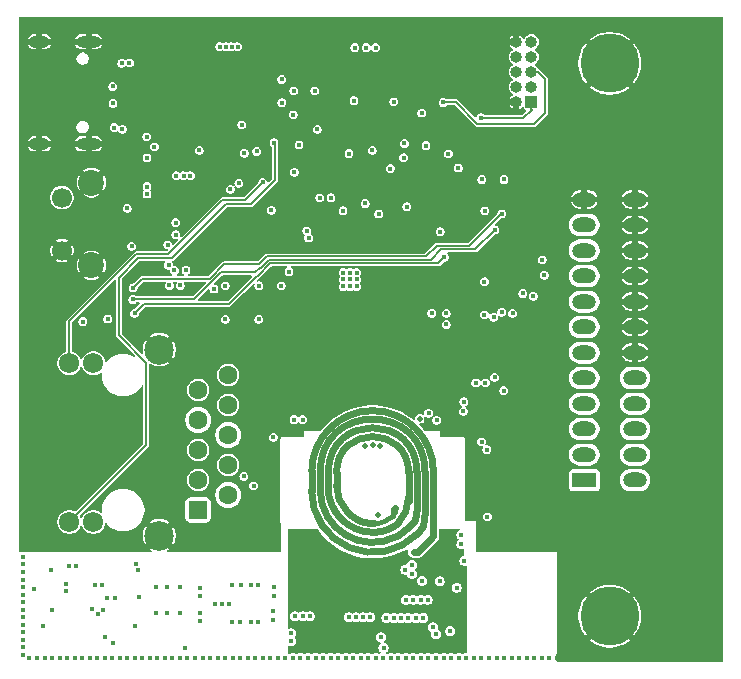
<source format=gbr>
%TF.GenerationSoftware,KiCad,Pcbnew,8.99.0-3376-g16cbb218c6*%
%TF.CreationDate,2024-12-27T08:14:29+01:00*%
%TF.ProjectId,PoE_Ethernet_GPIB_Adapter,506f455f-4574-4686-9572-6e65745f4750,rev?*%
%TF.SameCoordinates,Original*%
%TF.FileFunction,Copper,L4,Inr*%
%TF.FilePolarity,Positive*%
%FSLAX46Y46*%
G04 Gerber Fmt 4.6, Leading zero omitted, Abs format (unit mm)*
G04 Created by KiCad (PCBNEW 8.99.0-3376-g16cbb218c6) date 2024-12-27 08:14:29*
%MOMM*%
%LPD*%
G01*
G04 APERTURE LIST*
G04 Aperture macros list*
%AMRoundRect*
0 Rectangle with rounded corners*
0 $1 Rounding radius*
0 $2 $3 $4 $5 $6 $7 $8 $9 X,Y pos of 4 corners*
0 Add a 4 corners polygon primitive as box body*
4,1,4,$2,$3,$4,$5,$6,$7,$8,$9,$2,$3,0*
0 Add four circle primitives for the rounded corners*
1,1,$1+$1,$2,$3*
1,1,$1+$1,$4,$5*
1,1,$1+$1,$6,$7*
1,1,$1+$1,$8,$9*
0 Add four rect primitives between the rounded corners*
20,1,$1+$1,$2,$3,$4,$5,0*
20,1,$1+$1,$4,$5,$6,$7,0*
20,1,$1+$1,$6,$7,$8,$9,0*
20,1,$1+$1,$8,$9,$2,$3,0*%
G04 Aperture macros list end*
%TA.AperFunction,ComponentPad*%
%ADD10O,2.100000X1.000000*%
%TD*%
%TA.AperFunction,ComponentPad*%
%ADD11O,1.800000X1.000000*%
%TD*%
%TA.AperFunction,ComponentPad*%
%ADD12R,1.000000X1.000000*%
%TD*%
%TA.AperFunction,ComponentPad*%
%ADD13O,1.000000X1.000000*%
%TD*%
%TA.AperFunction,ComponentPad*%
%ADD14RoundRect,0.250000X-0.550000X0.550000X-0.550000X-0.550000X0.550000X-0.550000X0.550000X0.550000X0*%
%TD*%
%TA.AperFunction,ComponentPad*%
%ADD15C,1.600000*%
%TD*%
%TA.AperFunction,ComponentPad*%
%ADD16C,1.720000*%
%TD*%
%TA.AperFunction,ComponentPad*%
%ADD17C,2.500000*%
%TD*%
%TA.AperFunction,ComponentPad*%
%ADD18C,1.700000*%
%TD*%
%TA.AperFunction,ComponentPad*%
%ADD19C,2.200000*%
%TD*%
%TA.AperFunction,ComponentPad*%
%ADD20R,2.000000X1.270000*%
%TD*%
%TA.AperFunction,ComponentPad*%
%ADD21O,2.000000X1.270000*%
%TD*%
%TA.AperFunction,ComponentPad*%
%ADD22C,5.000000*%
%TD*%
%TA.AperFunction,ViaPad*%
%ADD23C,0.450000*%
%TD*%
%TA.AperFunction,ViaPad*%
%ADD24C,0.500000*%
%TD*%
%TA.AperFunction,Conductor*%
%ADD25C,0.600000*%
%TD*%
%TA.AperFunction,Conductor*%
%ADD26C,0.450000*%
%TD*%
%TA.AperFunction,Conductor*%
%ADD27C,0.200000*%
%TD*%
%TA.AperFunction,Conductor*%
%ADD28C,0.300000*%
%TD*%
G04 APERTURE END LIST*
D10*
%TO.N,GND*%
%TO.C,J3*%
X-24920000Y25245000D03*
D11*
X-29100000Y25245000D03*
D10*
X-24920000Y16605000D03*
D11*
X-29100000Y16605000D03*
%TD*%
D12*
%TO.N,Net-(J4-Pin_1)*%
%TO.C,J4*%
X12575000Y20150000D03*
D13*
%TO.N,GND*%
X11305000Y20150000D03*
%TO.N,/MCU/UPDI*%
X12575000Y21420000D03*
%TO.N,+5V*%
X11305000Y21420000D03*
%TO.N,Net-(J4-Pin_5)*%
X12575000Y22690000D03*
%TO.N,/Ethernet_interface/nRST*%
X11305000Y22690000D03*
%TO.N,Net-(J4-Pin_7)*%
X12575000Y23960000D03*
%TO.N,unconnected-(J4-Pin_8-Pad8)*%
X11305000Y23960000D03*
%TO.N,Net-(J4-Pin_9)*%
X12575000Y25230000D03*
%TO.N,GND*%
X11305000Y25230000D03*
%TD*%
D14*
%TO.N,/Ethernet_interface/VC2-*%
%TO.C,J1*%
X-15635000Y-14415000D03*
D15*
%TO.N,/Ethernet_interface/VC1-*%
X-13095000Y-13145000D03*
%TO.N,/Ethernet_interface/RDN*%
X-15635000Y-11875000D03*
%TO.N,Net-(J1-RCT)*%
X-13095000Y-10605000D03*
%TO.N,/Ethernet_interface/RDP*%
X-15635000Y-9335000D03*
%TO.N,/Ethernet_interface/VC2+*%
X-13095000Y-8065000D03*
%TO.N,/Ethernet_interface/VC1+*%
X-15635000Y-6795000D03*
%TO.N,/Ethernet_interface/TDN*%
X-13095000Y-5525000D03*
%TO.N,Net-(J1-TCT)*%
X-15635000Y-4255000D03*
%TO.N,/Ethernet_interface/TDP*%
X-13095000Y-2985000D03*
D16*
%TO.N,Net-(J1-LEDY_A)*%
X-24525000Y-15425000D03*
%TO.N,/Ethernet_interface/LED_LNK*%
X-26555000Y-15425000D03*
%TO.N,Net-(J1-LEDG_A)*%
X-24525000Y-1975000D03*
%TO.N,/Ethernet_interface/LED_ACT*%
X-26555000Y-1975000D03*
D17*
%TO.N,GND*%
X-18935000Y-16575000D03*
X-18935000Y-825000D03*
%TD*%
D18*
%TO.N,GND*%
%TO.C,SW1*%
X-27175000Y7550000D03*
%TO.N,Net-(R18-Pad1)*%
X-27175000Y12050000D03*
D19*
%TO.N,GND*%
X-24675000Y6300000D03*
X-24675000Y13300000D03*
%TD*%
D20*
%TO.N,Net-(J2-Pin_1)*%
%TO.C,J2*%
X17055000Y-11880000D03*
D21*
%TO.N,Net-(J2-Pin_2)*%
X17055000Y-9720000D03*
%TO.N,Net-(J2-Pin_3)*%
X17055000Y-7560000D03*
%TO.N,Net-(J2-Pin_4)*%
X17055000Y-5400000D03*
%TO.N,Net-(J2-Pin_5)*%
X17055000Y-3240000D03*
%TO.N,Net-(J2-Pin_6)*%
X17055000Y-1080000D03*
%TO.N,Net-(J2-Pin_7)*%
X17055000Y1080000D03*
%TO.N,Net-(J2-Pin_8)*%
X17055000Y3240000D03*
%TO.N,Net-(J2-Pin_9)*%
X17055000Y5400000D03*
%TO.N,Net-(J2-Pin_10)*%
X17055000Y7560000D03*
%TO.N,Net-(J2-Pin_11)*%
X17055000Y9720000D03*
%TO.N,GND*%
X17055000Y11880000D03*
%TO.N,Net-(J2-Pin_13)*%
X21345000Y-11880000D03*
%TO.N,Net-(J2-Pin_14)*%
X21345000Y-9720000D03*
%TO.N,Net-(J2-Pin_15)*%
X21345000Y-7560000D03*
%TO.N,Net-(J2-Pin_16)*%
X21345000Y-5400000D03*
%TO.N,/GPIB/REN_nProt*%
X21345000Y-3240000D03*
%TO.N,GND*%
X21345000Y-1080000D03*
X21345000Y1080000D03*
X21345000Y3240000D03*
X21345000Y5400000D03*
X21345000Y7560000D03*
X21345000Y9720000D03*
X21345000Y11880000D03*
D22*
X19200000Y-23400000D03*
X19200000Y23400000D03*
%TD*%
D23*
%TO.N,VCC*%
X-7750000Y-19700000D03*
%TO.N,GND*%
X21091994Y-26900000D03*
X-1750000Y-3400000D03*
X6600000Y20400000D03*
X8200000Y-16500000D03*
X5791994Y-26900000D03*
X28400000Y9241994D03*
X-30500000Y16741994D03*
X28400000Y14341994D03*
X-30500000Y21200000D03*
X28400000Y6050000D03*
X-7550000Y27000000D03*
X950000Y-1350000D03*
X-2900000Y12300000D03*
X-24829003Y-26900000D03*
X-22450000Y16925000D03*
X1650000Y-1350000D03*
X28400000Y-25204003D03*
X-10700000Y6975000D03*
X-30500000Y11641994D03*
X28400000Y-10529003D03*
X-6525000Y17825000D03*
X19850000Y27000000D03*
X14150000Y4625000D03*
X-25400000Y27000000D03*
X28400000Y-23925000D03*
X-23500000Y27000000D03*
X-16479003Y27000000D03*
X-30500000Y22470997D03*
X21720997Y-26900000D03*
X-3729003Y27000000D03*
X-16700000Y16875000D03*
X666994Y-26900000D03*
X1250000Y-50000D03*
X-30500000Y26300000D03*
X28108006Y-26900000D03*
X-11379003Y27000000D03*
X-15270997Y-26900000D03*
X-30500000Y-7479003D03*
X-11300000Y-10900000D03*
X-23487735Y24386125D03*
X22400000Y27000000D03*
X-1425000Y25725000D03*
X4550000Y27000000D03*
X7700000Y-26900000D03*
X-30500000Y-23483006D03*
X-30500000Y-4300000D03*
X-9250000Y-21650000D03*
X10891994Y-26900000D03*
X-30500000Y14191994D03*
X10975000Y-3350000D03*
X-7050000Y15025000D03*
X19820997Y-26900000D03*
X28400000Y14970997D03*
X-19725000Y22075000D03*
X-21700000Y13500000D03*
X1950000Y650000D03*
X3216994Y-26900000D03*
X-30500000Y12920997D03*
X-9533006Y-26900000D03*
X-30500000Y19920997D03*
X-18475000Y22475000D03*
X26870997Y27000000D03*
X-28600000Y27000000D03*
X28400000Y-329003D03*
X-30500000Y-19654003D03*
X-30500000Y21841994D03*
X-30500000Y-11308006D03*
X28400000Y4141994D03*
X3950000Y15100000D03*
X-11200000Y-20750000D03*
X28400000Y-9250000D03*
X9020997Y27000000D03*
X8200000Y-17300000D03*
X-2450000Y13425000D03*
X28400000Y20720997D03*
X-15700000Y5875000D03*
X-10750000Y27000000D03*
X28400000Y16250000D03*
X-30500000Y5900000D03*
X-30500000Y-25412991D03*
X28400000Y7970997D03*
X6200000Y16700000D03*
X-15200000Y27000000D03*
X-25470997Y-26900000D03*
X2000000Y27000000D03*
X-19775000Y4200000D03*
X28400000Y7320997D03*
X10900000Y1450000D03*
X-22474998Y16125000D03*
X-22279003Y-26900000D03*
X-19625000Y9400000D03*
X28400000Y10520997D03*
X2550000Y18600000D03*
X-29300000Y-26900000D03*
X-22525000Y24550000D03*
X-10550000Y-20750000D03*
X12850000Y27000000D03*
X-2375000Y25725000D03*
X-30500000Y-22854003D03*
X5150000Y-26900000D03*
X3920997Y27000000D03*
X28400000Y2870997D03*
X-13300000Y27000000D03*
X-15900000Y-26900000D03*
X13500000Y7730002D03*
X-1820997Y27000000D03*
X25600000Y27000000D03*
X-12400000Y25880000D03*
X-30500000Y-11970997D03*
X20500000Y27000000D03*
X-20625000Y9875000D03*
X28400000Y-2879003D03*
X28400000Y-12454003D03*
X-30500000Y170997D03*
X-2450000Y-3400000D03*
X28400000Y-23295997D03*
X-17725000Y20025000D03*
X100000Y27000000D03*
X-4400000Y11100000D03*
X28400000Y-20745997D03*
X5100000Y24000000D03*
X28400000Y-11825000D03*
X-30500000Y-13891994D03*
X-13000000Y-22400000D03*
X-2525000Y-26900000D03*
X-550000Y27000000D03*
X-15450000Y7325000D03*
X-30500000Y-6208006D03*
X28400000Y16891994D03*
X10229998Y14500000D03*
X-9300000Y-23750000D03*
X-23175000Y16950000D03*
X-26679003Y27000000D03*
X-2450000Y27000000D03*
X-30500000Y-18375000D03*
X-9275000Y-9250000D03*
X28400000Y-9879003D03*
X-30500000Y-21583006D03*
X-12650000Y27000000D03*
X1250000Y650000D03*
X-9725000Y15950000D03*
X-8254003Y-26900000D03*
X-30500000Y-26041994D03*
X-30500000Y13550000D03*
X-26050000Y27000000D03*
X-30500000Y11000000D03*
X-3300000Y8675000D03*
X16670997Y27000000D03*
X-9675000Y17350000D03*
X-30500000Y9720997D03*
X-14570997Y27000000D03*
X-23150000Y16100000D03*
X14750000Y27000000D03*
X-21700000Y12500000D03*
X1950000Y1350000D03*
X28400000Y26450000D03*
X1370997Y27000000D03*
X-30500000Y-10679003D03*
X26208006Y-26900000D03*
X28449695Y-26406613D03*
X-10500000Y3625000D03*
X-11200000Y13525000D03*
X1250000Y1350000D03*
X6330002Y2250000D03*
X12170997Y-26900000D03*
X-24200000Y-26900000D03*
X-14629003Y-26900000D03*
X-8200000Y27000000D03*
X-30500000Y16100000D03*
X7025000Y15900000D03*
X28400000Y-4150000D03*
X-7625000Y-26900000D03*
X21770997Y27000000D03*
X11520997Y-26900000D03*
X-30500000Y7170997D03*
X24279003Y-26900000D03*
X-21650000Y-26900000D03*
X28400000Y320997D03*
X28400000Y-24575000D03*
X6700000Y25300000D03*
X-29870997Y27000000D03*
X19100000Y-7600000D03*
X-6354003Y-26900000D03*
X28400000Y13700000D03*
X-17820997Y-26900000D03*
X-30500000Y-2379003D03*
X17270997Y-26900000D03*
X-12500000Y8900000D03*
X-4433006Y-26900000D03*
X-30500000Y27000000D03*
X6700000Y21500000D03*
X28400000Y12420997D03*
X9575000Y5150000D03*
X-30500000Y-17100000D03*
X-30500000Y-16450000D03*
X17300000Y27000000D03*
X5200000Y27000000D03*
X-18000000Y20600000D03*
X-22925000Y24075000D03*
X-16550000Y-26900000D03*
X28400000Y25170997D03*
X-2225000Y9350000D03*
X-19029003Y27000000D03*
X-30500000Y10370997D03*
X-10625000Y17425000D03*
X28400000Y-19475000D03*
X10250000Y-26900000D03*
X-6920997Y27000000D03*
X4150000Y3219996D03*
X-18525000Y8875000D03*
X7369998Y13550000D03*
X-15850000Y27000000D03*
X8000000Y-9525000D03*
X-30500000Y8450000D03*
X28400000Y-20104003D03*
X-4600000Y21140000D03*
X18579003Y27000000D03*
X-3154003Y-26900000D03*
X-28650000Y-26900000D03*
X3279003Y27000000D03*
X-30500000Y25020997D03*
X-30500000Y-479003D03*
X-30500000Y-19004003D03*
X19100000Y-9725000D03*
X-16900000Y14875000D03*
X-6700000Y19975000D03*
X16029003Y27000000D03*
X-13400000Y25880000D03*
X-12750000Y-20750000D03*
X-21579003Y27000000D03*
X-19670997Y27000000D03*
X8625000Y10100000D03*
X28400000Y-18195997D03*
X-20675000Y22200000D03*
X-20370997Y-26900000D03*
X-30500000Y-24770997D03*
X25000Y-26900000D03*
X-21071095Y13511067D03*
X-9450000Y18250000D03*
X28400000Y-3508006D03*
X-30500000Y-14520997D03*
X9620997Y-26900000D03*
X-30500000Y-20304003D03*
X-23250000Y3800000D03*
X-22625000Y22225000D03*
X1945997Y-26900000D03*
X-30500000Y800000D03*
X-20950000Y27000000D03*
X-30500000Y-4929003D03*
X12200000Y27000000D03*
X19100000Y-5275000D03*
X-19700000Y18950000D03*
X-18450000Y-26900000D03*
X-2200000Y8000000D03*
X9250000Y-10050000D03*
X28400000Y8600000D03*
X-12050000Y-20750000D03*
X-24770997Y27000000D03*
X-3986845Y13388155D03*
X28400000Y21991994D03*
X-19729003Y-26900000D03*
X14720997Y-26900000D03*
X28400000Y13070997D03*
X28400000Y5420997D03*
X950000Y-2050000D03*
X6700000Y22800000D03*
X8600000Y5725000D03*
X11425000Y2950000D03*
X-9550000Y2375000D03*
X15350000Y-26900000D03*
X-3325000Y9350000D03*
X28400000Y21350000D03*
X28400000Y-18825000D03*
X-30500000Y-20933006D03*
X-14800000Y12800000D03*
X-30500000Y25670997D03*
X-8675000Y12500000D03*
X10929003Y27000000D03*
X-9470997Y27000000D03*
X-10175000Y-26900000D03*
X19220997Y27000000D03*
X4495997Y-26900000D03*
X-4710000Y20000000D03*
X24950000Y27000000D03*
X28400000Y-5429003D03*
X-30500000Y-3029003D03*
X-30500000Y9091994D03*
X-6300000Y13300000D03*
X28400000Y6691994D03*
X-7575000Y20075000D03*
X-18500000Y9900000D03*
X-24129003Y27000000D03*
X-30500000Y-15800000D03*
X28400000Y-7979003D03*
X-14000000Y-26900000D03*
X8650000Y-6800000D03*
X-13325000Y3625000D03*
X-10804003Y-26900000D03*
X-20300000Y7925000D03*
X28400000Y-25845997D03*
X-30500000Y15470997D03*
X28400000Y-2229003D03*
X-2200000Y8675000D03*
X1950000Y-50000D03*
X28400000Y-22025000D03*
X-604003Y-26900000D03*
X-30500000Y-5579003D03*
X14070997Y-26900000D03*
X-23425000Y25500000D03*
X-30500000Y-1108006D03*
X-22220997Y27000000D03*
X8379003Y27000000D03*
X-13400000Y10300000D03*
X-29929003Y-26900000D03*
X-10100000Y27000000D03*
X-26100000Y-26900000D03*
X-13300000Y8200000D03*
X-17120997Y27000000D03*
X15400000Y27000000D03*
X24320997Y27000000D03*
X28400000Y18170997D03*
X-6975000Y5750000D03*
X-30500000Y-1750000D03*
X5725000Y9150000D03*
X-22525000Y25500000D03*
X-2775000Y9475000D03*
X-30500000Y20570997D03*
X-17179003Y-26900000D03*
X19170997Y-26900000D03*
X-9250000Y-20900000D03*
X21129003Y27000000D03*
X28400000Y22620997D03*
X18541994Y-26900000D03*
X-17750000Y27000000D03*
X28400000Y-1600000D03*
X-29229003Y27000000D03*
X28400000Y-6700000D03*
X-13600000Y-22400000D03*
X-12100000Y7700000D03*
X-11650000Y-12750000D03*
X-30500000Y-13250000D03*
X13441994Y-26900000D03*
X-8675000Y9000000D03*
X-3804003Y-26900000D03*
X-30500000Y18020997D03*
X5100000Y25300000D03*
X-21071487Y14125190D03*
X28400000Y3500000D03*
X15991994Y-26900000D03*
X11570997Y27000000D03*
X-30500000Y-10029003D03*
X-30500000Y-15170997D03*
X-26750000Y-26900000D03*
X28400000Y-15004003D03*
X28400000Y-6058006D03*
X-30500000Y18650000D03*
X7100000Y-3350000D03*
X14120997Y27000000D03*
X8700000Y19300000D03*
X-12575000Y16700000D03*
X-1179003Y27000000D03*
X-30500000Y12270997D03*
X17900000Y-26900000D03*
X-3100000Y27000000D03*
X-30500000Y-12620997D03*
X-14800000Y11800000D03*
X-1883006Y-26900000D03*
X-5881031Y10465631D03*
X-5325000Y12950000D03*
X28400000Y-16275000D03*
X-5650000Y27000000D03*
X7100000Y27000000D03*
X-22920997Y-26900000D03*
X-12083006Y-26900000D03*
X12450000Y4475000D03*
X28400000Y11150000D03*
X7650001Y14925001D03*
X1650000Y-2050000D03*
X-11000000Y9100000D03*
X28400000Y1591994D03*
X17950000Y27000000D03*
X7450000Y125000D03*
X-9550000Y3225000D03*
X1880000Y20150000D03*
X28400000Y2220997D03*
X28400000Y-15645997D03*
X28400000Y9870997D03*
X28400000Y4770997D03*
X8250000Y-675000D03*
X-5704003Y-26900000D03*
X-1875000Y16075000D03*
X-28020997Y-26900000D03*
X-850000Y9150000D03*
X-30500000Y-22212009D03*
X-2450000Y-4700000D03*
X28400000Y-17554003D03*
X7070997Y-26900000D03*
X-15049997Y18379999D03*
X-2450000Y-4050000D03*
X-2775000Y8875000D03*
X26837009Y-26900000D03*
X-9300000Y-23000000D03*
X-30500000Y23750000D03*
X28400000Y19441994D03*
X-11200000Y-23850000D03*
X28400000Y18800000D03*
X25558006Y-26900000D03*
X-3300000Y8000000D03*
X-16050000Y7275000D03*
X28400000Y-22654003D03*
X19150000Y-11925000D03*
X7750000Y27000000D03*
X28400000Y23270997D03*
X16620997Y-26900000D03*
X27500000Y27000000D03*
X28400000Y-8608006D03*
X5100000Y21500000D03*
X-30500000Y17370997D03*
X8970997Y-26900000D03*
X28400000Y-13725000D03*
X28400000Y17520997D03*
X-6300000Y7650000D03*
X26229003Y27000000D03*
X-30500000Y-6850000D03*
X-27950000Y27000000D03*
X3845997Y-26900000D03*
X-19100000Y-26900000D03*
X28400000Y-7329003D03*
X-6279003Y27000000D03*
X-21700000Y14150000D03*
X-23050000Y24900000D03*
X12800000Y-26900000D03*
X28400000Y-14375000D03*
X8010000Y-6115161D03*
X-30500000Y-17729003D03*
X-13600000Y21850000D03*
X-30500000Y19291994D03*
X23629003Y-26900000D03*
X10300000Y27000000D03*
X28400000Y-958006D03*
X-23550000Y-26900000D03*
X-13750000Y18250000D03*
X-14400000Y9100000D03*
X-12020997Y27000000D03*
X-13700000Y6975000D03*
X13479003Y27000000D03*
X-5000000Y27000000D03*
X-8829003Y27000000D03*
X-27379003Y-26900000D03*
X-9375000Y11775000D03*
X28400000Y-21375000D03*
X-8904003Y-26900000D03*
X28400000Y20070997D03*
X-10200000Y8200000D03*
X28400000Y25820997D03*
X5825000Y6275000D03*
X-13350000Y-26900000D03*
X2650000Y27000000D03*
X-21000000Y-26900000D03*
X-5075000Y-26900000D03*
X28400000Y-13095997D03*
X-4370997Y27000000D03*
X-11454003Y-26900000D03*
X-12750000Y-23850000D03*
X-12725000Y-26900000D03*
X-30500000Y6541994D03*
X-12100000Y-23850000D03*
X6420997Y-26900000D03*
X-30500000Y-9400000D03*
X28400000Y-11175000D03*
X9650000Y27000000D03*
X-11975000Y12475000D03*
X-6500000Y22700000D03*
X28400000Y-4779003D03*
X-14200000Y-22400000D03*
X23050000Y27000000D03*
X28400000Y15620997D03*
X-30500000Y-8758006D03*
X-8575000Y3600000D03*
X-18400000Y27000000D03*
X28400000Y24541994D03*
X-30500000Y14820997D03*
X-20625000Y18775000D03*
X6329998Y1300000D03*
X-16625000Y7350000D03*
X-6983006Y-26900000D03*
X23679003Y27000000D03*
X6470997Y27000000D03*
X-30500000Y-8129003D03*
X-10550000Y-23850000D03*
X7647525Y-494258D03*
X-19750000Y2275000D03*
X1295997Y-26900000D03*
X-7400000Y25775000D03*
X2575000Y-26900000D03*
X7125000Y-4450000D03*
X28400000Y23900000D03*
X-22850000Y27000000D03*
X-27320997Y27000000D03*
X-30500000Y-24141994D03*
X-30500000Y24391994D03*
X23000000Y-26900000D03*
X6075000Y-5550000D03*
X27479003Y-26900000D03*
X-30500000Y-3658006D03*
X675000Y11525000D03*
X-7895000Y23325002D03*
X28400000Y-16925000D03*
X8341994Y-26900000D03*
X10625000Y5225000D03*
X-11500000Y10000000D03*
X28150000Y27000000D03*
X10375000Y9725000D03*
X-30500000Y23120997D03*
X20450000Y-26900000D03*
X-18100000Y1750000D03*
X-13929003Y27000000D03*
X6700000Y24000000D03*
X-30500000Y7820997D03*
X-1254003Y-26900000D03*
X-30500000Y-26700000D03*
X-2750000Y8250000D03*
X-22375000Y19375000D03*
X28400000Y950000D03*
X22370997Y-26900000D03*
X-20300000Y27000000D03*
X28400000Y11791994D03*
X24929003Y-26900000D03*
X-1750000Y-4450000D03*
X8075000Y-6700000D03*
X5100000Y22800000D03*
X729003Y27000000D03*
X5829003Y27000000D03*
%TO.N,VCC*%
X-2575000Y-21325000D03*
X-3050000Y-19950000D03*
X-6850000Y-20900000D03*
X-3500000Y-19400000D03*
X-4500000Y-23500000D03*
X-3050000Y-18950000D03*
X-7550000Y-20900000D03*
X-6200000Y-20900000D03*
X2494856Y-20762498D03*
X-7750000Y-19000000D03*
%TO.N,/POE_5v/SW*%
X4800000Y-20450000D03*
D24*
X1000000Y-14200000D03*
X-400635Y-14856313D03*
D23*
X2450000Y-19800000D03*
X1900000Y-19450000D03*
D24*
X2599996Y-17999999D03*
D23*
X2450000Y-19050000D03*
%TO.N,Net-(U1-FB)*%
X3300000Y-20400000D03*
%TO.N,Net-(J3-D+-PadA6)*%
X-22850000Y20025000D03*
X-22875000Y21450000D03*
%TO.N,Net-(F1-Pad2)*%
X-22750000Y17975000D03*
X-22100000Y23425000D03*
X-21462500Y23450000D03*
X-22062500Y17837500D03*
%TO.N,VBUS*%
X-12800000Y24820000D03*
X-13800000Y24820000D03*
X-12300000Y24820000D03*
X-13300000Y24800000D03*
%TO.N,+5V*%
X-19975000Y15400000D03*
X-5779345Y21079345D03*
X-3375000Y5125000D03*
X-19975000Y12975000D03*
X-19350000Y16350000D03*
X-1425000Y24750000D03*
X-19975000Y12350000D03*
X-2225000Y4525000D03*
X-2800000Y4525000D03*
X-900000Y16050000D03*
X-5550000Y17825000D03*
X-2375000Y24750000D03*
X-2800000Y5700000D03*
X-2450000Y20250000D03*
X8375000Y13575000D03*
X1750000Y15425000D03*
X-2225000Y5125000D03*
X-3375000Y4525000D03*
X-625000Y24750000D03*
X4150000Y2260002D03*
X-8550000Y20075000D03*
X-2225000Y5700000D03*
X-3375000Y5700000D03*
X1825000Y16625000D03*
X-20000000Y17200000D03*
X5370000Y2250002D03*
X-2800000Y5125000D03*
X13500000Y6770000D03*
X10250000Y13575000D03*
X920000Y20150000D03*
X3650000Y16450000D03*
X5370000Y1300002D03*
%TO.N,/MCU/MCU_RX*%
X-7550000Y21075000D03*
X5541847Y15743261D03*
%TO.N,/MCU/MCU_TX*%
X-8585000Y22050000D03*
X6375000Y14550000D03*
%TO.N,Net-(J4-Pin_1)*%
X8300000Y18800000D03*
%TO.N,Net-(J4-Pin_5)*%
X5100000Y20100000D03*
%TO.N,/MCU/UPDI*%
X8625000Y10925000D03*
%TO.N,/MCU/LED_R*%
X-21025000Y2250000D03*
X5200000Y7000000D03*
%TO.N,/MCU/LED_B*%
X10075000Y10675000D03*
X-21150000Y4400000D03*
%TO.N,/MCU/LED_G*%
X-21175000Y3425000D03*
X9475000Y9300000D03*
%TO.N,/Ethernet_interface/XI*%
X-11750000Y15800000D03*
X-11950000Y18200000D03*
%TO.N,/Ethernet_interface/nINT*%
X4850002Y9150000D03*
X625000Y14500000D03*
%TO.N,/Ethernet_interface/MISO*%
X2025000Y11275000D03*
X-2875000Y15775000D03*
%TO.N,/Ethernet_interface/nRST*%
X-7595000Y19050000D03*
X3300000Y19200000D03*
X-21650000Y11137500D03*
%TO.N,/Ethernet_interface/nCS*%
X-1500000Y11550000D03*
X-12200000Y13250000D03*
X-7100000Y16500000D03*
%TO.N,/Ethernet_interface/SCK*%
X-350000Y10650000D03*
X-12925000Y12750000D03*
%TO.N,+3.3V*%
X-21275000Y7925000D03*
X-23289768Y1761544D03*
X-16875000Y13900000D03*
X-25400000Y1550000D03*
X-18218277Y8043277D03*
X-16300000Y13900000D03*
X-17500000Y13900000D03*
X-17525000Y8900000D03*
X-17550000Y9925000D03*
X-10700000Y15950000D03*
%TO.N,/Ethernet_interface/nINT_3*%
X-15550000Y16050000D03*
X-7500000Y14200000D03*
%TO.N,/Ethernet_interface/MOSI*%
X-3375000Y10925000D03*
X-9450000Y10975000D03*
%TO.N,+3.3VA*%
X-17650000Y5875000D03*
X-6453133Y9228781D03*
X-14300000Y4300000D03*
X-17150000Y4600000D03*
X-8600000Y4575000D03*
X-10500000Y4575000D03*
X-5350000Y12025000D03*
X-4400000Y12025000D03*
X-7950000Y5750000D03*
X-16675000Y5900000D03*
X-18075000Y4600000D03*
X-13350000Y4575000D03*
X-18150000Y6325000D03*
X-6300000Y8625000D03*
%TO.N,/Ethernet_interface/VC1+*%
X-29575000Y-21075000D03*
%TO.N,/Ethernet_interface/VC2+*%
X-28750000Y-24250000D03*
%TO.N,/Ethernet_interface/VC2-*%
X-28000000Y-22900000D03*
%TO.N,/Ethernet_interface/VC1-*%
X-28118000Y-19450000D03*
%TO.N,/Ethernet_interface/LED_LNK*%
X-9225000Y16675000D03*
%TO.N,/Ethernet_interface/LED_ACT*%
X-10175000Y13325000D03*
%TO.N,/GPIB/DIO2*%
X8600000Y2125000D03*
X8675000Y-3625000D03*
%TO.N,/GPIB/DIO7*%
X12725000Y3700000D03*
X8350000Y-8625002D03*
%TO.N,/GPIB/DIO8*%
X8800000Y-9300000D03*
X13650000Y5475000D03*
%TO.N,/GPIB/DIO1*%
X7875000Y-3650000D03*
X8600000Y4925000D03*
%TO.N,/GPIB/DIO6*%
X6800000Y-6050000D03*
X11850000Y3925000D03*
%TO.N,/GPIB/DIO5*%
X10975000Y2250000D03*
X6850000Y-5250000D03*
%TO.N,/GPIB/DIO3*%
X9375000Y1925000D03*
X9450000Y-3175000D03*
%TO.N,/GPIB/DIO4*%
X10225000Y-4300000D03*
X10075000Y2350000D03*
%TO.N,Net-(J1-RCT)*%
X-10499998Y1740000D03*
X-13349998Y1740000D03*
%TO.N,Earth*%
X1950000Y-22000000D03*
X2800000Y-23550000D03*
X3208006Y-22000000D03*
X6650000Y-17325000D03*
X-6200000Y-23400000D03*
X4483606Y-24934014D03*
X6250000Y-20975000D03*
X-150000Y-25200000D03*
X-7750000Y-24850000D03*
X-7750000Y-25520000D03*
X2150000Y-23550000D03*
X3800000Y-22000000D03*
X-6800000Y-23400000D03*
X5700000Y-24650000D03*
X3429003Y-23550000D03*
X2579003Y-22000000D03*
X300000Y-23550000D03*
X4250000Y-24350000D03*
X6900000Y-18700000D03*
X-1058006Y-23500000D03*
X-2279003Y-23500000D03*
X-7450000Y-23400000D03*
X-1650000Y-23500000D03*
X-2908006Y-23500000D03*
X50000Y-26075000D03*
X929003Y-23550000D03*
X1558006Y-23550000D03*
X6650000Y-16500000D03*
%TO.N,/POE_5v/POE+*%
X-26850000Y-20650000D03*
X-19250000Y-20900000D03*
X-24400000Y-20750000D03*
X-26850000Y-21300000D03*
X-15450000Y-21050000D03*
X-23750000Y-20750000D03*
X-20900000Y-18950000D03*
X-20750000Y-19500000D03*
X-17150000Y-20900000D03*
X-15450000Y-21650000D03*
X-18250000Y-20900000D03*
%TO.N,/POE_5v/POE-*%
X-23700000Y-22850000D03*
X-24600000Y-22800000D03*
X-20950000Y-24200000D03*
X-24150000Y-23250000D03*
X-20647472Y-21763000D03*
%TO.N,/POE_5v/PG*%
X-16725000Y-26075000D03*
%TO.N,Net-(U11-DET)*%
X-23525000Y-25175000D03*
%TO.N,Net-(U11-CLASS)*%
X-22850000Y-25650000D03*
%TO.N,/POE_5v/RTN*%
X-26000000Y-19150000D03*
X-19200000Y-23150000D03*
X-22700000Y-21900000D03*
X-15500000Y-23800000D03*
X-26600000Y-19150000D03*
X-23350000Y-21900000D03*
X-18250000Y-23150000D03*
X-17150000Y-23150000D03*
X-15500000Y-23150000D03*
%TO.N,/POE_5v/CM*%
X-9275000Y-8250000D03*
D24*
X3120000Y-6680000D03*
D23*
X8850000Y-14975000D03*
%TO.N,/POE_5v/SEC*%
X-7525000Y-6750000D03*
D24*
X-879643Y-8900000D03*
X-250000Y-9000000D03*
X-1475000Y-9000000D03*
D23*
X4549997Y-6800003D03*
X-6800000Y-6750000D03*
X3862077Y-6212924D03*
%TO.N,/Ethernet_interface/RDP*%
X-10950000Y-12350000D03*
X-11775000Y-11550000D03*
%TD*%
D25*
%TO.N,/POE_5v/SW*%
X1000000Y-14200000D02*
X900000Y-14300000D01*
X424695Y-15996649D02*
X1024695Y-15696649D01*
X2875009Y-14246649D02*
X2875009Y-11196963D01*
X2274695Y-15796649D02*
X2674695Y-15246649D01*
X2174695Y-13646649D02*
X2174695Y-11198077D01*
X4274695Y-15046649D02*
X4274695Y-16146649D01*
D26*
X825000Y-14900000D02*
X900000Y-14550000D01*
D25*
X-1175305Y-15496649D02*
X-1925305Y-15346649D01*
X3374695Y-15796649D02*
X3474695Y-15196649D01*
X-725305Y-15546649D02*
X-1175305Y-15496649D01*
D26*
X-375305Y-15496649D02*
X-725305Y-15546649D01*
D25*
X2872172Y-16463350D02*
X3374695Y-15796649D01*
X2674695Y-15246649D02*
X2875009Y-14246649D01*
X-3925305Y-12435185D02*
X-3925305Y-11247035D01*
X3474695Y-15196649D02*
X3574695Y-14496649D01*
X2949996Y-17949999D02*
X2599996Y-17949999D01*
X-5310737Y-11146649D02*
X-5310737Y-12696649D01*
X1174695Y-16646649D02*
X2274695Y-15796649D01*
X-4638684Y-12708713D02*
X-4638684Y-11196649D01*
X900000Y-14300000D02*
X900000Y-14550000D01*
D26*
X500000Y-15125000D02*
X825000Y-14900000D01*
D25*
X-6025305Y-11146649D02*
X-6025305Y-12796649D01*
X-825305Y-16296649D02*
X-175305Y-16196649D01*
X-1925305Y-15346649D02*
X-2625305Y-14946649D01*
D26*
X-375305Y-15496649D02*
X75000Y-15375000D01*
D25*
X1024695Y-15696649D02*
X1253789Y-15550731D01*
X4274695Y-15046649D02*
X4274695Y-11096649D01*
X3574695Y-14496649D02*
X3574695Y-11197363D01*
X-2625305Y-14946649D02*
X-3025305Y-14546649D01*
D26*
X75000Y-15375000D02*
X500000Y-15125000D01*
D25*
X4274695Y-16146649D02*
X4274695Y-16646649D01*
X-175305Y-16196649D02*
X424695Y-15996649D01*
X4274695Y-16646649D02*
X2974695Y-17946649D01*
X-5310737Y-11146649D02*
G75*
G02*
X3560127Y-11146649I4435432J0D01*
G01*
X2160286Y-13362253D02*
G75*
G02*
X1253789Y-15550731I-3094976J0D01*
G01*
X-6025305Y-11146649D02*
G75*
G02*
X4274695Y-11146649I5150000J0D01*
G01*
X1174695Y-16646649D02*
G75*
G02*
X-5311020Y-12738454I-2050282J3933196D01*
G01*
X-3925691Y-11247035D02*
G75*
G02*
X2175081Y-11247035I3050386J0D01*
G01*
X-3025305Y-14546649D02*
G75*
G02*
X-3932448Y-12356613I2190037J2190037D01*
G01*
X2872172Y-16463350D02*
G75*
G02*
X-6052665Y-12766561I-3696789J3696788D01*
G01*
X-825305Y-16296649D02*
G75*
G02*
X-4640329Y-12481625I1J3815025D01*
G01*
X-4625619Y-11196963D02*
G75*
G02*
X2875009Y-11196963I3750314J0D01*
G01*
D27*
%TO.N,Net-(J4-Pin_1)*%
X11900000Y18800000D02*
X12600000Y19500000D01*
X12600000Y19500000D02*
X12575000Y19525000D01*
X8300000Y18800000D02*
X11900000Y18800000D01*
X12575000Y19525000D02*
X12575000Y20150000D01*
D28*
%TO.N,Net-(J4-Pin_5)*%
X12575000Y22690000D02*
X12585000Y22700000D01*
D27*
X6200000Y20100000D02*
X8000000Y18300000D01*
X13700000Y22100000D02*
X13110000Y22690000D01*
X8000000Y18300000D02*
X12800000Y18300000D01*
X5100000Y20100000D02*
X6200000Y20100000D01*
X13700000Y19200000D02*
X13700000Y22100000D01*
X13110000Y22690000D02*
X12575000Y22690000D01*
X12800000Y18300000D02*
X13700000Y19200000D01*
%TO.N,/MCU/LED_R*%
X-9559512Y6475000D02*
X4675000Y6475000D01*
X-21025000Y2250000D02*
X-20230000Y3045000D01*
X-20230000Y3045000D02*
X-13055000Y3045000D01*
X4675000Y6475000D02*
X5200000Y7000000D01*
X-13055000Y3045000D02*
X-10675000Y5425000D01*
X-10675000Y5425000D02*
X-10609512Y5425000D01*
X-10609512Y5425000D02*
X-9559512Y6475000D01*
%TO.N,/MCU/LED_B*%
X7290244Y7945000D02*
X10020244Y10675000D01*
X-20370000Y5180000D02*
X-14650366Y5180000D01*
X-13435366Y6395000D02*
X-10459756Y6395000D01*
X3684756Y7055000D02*
X4574756Y7945000D01*
X-10459756Y6395000D02*
X-9799756Y7055000D01*
X-21150000Y4400000D02*
X-20370000Y5180000D01*
X-14650366Y5180000D02*
X-13435366Y6395000D01*
X10020244Y10675000D02*
X10075000Y10675000D01*
X4574756Y7945000D02*
X7290244Y7945000D01*
X-9799756Y7055000D02*
X3684756Y7055000D01*
%TO.N,/MCU/LED_G*%
X-21175000Y3425000D02*
X-15995244Y3425000D01*
X-10405122Y6105000D02*
X-10339634Y6105000D01*
X-10339634Y6105000D02*
X-9679634Y6765000D01*
X4928690Y7655000D02*
X7830000Y7655000D01*
X-9679634Y6765000D02*
X4038690Y6765000D01*
X7830000Y7655000D02*
X9475000Y9300000D01*
X-10795122Y5715000D02*
X-10405122Y6105000D01*
X4038690Y6765000D02*
X4928690Y7655000D01*
X-13705244Y5715000D02*
X-10795122Y5715000D01*
X-15995244Y3425000D02*
X-13705244Y5715000D01*
%TO.N,/Ethernet_interface/LED_LNK*%
X-22350000Y397968D02*
X-22350000Y5275000D01*
X-22350000Y5275000D02*
X-20720000Y6905000D01*
X-20031000Y-1921032D02*
X-22350000Y397968D01*
X-9145000Y16595000D02*
X-9225000Y16675000D01*
X-26555000Y-15425000D02*
X-20031000Y-8901000D01*
X-20720000Y6905000D02*
X-17890244Y6905000D01*
X-17890244Y6905000D02*
X-13320244Y11475000D01*
X-11204756Y11475000D02*
X-9145000Y13534756D01*
X-20031000Y-8901000D02*
X-20031000Y-1921032D01*
X-13320244Y11475000D02*
X-11204756Y11475000D01*
X-9145000Y13534756D02*
X-9145000Y16595000D01*
%TO.N,/Ethernet_interface/LED_ACT*%
X-18179878Y7240000D02*
X-20885000Y7240000D01*
X-20885000Y7240000D02*
X-26555000Y1570000D01*
X-10175000Y13325000D02*
X-11669756Y11830244D01*
X-11669756Y11830244D02*
X-13589634Y11830244D01*
X-13589634Y11830244D02*
X-18179878Y7240000D01*
X-26555000Y1570000D02*
X-26555000Y-1975000D01*
%TD*%
%TA.AperFunction,Conductor*%
%TO.N,GND*%
G36*
X-22622174Y5043913D02*
G01*
X-22600500Y4991587D01*
X-22600500Y447796D01*
X-22600500Y348140D01*
X-22562364Y256071D01*
X-20999112Y-1307180D01*
X-20977439Y-1359505D01*
X-20999113Y-1411831D01*
X-21051439Y-1433505D01*
X-21088438Y-1423591D01*
X-21186944Y-1366719D01*
X-21186954Y-1366714D01*
X-21405008Y-1276393D01*
X-21632993Y-1215305D01*
X-21632992Y-1215305D01*
X-21825173Y-1190005D01*
X-21866989Y-1184500D01*
X-22103011Y-1184500D01*
X-22145494Y-1190093D01*
X-22337007Y-1215305D01*
X-22564991Y-1276393D01*
X-22783045Y-1366714D01*
X-22783048Y-1366715D01*
X-22987446Y-1484724D01*
X-22987452Y-1484728D01*
X-23174699Y-1628408D01*
X-23341591Y-1795300D01*
X-23392145Y-1861183D01*
X-23441194Y-1889502D01*
X-23495901Y-1874843D01*
X-23523431Y-1830572D01*
X-23553331Y-1680253D01*
X-23553333Y-1680247D01*
X-23629506Y-1496349D01*
X-23740093Y-1330844D01*
X-23740095Y-1330843D01*
X-23880843Y-1190095D01*
X-23880844Y-1190093D01*
X-24046349Y-1079506D01*
X-24230247Y-1003333D01*
X-24230253Y-1003331D01*
X-24370130Y-975508D01*
X-24425474Y-964500D01*
X-24624526Y-964500D01*
X-24689010Y-977326D01*
X-24819746Y-1003331D01*
X-24819752Y-1003333D01*
X-25003650Y-1079506D01*
X-25169155Y-1190093D01*
X-25309906Y-1330844D01*
X-25420493Y-1496349D01*
X-25471633Y-1619811D01*
X-25511682Y-1659859D01*
X-25568319Y-1659859D01*
X-25608367Y-1619811D01*
X-25659506Y-1496349D01*
X-25770093Y-1330844D01*
X-25770095Y-1330843D01*
X-25910843Y-1190095D01*
X-25910844Y-1190093D01*
X-26076349Y-1079506D01*
X-26258819Y-1003925D01*
X-26298867Y-963876D01*
X-26304500Y-935558D01*
X-26304500Y1435587D01*
X-26282826Y1487913D01*
X-26171302Y1599437D01*
X-25775500Y1599437D01*
X-25775500Y1500563D01*
X-25775499Y1500562D01*
X-25751671Y1411632D01*
X-25749910Y1405062D01*
X-25726492Y1364500D01*
X-25700474Y1319437D01*
X-25630562Y1249525D01*
X-25544939Y1200090D01*
X-25544934Y1200088D01*
X-25449437Y1174500D01*
X-25449435Y1174500D01*
X-25350562Y1174500D01*
X-25255065Y1200088D01*
X-25255060Y1200090D01*
X-25169437Y1249525D01*
X-25099525Y1319437D01*
X-25050090Y1405060D01*
X-25050088Y1405065D01*
X-25024500Y1500562D01*
X-25024500Y1599437D01*
X-25050088Y1694934D01*
X-25050090Y1694939D01*
X-25074956Y1738007D01*
X-25099525Y1780562D01*
X-25129944Y1810981D01*
X-23665268Y1810981D01*
X-23665268Y1712107D01*
X-23665267Y1712106D01*
X-23639679Y1616609D01*
X-23639677Y1616604D01*
X-23629764Y1599435D01*
X-23615708Y1575088D01*
X-23590242Y1530981D01*
X-23520330Y1461069D01*
X-23434707Y1411634D01*
X-23434702Y1411632D01*
X-23339205Y1386044D01*
X-23339203Y1386044D01*
X-23240330Y1386044D01*
X-23144833Y1411632D01*
X-23144828Y1411634D01*
X-23059205Y1461069D01*
X-22989293Y1530981D01*
X-22939858Y1616604D01*
X-22939856Y1616609D01*
X-22914268Y1712106D01*
X-22914268Y1810981D01*
X-22939856Y1906478D01*
X-22939858Y1906483D01*
X-22989293Y1992106D01*
X-23059205Y2062018D01*
X-23059206Y2062019D01*
X-23144830Y2111454D01*
X-23144831Y2111454D01*
X-23144833Y2111455D01*
X-23240331Y2137044D01*
X-23240333Y2137044D01*
X-23339203Y2137044D01*
X-23339205Y2137044D01*
X-23419606Y2115500D01*
X-23434706Y2111454D01*
X-23520330Y2062019D01*
X-23590243Y1992106D01*
X-23639678Y1906482D01*
X-23658876Y1834831D01*
X-23665267Y1810981D01*
X-23665268Y1810981D01*
X-25129944Y1810981D01*
X-25169438Y1850475D01*
X-25245584Y1894438D01*
X-25255060Y1899909D01*
X-25255065Y1899911D01*
X-25350563Y1925500D01*
X-25350565Y1925500D01*
X-25449435Y1925500D01*
X-25449437Y1925500D01*
X-25520411Y1906482D01*
X-25544938Y1899910D01*
X-25630562Y1850475D01*
X-25700475Y1780562D01*
X-25749910Y1694938D01*
X-25775220Y1600477D01*
X-25775499Y1599437D01*
X-25775500Y1599437D01*
X-26171302Y1599437D01*
X-22726826Y5043913D01*
X-22674500Y5065587D01*
X-22622174Y5043913D01*
G37*
%TD.AperFunction*%
%TA.AperFunction,Conductor*%
G36*
X-11116087Y5442826D02*
G01*
X-11094413Y5390500D01*
X-11116087Y5338174D01*
X-13137087Y3317174D01*
X-13189413Y3295500D01*
X-15591831Y3295500D01*
X-15644157Y3317174D01*
X-15665831Y3369500D01*
X-15644157Y3421826D01*
X-14795699Y4270282D01*
X-14743373Y4291956D01*
X-14691047Y4270282D01*
X-14671895Y4237109D01*
X-14655276Y4175088D01*
X-14649910Y4155062D01*
X-14600764Y4069938D01*
X-14600474Y4069437D01*
X-14530562Y3999525D01*
X-14444939Y3950090D01*
X-14444934Y3950088D01*
X-14349437Y3924500D01*
X-14349435Y3924500D01*
X-14250562Y3924500D01*
X-14155065Y3950088D01*
X-14155060Y3950090D01*
X-14069437Y3999525D01*
X-13999525Y4069437D01*
X-13950090Y4155060D01*
X-13950088Y4155065D01*
X-13924500Y4250562D01*
X-13924500Y4349437D01*
X-13950088Y4444934D01*
X-13950090Y4444939D01*
X-13999525Y4530562D01*
X-14069437Y4600474D01*
X-14069438Y4600475D01*
X-14110941Y4624437D01*
X-13725500Y4624437D01*
X-13725500Y4525563D01*
X-13725499Y4525562D01*
X-13703354Y4442913D01*
X-13699910Y4430062D01*
X-13654011Y4350562D01*
X-13650474Y4344437D01*
X-13580562Y4274525D01*
X-13494939Y4225090D01*
X-13494934Y4225088D01*
X-13399437Y4199500D01*
X-13399435Y4199500D01*
X-13300562Y4199500D01*
X-13205065Y4225088D01*
X-13205060Y4225090D01*
X-13119437Y4274525D01*
X-13049525Y4344437D01*
X-13000090Y4430060D01*
X-13000088Y4430065D01*
X-12974500Y4525562D01*
X-12974500Y4624437D01*
X-13000088Y4719934D01*
X-13000090Y4719939D01*
X-13049525Y4805562D01*
X-13119437Y4875474D01*
X-13119438Y4875475D01*
X-13182117Y4911663D01*
X-13205060Y4924909D01*
X-13205065Y4924911D01*
X-13300563Y4950500D01*
X-13300565Y4950500D01*
X-13399435Y4950500D01*
X-13399437Y4950500D01*
X-13460734Y4934075D01*
X-13494938Y4924910D01*
X-13580562Y4875475D01*
X-13650475Y4805562D01*
X-13699910Y4719938D01*
X-13725475Y4624525D01*
X-13725499Y4624437D01*
X-13725500Y4624437D01*
X-14110941Y4624437D01*
X-14146843Y4645165D01*
X-14155060Y4649909D01*
X-14155065Y4649911D01*
X-14237109Y4671895D01*
X-14282042Y4706373D01*
X-14289434Y4762526D01*
X-14270282Y4795699D01*
X-13623157Y5442826D01*
X-13570831Y5464500D01*
X-11168413Y5464500D01*
X-11116087Y5442826D01*
G37*
%TD.AperFunction*%
%TA.AperFunction,Conductor*%
G36*
X14715241Y-17950000D02*
G01*
X7974000Y-17950000D01*
X7921674Y-17928326D01*
X7900000Y-17876000D01*
X7900000Y-15300000D01*
X6999195Y-15300000D01*
X6946869Y-15278326D01*
X6925195Y-15226000D01*
X6925195Y-14925562D01*
X8474500Y-14925562D01*
X8474500Y-15024437D01*
X8500088Y-15119934D01*
X8500090Y-15119939D01*
X8506042Y-15130248D01*
X8549525Y-15205562D01*
X8619438Y-15275475D01*
X8705062Y-15324910D01*
X8705063Y-15324910D01*
X8705065Y-15324911D01*
X8752813Y-15337705D01*
X8800562Y-15350499D01*
X8800563Y-15350500D01*
X8800565Y-15350500D01*
X8899437Y-15350500D01*
X8899437Y-15350499D01*
X8994938Y-15324910D01*
X9080562Y-15275475D01*
X9150475Y-15205562D01*
X9199910Y-15119938D01*
X9225499Y-15024437D01*
X9225500Y-15024437D01*
X9225500Y-14925563D01*
X9225499Y-14925562D01*
X9199911Y-14830065D01*
X9199909Y-14830060D01*
X9163505Y-14767007D01*
X9150475Y-14744438D01*
X9080562Y-14674525D01*
X8994939Y-14625090D01*
X8994934Y-14625088D01*
X8899437Y-14599500D01*
X8899435Y-14599500D01*
X8800565Y-14599500D01*
X8800563Y-14599500D01*
X8705065Y-14625088D01*
X8705060Y-14625090D01*
X8619437Y-14674525D01*
X8549525Y-14744437D01*
X8500090Y-14830060D01*
X8500088Y-14830065D01*
X8474500Y-14925562D01*
X6925195Y-14925562D01*
X6925195Y-8575564D01*
X7974500Y-8575564D01*
X7974500Y-8674439D01*
X8000088Y-8769936D01*
X8000090Y-8769941D01*
X8046990Y-8851173D01*
X8049525Y-8855564D01*
X8119438Y-8925477D01*
X8205062Y-8974912D01*
X8205063Y-8974912D01*
X8205065Y-8974913D01*
X8252813Y-8987707D01*
X8300562Y-9000501D01*
X8300563Y-9000502D01*
X8300565Y-9000502D01*
X8399436Y-9000502D01*
X8402055Y-9000157D01*
X8403343Y-9000502D01*
X8404285Y-9000502D01*
X8404285Y-9000754D01*
X8456763Y-9014812D01*
X8485084Y-9063860D01*
X8475804Y-9110523D01*
X8450091Y-9155059D01*
X8450088Y-9155065D01*
X8424500Y-9250562D01*
X8424500Y-9349437D01*
X8450088Y-9444934D01*
X8450090Y-9444939D01*
X8476613Y-9490877D01*
X8499525Y-9530562D01*
X8569438Y-9600475D01*
X8655062Y-9649910D01*
X8655063Y-9649910D01*
X8655065Y-9649911D01*
X8672192Y-9654500D01*
X8750562Y-9675499D01*
X8750563Y-9675500D01*
X8750565Y-9675500D01*
X8849437Y-9675500D01*
X8849437Y-9675499D01*
X8944938Y-9649910D01*
X9030562Y-9600475D01*
X9100475Y-9530562D01*
X9149910Y-9444938D01*
X9175499Y-9349437D01*
X9175500Y-9349437D01*
X9175500Y-9250563D01*
X9175499Y-9250562D01*
X9149911Y-9155065D01*
X9149909Y-9155060D01*
X9109386Y-9084873D01*
X9100475Y-9069438D01*
X9030562Y-8999525D01*
X8987931Y-8974912D01*
X8944939Y-8950090D01*
X8944934Y-8950088D01*
X8849437Y-8924500D01*
X8849435Y-8924500D01*
X8750565Y-8924500D01*
X8750563Y-8924500D01*
X8747933Y-8924846D01*
X8746642Y-8924500D01*
X8745715Y-8924500D01*
X8745715Y-8924251D01*
X8693227Y-8910182D01*
X8664913Y-8861130D01*
X8674195Y-8814478D01*
X8699910Y-8769940D01*
X8725499Y-8674439D01*
X8725500Y-8674439D01*
X8725500Y-8575565D01*
X8725499Y-8575564D01*
X8699911Y-8480067D01*
X8699909Y-8480062D01*
X8650763Y-8394939D01*
X8650475Y-8394440D01*
X8580562Y-8324527D01*
X8577394Y-8322698D01*
X8494939Y-8275092D01*
X8494934Y-8275090D01*
X8399437Y-8249502D01*
X8399435Y-8249502D01*
X8300565Y-8249502D01*
X8300563Y-8249502D01*
X8205065Y-8275090D01*
X8205060Y-8275092D01*
X8119437Y-8324527D01*
X8049525Y-8394439D01*
X8000090Y-8480062D01*
X8000088Y-8480067D01*
X7974500Y-8575564D01*
X6925195Y-8575564D01*
X6925195Y-8356767D01*
X6925194Y-8356765D01*
X6911084Y-8322701D01*
X6901448Y-8299437D01*
X6894672Y-8283077D01*
X6894670Y-8283074D01*
X6838270Y-8226674D01*
X6838266Y-8226671D01*
X6764577Y-8196149D01*
X4964577Y-8196149D01*
X4884813Y-8196149D01*
X4877525Y-8196149D01*
X4877525Y-8193258D01*
X4832885Y-8184377D01*
X4801421Y-8137283D01*
X4800000Y-8122850D01*
X4800000Y-7725000D01*
X3594656Y-7725000D01*
X3542330Y-7703326D01*
X3536260Y-7696452D01*
X3402387Y-7524452D01*
X3402386Y-7524450D01*
X3402378Y-7524441D01*
X3402006Y-7523963D01*
X3402001Y-7523956D01*
X3108029Y-7204617D01*
X3088537Y-7151442D01*
X3112355Y-7100056D01*
X3162474Y-7080500D01*
X3172729Y-7080500D01*
X3172729Y-7080499D01*
X3274587Y-7053207D01*
X3365913Y-7000480D01*
X3440480Y-6925913D01*
X3493207Y-6834587D01*
X3515720Y-6750565D01*
X4174497Y-6750565D01*
X4174497Y-6849440D01*
X4200085Y-6944937D01*
X4200087Y-6944942D01*
X4232152Y-7000479D01*
X4249522Y-7030565D01*
X4319435Y-7100478D01*
X4405059Y-7149913D01*
X4405060Y-7149913D01*
X4405062Y-7149914D01*
X4410765Y-7151442D01*
X4500559Y-7175502D01*
X4500560Y-7175503D01*
X4500562Y-7175503D01*
X4599434Y-7175503D01*
X4599434Y-7175502D01*
X4694935Y-7149913D01*
X4780559Y-7100478D01*
X4850472Y-7030565D01*
X4899907Y-6944941D01*
X4925496Y-6849440D01*
X4925497Y-6849440D01*
X4925497Y-6750566D01*
X4925496Y-6750565D01*
X4920716Y-6732727D01*
X4899907Y-6655065D01*
X4850472Y-6569441D01*
X4780559Y-6499528D01*
X4774795Y-6496200D01*
X4694936Y-6450093D01*
X4694931Y-6450091D01*
X4599434Y-6424503D01*
X4599432Y-6424503D01*
X4500562Y-6424503D01*
X4500560Y-6424503D01*
X4405062Y-6450091D01*
X4405057Y-6450093D01*
X4319434Y-6499528D01*
X4249522Y-6569440D01*
X4200087Y-6655063D01*
X4200085Y-6655068D01*
X4174497Y-6750565D01*
X3515720Y-6750565D01*
X3520500Y-6732727D01*
X3520500Y-6627273D01*
X3520500Y-6627271D01*
X3520499Y-6627270D01*
X3509664Y-6586831D01*
X3517056Y-6530678D01*
X3561989Y-6496200D01*
X3618142Y-6503592D01*
X3627446Y-6510731D01*
X3627666Y-6510446D01*
X3631512Y-6513397D01*
X3631514Y-6513398D01*
X3631515Y-6513399D01*
X3717139Y-6562834D01*
X3717140Y-6562834D01*
X3717142Y-6562835D01*
X3764890Y-6575629D01*
X3812639Y-6588423D01*
X3812640Y-6588424D01*
X3812642Y-6588424D01*
X3911514Y-6588424D01*
X3911514Y-6588423D01*
X4007015Y-6562834D01*
X4092639Y-6513399D01*
X4162552Y-6443486D01*
X4211987Y-6357862D01*
X4237576Y-6262361D01*
X4237577Y-6262361D01*
X4237577Y-6163487D01*
X4237576Y-6163486D01*
X4235386Y-6155314D01*
X4211987Y-6067986D01*
X4173060Y-6000562D01*
X6424500Y-6000562D01*
X6424500Y-6099437D01*
X6450088Y-6194934D01*
X6450090Y-6194939D01*
X6489017Y-6262361D01*
X6499525Y-6280562D01*
X6569438Y-6350475D01*
X6655062Y-6399910D01*
X6655063Y-6399910D01*
X6655065Y-6399911D01*
X6702813Y-6412705D01*
X6750562Y-6425499D01*
X6750563Y-6425500D01*
X6750565Y-6425500D01*
X6849437Y-6425500D01*
X6849437Y-6425499D01*
X6944938Y-6399910D01*
X7030562Y-6350475D01*
X7100475Y-6280562D01*
X7149910Y-6194938D01*
X7175499Y-6099437D01*
X7175500Y-6099437D01*
X7175500Y-6000563D01*
X7175499Y-6000562D01*
X7170622Y-5982362D01*
X7155202Y-5924811D01*
X7149911Y-5905065D01*
X7149909Y-5905060D01*
X7136663Y-5882117D01*
X7100475Y-5819438D01*
X7030562Y-5749525D01*
X6994179Y-5728519D01*
X6959700Y-5683585D01*
X6967093Y-5627433D01*
X6994180Y-5600347D01*
X6994935Y-5599910D01*
X6994938Y-5599910D01*
X7080562Y-5550475D01*
X7150475Y-5480562D01*
X7199910Y-5394938D01*
X7225500Y-5299435D01*
X7225500Y-5200565D01*
X7225500Y-5200563D01*
X7225499Y-5200562D01*
X7199911Y-5105065D01*
X7199909Y-5105060D01*
X7155377Y-5027929D01*
X7150475Y-5019438D01*
X7080562Y-4949525D01*
X6994939Y-4900090D01*
X6994934Y-4900088D01*
X6899437Y-4874500D01*
X6899435Y-4874500D01*
X6800565Y-4874500D01*
X6800563Y-4874500D01*
X6705065Y-4900088D01*
X6705060Y-4900090D01*
X6619437Y-4949525D01*
X6549525Y-5019437D01*
X6500090Y-5105060D01*
X6500088Y-5105065D01*
X6474500Y-5200562D01*
X6474500Y-5299437D01*
X6500088Y-5394934D01*
X6500090Y-5394939D01*
X6521132Y-5431384D01*
X6549525Y-5480562D01*
X6619438Y-5550475D01*
X6655820Y-5571480D01*
X6690299Y-5616413D01*
X6682906Y-5672566D01*
X6655820Y-5699652D01*
X6569437Y-5749525D01*
X6499525Y-5819437D01*
X6450090Y-5905060D01*
X6450088Y-5905065D01*
X6424500Y-6000562D01*
X4173060Y-6000562D01*
X4162552Y-5982362D01*
X4092639Y-5912449D01*
X4072334Y-5900726D01*
X4007016Y-5863014D01*
X4007011Y-5863012D01*
X3911514Y-5837424D01*
X3911512Y-5837424D01*
X3812642Y-5837424D01*
X3812640Y-5837424D01*
X3717142Y-5863012D01*
X3717137Y-5863014D01*
X3631514Y-5912449D01*
X3561602Y-5982361D01*
X3512167Y-6067984D01*
X3512165Y-6067989D01*
X3486577Y-6163486D01*
X3486577Y-6163489D01*
X3486577Y-6262359D01*
X3494828Y-6293151D01*
X3487435Y-6349304D01*
X3442502Y-6383783D01*
X3386349Y-6376390D01*
X3371023Y-6364630D01*
X3365913Y-6359520D01*
X3274591Y-6306795D01*
X3274582Y-6306791D01*
X3172729Y-6279500D01*
X3172727Y-6279500D01*
X3067273Y-6279500D01*
X3067271Y-6279500D01*
X2965417Y-6306791D01*
X2965408Y-6306795D01*
X2874086Y-6359520D01*
X2799520Y-6434086D01*
X2746795Y-6525408D01*
X2746791Y-6525417D01*
X2719500Y-6627270D01*
X2719500Y-6696267D01*
X2697826Y-6748593D01*
X2645500Y-6770267D01*
X2600048Y-6754663D01*
X2381797Y-6584792D01*
X2381792Y-6584788D01*
X1993976Y-6331415D01*
X1993954Y-6331401D01*
X1586518Y-6110909D01*
X1162258Y-5924811D01*
X724094Y-5774389D01*
X724095Y-5774389D01*
X625909Y-5749525D01*
X274986Y-5660659D01*
X274982Y-5660658D01*
X274981Y-5660658D01*
X-181973Y-5584405D01*
X-181972Y-5584405D01*
X-643659Y-5546149D01*
X-643667Y-5546149D01*
X-1106943Y-5546149D01*
X-1106951Y-5546149D01*
X-1568636Y-5584405D01*
X-2025591Y-5660658D01*
X-2025592Y-5660658D01*
X-2025596Y-5660659D01*
X-2474697Y-5774387D01*
X-2474699Y-5774387D01*
X-2474704Y-5774389D01*
X-2912868Y-5924811D01*
X-3337128Y-6110909D01*
X-3744564Y-6331401D01*
X-3744586Y-6331415D01*
X-4132402Y-6584788D01*
X-4132407Y-6584792D01*
X-4289796Y-6707293D01*
X-4491003Y-6863899D01*
X-4497990Y-6869337D01*
X-4497991Y-6869337D01*
X-4497994Y-6869340D01*
X-4497998Y-6869343D01*
X-4838842Y-7183112D01*
X-5152611Y-7523956D01*
X-5152613Y-7523959D01*
X-5152616Y-7523962D01*
X-5152616Y-7523963D01*
X-5286870Y-7696452D01*
X-5336113Y-7724432D01*
X-5345266Y-7725000D01*
X-6650000Y-7725000D01*
X-6650000Y-8122149D01*
X-6671674Y-8174475D01*
X-6724000Y-8196149D01*
X-8515187Y-8196149D01*
X-8588876Y-8226671D01*
X-8588880Y-8226674D01*
X-8645280Y-8283074D01*
X-8645282Y-8283077D01*
X-8652058Y-8299437D01*
X-8675805Y-8356767D01*
X-8675805Y-11856767D01*
X-8675805Y-15356767D01*
X-8675805Y-15436531D01*
X-8645281Y-15510223D01*
X-8645276Y-15510227D01*
X-8644953Y-15510713D01*
X-8644837Y-15511295D01*
X-8642492Y-15516957D01*
X-8643617Y-15517423D01*
X-8633901Y-15566261D01*
X-8650000Y-15596381D01*
X-8650000Y-17876000D01*
X-8671674Y-17928326D01*
X-8724000Y-17950000D01*
X-18241594Y-17950000D01*
X-18293920Y-17928326D01*
X-18315594Y-17876000D01*
X-18293920Y-17823674D01*
X-18275189Y-17810065D01*
X-18201235Y-17772383D01*
X-18137486Y-17726067D01*
X-18534438Y-17329115D01*
X-18532374Y-17328260D01*
X-18393156Y-17235238D01*
X-18274762Y-17116844D01*
X-18181740Y-16977626D01*
X-18180884Y-16975559D01*
X-17783932Y-17372512D01*
X-17737612Y-17308759D01*
X-17637566Y-17112407D01*
X-17569475Y-16902844D01*
X-17569472Y-16902831D01*
X-17535000Y-16685183D01*
X-17535000Y-16464816D01*
X-17569472Y-16247168D01*
X-17569475Y-16247155D01*
X-17637566Y-16037592D01*
X-17737611Y-15841243D01*
X-17783932Y-15777486D01*
X-18180884Y-16174438D01*
X-18181740Y-16172374D01*
X-18274762Y-16033156D01*
X-18393156Y-15914762D01*
X-18532374Y-15821740D01*
X-18534438Y-15820884D01*
X-18137486Y-15423932D01*
X-18137485Y-15423932D01*
X-18201243Y-15377611D01*
X-18397592Y-15277566D01*
X-18607155Y-15209475D01*
X-18607168Y-15209472D01*
X-18824816Y-15175000D01*
X-19045184Y-15175000D01*
X-19262831Y-15209472D01*
X-19262844Y-15209475D01*
X-19472407Y-15277566D01*
X-19668759Y-15377612D01*
X-19732512Y-15423932D01*
X-19335559Y-15820884D01*
X-19337626Y-15821740D01*
X-19476844Y-15914762D01*
X-19595238Y-16033156D01*
X-19688260Y-16172374D01*
X-19689114Y-16174438D01*
X-20086067Y-15777486D01*
X-20132385Y-15841237D01*
X-20132388Y-15841243D01*
X-20232430Y-16037585D01*
X-20232432Y-16037589D01*
X-20300524Y-16247155D01*
X-20300527Y-16247168D01*
X-20335000Y-16464816D01*
X-20335000Y-16685183D01*
X-20300527Y-16902831D01*
X-20300524Y-16902844D01*
X-20232432Y-17112410D01*
X-20232430Y-17112414D01*
X-20132388Y-17308756D01*
X-20132389Y-17308756D01*
X-20086066Y-17372511D01*
X-19689115Y-16975560D01*
X-19688260Y-16977626D01*
X-19595238Y-17116844D01*
X-19476844Y-17235238D01*
X-19337626Y-17328260D01*
X-19335560Y-17329115D01*
X-19732512Y-17726067D01*
X-19668761Y-17772385D01*
X-19594811Y-17810065D01*
X-19558028Y-17853133D01*
X-19562471Y-17909595D01*
X-19605539Y-17946378D01*
X-19628406Y-17950000D01*
X-30750805Y-17950000D01*
X-30803131Y-17928326D01*
X-30824805Y-17876000D01*
X-30824805Y-1875474D01*
X-27565500Y-1875474D01*
X-27565500Y-2074526D01*
X-27526667Y-2269752D01*
X-27450493Y-2453651D01*
X-27339906Y-2619156D01*
X-27199156Y-2759906D01*
X-27033651Y-2870493D01*
X-26849752Y-2946667D01*
X-26654526Y-2985500D01*
X-26654524Y-2985500D01*
X-26455476Y-2985500D01*
X-26455474Y-2985500D01*
X-26260248Y-2946667D01*
X-26076349Y-2870493D01*
X-25910844Y-2759906D01*
X-25770094Y-2619156D01*
X-25719807Y-2543897D01*
X-25659506Y-2453650D01*
X-25608367Y-2330188D01*
X-25568319Y-2290140D01*
X-25511681Y-2290140D01*
X-25471633Y-2330187D01*
X-25420493Y-2453651D01*
X-25309906Y-2619156D01*
X-25169156Y-2759906D01*
X-25003651Y-2870493D01*
X-24819752Y-2946667D01*
X-24624526Y-2985500D01*
X-24624524Y-2985500D01*
X-24425476Y-2985500D01*
X-24425474Y-2985500D01*
X-24230248Y-2946667D01*
X-24046349Y-2870493D01*
X-23978396Y-2825088D01*
X-23896642Y-2770462D01*
X-23841093Y-2759413D01*
X-23794001Y-2790879D01*
X-23782163Y-2841648D01*
X-23785500Y-2866989D01*
X-23785500Y-3103011D01*
X-23754693Y-3337014D01*
X-23693606Y-3564993D01*
X-23603284Y-3783049D01*
X-23485273Y-3987450D01*
X-23341592Y-4174699D01*
X-23174699Y-4341592D01*
X-22987450Y-4485273D01*
X-22783049Y-4603284D01*
X-22564993Y-4693606D01*
X-22337014Y-4754693D01*
X-22337006Y-4754694D01*
X-22337007Y-4754694D01*
X-22283300Y-4761764D01*
X-22103011Y-4785500D01*
X-22103009Y-4785500D01*
X-21866991Y-4785500D01*
X-21866989Y-4785500D01*
X-21736838Y-4768365D01*
X-21632992Y-4754694D01*
X-21632990Y-4754693D01*
X-21632986Y-4754693D01*
X-21405007Y-4693606D01*
X-21186951Y-4603284D01*
X-20982550Y-4485273D01*
X-20929985Y-4444939D01*
X-20795300Y-4341591D01*
X-20628408Y-4174699D01*
X-20484728Y-3987452D01*
X-20484724Y-3987446D01*
X-20419586Y-3874622D01*
X-20374653Y-3840144D01*
X-20318500Y-3847536D01*
X-20284022Y-3892469D01*
X-20281500Y-3911622D01*
X-20281500Y-8766587D01*
X-20303174Y-8818913D01*
X-25997134Y-14512873D01*
X-26049460Y-14534547D01*
X-26077778Y-14528914D01*
X-26260243Y-14453334D01*
X-26260253Y-14453331D01*
X-26400130Y-14425508D01*
X-26455474Y-14414500D01*
X-26654526Y-14414500D01*
X-26719010Y-14427326D01*
X-26849746Y-14453331D01*
X-26849752Y-14453333D01*
X-27033650Y-14529506D01*
X-27183356Y-14629537D01*
X-27199156Y-14640094D01*
X-27339906Y-14780844D01*
X-27450493Y-14946349D01*
X-27526667Y-15130248D01*
X-27565500Y-15325474D01*
X-27565500Y-15524526D01*
X-27526667Y-15719752D01*
X-27450493Y-15903651D01*
X-27339906Y-16069156D01*
X-27199156Y-16209906D01*
X-27033651Y-16320493D01*
X-26849752Y-16396667D01*
X-26654526Y-16435500D01*
X-26654524Y-16435500D01*
X-26455476Y-16435500D01*
X-26455474Y-16435500D01*
X-26260248Y-16396667D01*
X-26076349Y-16320493D01*
X-25910844Y-16209906D01*
X-25770094Y-16069156D01*
X-25764325Y-16060523D01*
X-25659506Y-15903650D01*
X-25619397Y-15806817D01*
X-25608366Y-15780187D01*
X-25568319Y-15740140D01*
X-25511681Y-15740140D01*
X-25471633Y-15780187D01*
X-25420493Y-15903651D01*
X-25309906Y-16069156D01*
X-25169156Y-16209906D01*
X-25003651Y-16320493D01*
X-24819752Y-16396667D01*
X-24624526Y-16435500D01*
X-24624524Y-16435500D01*
X-24425476Y-16435500D01*
X-24425474Y-16435500D01*
X-24230248Y-16396667D01*
X-24230243Y-16396665D01*
X-24222710Y-16393545D01*
X-24222709Y-16393544D01*
X-24046349Y-16320493D01*
X-23880844Y-16209906D01*
X-23740094Y-16069156D01*
X-23734325Y-16060523D01*
X-23629506Y-15903650D01*
X-23553333Y-15719752D01*
X-23553331Y-15719746D01*
X-23523431Y-15569427D01*
X-23491965Y-15522335D01*
X-23436416Y-15511286D01*
X-23392146Y-15538815D01*
X-23341592Y-15604699D01*
X-23174699Y-15771592D01*
X-22987450Y-15915273D01*
X-22783049Y-16033284D01*
X-22564993Y-16123606D01*
X-22337014Y-16184693D01*
X-22337006Y-16184694D01*
X-22337007Y-16184694D01*
X-22283300Y-16191764D01*
X-22103011Y-16215500D01*
X-22103009Y-16215500D01*
X-21866991Y-16215500D01*
X-21866989Y-16215500D01*
X-21736838Y-16198365D01*
X-21632992Y-16184694D01*
X-21632990Y-16184693D01*
X-21632986Y-16184693D01*
X-21405007Y-16123606D01*
X-21186951Y-16033284D01*
X-21077963Y-15970360D01*
X-20982553Y-15915275D01*
X-20982547Y-15915271D01*
X-20837446Y-15803931D01*
X-20795301Y-15771592D01*
X-20628408Y-15604699D01*
X-20599193Y-15566625D01*
X-20484728Y-15417452D01*
X-20484725Y-15417447D01*
X-20483389Y-15415133D01*
X-20483388Y-15415132D01*
X-20366715Y-15213048D01*
X-20366714Y-15213045D01*
X-20276393Y-14994991D01*
X-20215305Y-14767007D01*
X-20184500Y-14533009D01*
X-20184500Y-14296990D01*
X-20215305Y-14062992D01*
X-20275367Y-13838838D01*
X-20275366Y-13838837D01*
X-20276392Y-13835010D01*
X-20281823Y-13821898D01*
X-16735500Y-13821898D01*
X-16735500Y-15008102D01*
X-16724877Y-15096564D01*
X-16669361Y-15237342D01*
X-16577922Y-15357922D01*
X-16457342Y-15449361D01*
X-16316564Y-15504877D01*
X-16243722Y-15513624D01*
X-16228104Y-15515500D01*
X-16228102Y-15515500D01*
X-15041896Y-15515500D01*
X-15024764Y-15513442D01*
X-14953436Y-15504877D01*
X-14812658Y-15449361D01*
X-14692078Y-15357922D01*
X-14686449Y-15350500D01*
X-14600638Y-15237341D01*
X-14545123Y-15096563D01*
X-14534500Y-15008104D01*
X-14534500Y-13821895D01*
X-14534499Y-13821895D01*
X-14545123Y-13733436D01*
X-14600638Y-13592658D01*
X-14692077Y-13472078D01*
X-14692078Y-13472077D01*
X-14812658Y-13380638D01*
X-14953436Y-13325123D01*
X-15041896Y-13314500D01*
X-15041898Y-13314500D01*
X-16228102Y-13314500D01*
X-16228104Y-13314500D01*
X-16287076Y-13321582D01*
X-16316564Y-13325123D01*
X-16372079Y-13347015D01*
X-16457341Y-13380638D01*
X-16486448Y-13402711D01*
X-16577922Y-13472078D01*
X-16669361Y-13592658D01*
X-16724877Y-13733436D01*
X-16735500Y-13821898D01*
X-20281823Y-13821898D01*
X-20366714Y-13616954D01*
X-20366715Y-13616951D01*
X-20484724Y-13412553D01*
X-20484728Y-13412547D01*
X-20628408Y-13225300D01*
X-20745901Y-13107808D01*
X-20795300Y-13058408D01*
X-20795325Y-13058389D01*
X-14195500Y-13058389D01*
X-14195500Y-13231611D01*
X-14168402Y-13402701D01*
X-14114873Y-13567445D01*
X-14036232Y-13721788D01*
X-13934414Y-13861928D01*
X-13811928Y-13984414D01*
X-13671788Y-14086232D01*
X-13517445Y-14164873D01*
X-13517442Y-14164873D01*
X-13517442Y-14164874D01*
X-13352711Y-14218399D01*
X-13352708Y-14218399D01*
X-13352701Y-14218402D01*
X-13224383Y-14238725D01*
X-13181612Y-14245500D01*
X-13181611Y-14245500D01*
X-13008388Y-14245500D01*
X-12951359Y-14236467D01*
X-12837299Y-14218402D01*
X-12837294Y-14218400D01*
X-12837288Y-14218399D01*
X-12672557Y-14164874D01*
X-12672553Y-14164872D01*
X-12518212Y-14086232D01*
X-12378076Y-13984417D01*
X-12378075Y-13984416D01*
X-12378072Y-13984414D01*
X-12255586Y-13861928D01*
X-12236026Y-13835007D01*
X-12153767Y-13721787D01*
X-12075127Y-13567446D01*
X-12075125Y-13567442D01*
X-12021600Y-13402711D01*
X-12021597Y-13402698D01*
X-11994500Y-13231611D01*
X-11994500Y-13058388D01*
X-12021597Y-12887301D01*
X-12021600Y-12887288D01*
X-12075125Y-12722557D01*
X-12075127Y-12722553D01*
X-12153767Y-12568212D01*
X-12255582Y-12428076D01*
X-12378076Y-12305582D01*
X-12384984Y-12300563D01*
X-11325500Y-12300563D01*
X-11325500Y-12399437D01*
X-11317828Y-12428067D01*
X-11299910Y-12494938D01*
X-11250475Y-12580562D01*
X-11180562Y-12650475D01*
X-11094938Y-12699910D01*
X-10999437Y-12725499D01*
X-10999437Y-12725500D01*
X-10999435Y-12725500D01*
X-10900563Y-12725500D01*
X-10900562Y-12725499D01*
X-10852813Y-12712705D01*
X-10805065Y-12699911D01*
X-10805063Y-12699910D01*
X-10805062Y-12699910D01*
X-10719438Y-12650475D01*
X-10649525Y-12580562D01*
X-10620229Y-12529820D01*
X-10600090Y-12494939D01*
X-10600088Y-12494934D01*
X-10574500Y-12399437D01*
X-10574500Y-12300562D01*
X-10600088Y-12205065D01*
X-10600090Y-12205060D01*
X-10649525Y-12119437D01*
X-10719437Y-12049525D01*
X-10805060Y-12000090D01*
X-10805065Y-12000088D01*
X-10900563Y-11974500D01*
X-10900565Y-11974500D01*
X-10999435Y-11974500D01*
X-10999437Y-11974500D01*
X-11094934Y-12000088D01*
X-11094939Y-12000090D01*
X-11180562Y-12049525D01*
X-11250475Y-12119438D01*
X-11286663Y-12182117D01*
X-11299909Y-12205060D01*
X-11299911Y-12205065D01*
X-11325499Y-12300562D01*
X-11325500Y-12300563D01*
X-12384984Y-12300563D01*
X-12518212Y-12203767D01*
X-12672553Y-12125127D01*
X-12672557Y-12125125D01*
X-12837288Y-12071600D01*
X-12837301Y-12071597D01*
X-13008388Y-12044500D01*
X-13008389Y-12044500D01*
X-13181611Y-12044500D01*
X-13181612Y-12044500D01*
X-13352698Y-12071597D01*
X-13352711Y-12071600D01*
X-13517442Y-12125125D01*
X-13517446Y-12125127D01*
X-13671787Y-12203767D01*
X-13811923Y-12305582D01*
X-13811925Y-12305583D01*
X-13811928Y-12305586D01*
X-13934414Y-12428072D01*
X-13934416Y-12428075D01*
X-13934417Y-12428076D01*
X-14036232Y-12568212D01*
X-14114872Y-12722553D01*
X-14114874Y-12722557D01*
X-14168399Y-12887288D01*
X-14168400Y-12887294D01*
X-14168402Y-12887299D01*
X-14195500Y-13058389D01*
X-20795325Y-13058389D01*
X-20982547Y-12914728D01*
X-20982553Y-12914724D01*
X-21186951Y-12796715D01*
X-21186954Y-12796714D01*
X-21405008Y-12706393D01*
X-21632993Y-12645305D01*
X-21632992Y-12645305D01*
X-21825173Y-12620005D01*
X-21866989Y-12614500D01*
X-22103011Y-12614500D01*
X-22148929Y-12620545D01*
X-22337007Y-12645305D01*
X-22564991Y-12706393D01*
X-22783045Y-12796714D01*
X-22783048Y-12796715D01*
X-22987446Y-12914724D01*
X-22987452Y-12914728D01*
X-23174699Y-13058408D01*
X-23341591Y-13225300D01*
X-23477723Y-13402711D01*
X-23485273Y-13412550D01*
X-23603284Y-13616951D01*
X-23693606Y-13835007D01*
X-23754693Y-14062986D01*
X-23754693Y-14062990D01*
X-23754694Y-14062992D01*
X-23768107Y-14164872D01*
X-23785500Y-14296989D01*
X-23785500Y-14533011D01*
X-23782163Y-14558350D01*
X-23796820Y-14613054D01*
X-23845869Y-14641375D01*
X-23896642Y-14629537D01*
X-24046349Y-14529506D01*
X-24230247Y-14453333D01*
X-24230253Y-14453331D01*
X-24370130Y-14425508D01*
X-24425474Y-14414500D01*
X-24624526Y-14414500D01*
X-24689010Y-14427326D01*
X-24819746Y-14453331D01*
X-24819752Y-14453333D01*
X-25003650Y-14529506D01*
X-25169155Y-14640093D01*
X-25309906Y-14780844D01*
X-25420493Y-14946349D01*
X-25471633Y-15069811D01*
X-25511682Y-15109859D01*
X-25568319Y-15109859D01*
X-25608367Y-15069810D01*
X-25658914Y-14947778D01*
X-25658914Y-14891141D01*
X-25642873Y-14867134D01*
X-22557123Y-11781384D01*
X-16585500Y-11781384D01*
X-16585500Y-11968616D01*
X-16548973Y-12152251D01*
X-16477322Y-12325231D01*
X-16373302Y-12480908D01*
X-16240908Y-12613302D01*
X-16085231Y-12717322D01*
X-15912251Y-12788973D01*
X-15728616Y-12825500D01*
X-15728615Y-12825500D01*
X-15541385Y-12825500D01*
X-15541384Y-12825500D01*
X-15357749Y-12788973D01*
X-15184769Y-12717322D01*
X-15029092Y-12613302D01*
X-14896698Y-12480908D01*
X-14792678Y-12325231D01*
X-14784540Y-12305586D01*
X-14721027Y-12152251D01*
X-14721025Y-12152244D01*
X-14690760Y-12000088D01*
X-14684500Y-11968616D01*
X-14684500Y-11781384D01*
X-14684664Y-11780562D01*
X-14721025Y-11597755D01*
X-14721027Y-11597748D01*
X-14792676Y-11424772D01*
X-14896697Y-11269092D01*
X-14896699Y-11269091D01*
X-15029091Y-11136699D01*
X-15029092Y-11136697D01*
X-15184772Y-11032676D01*
X-15357748Y-10961027D01*
X-15357755Y-10961025D01*
X-15505056Y-10931725D01*
X-15541384Y-10924500D01*
X-15728616Y-10924500D01*
X-15773902Y-10933507D01*
X-15912244Y-10961025D01*
X-15912251Y-10961027D01*
X-16085227Y-11032676D01*
X-16085228Y-11032676D01*
X-16085231Y-11032678D01*
X-16177754Y-11094500D01*
X-16240604Y-11136495D01*
X-16240908Y-11136698D01*
X-16373302Y-11269092D01*
X-16477322Y-11424769D01*
X-16548973Y-11597749D01*
X-16585500Y-11781384D01*
X-22557123Y-11781384D01*
X-21287123Y-10511384D01*
X-14045500Y-10511384D01*
X-14045500Y-10698616D01*
X-14008973Y-10882251D01*
X-13937322Y-11055231D01*
X-13833302Y-11210908D01*
X-13700908Y-11343302D01*
X-13545231Y-11447322D01*
X-13372251Y-11518973D01*
X-13188616Y-11555500D01*
X-13188615Y-11555500D01*
X-13001385Y-11555500D01*
X-13001384Y-11555500D01*
X-12817749Y-11518973D01*
X-12773304Y-11500563D01*
X-12150500Y-11500563D01*
X-12150500Y-11599437D01*
X-12136716Y-11650877D01*
X-12124910Y-11694938D01*
X-12075475Y-11780562D01*
X-12005562Y-11850475D01*
X-11919938Y-11899910D01*
X-11824437Y-11925499D01*
X-11824437Y-11925500D01*
X-11824435Y-11925500D01*
X-11725563Y-11925500D01*
X-11725562Y-11925499D01*
X-11677813Y-11912705D01*
X-11630065Y-11899911D01*
X-11630063Y-11899910D01*
X-11630062Y-11899910D01*
X-11544438Y-11850475D01*
X-11474525Y-11780562D01*
X-11425090Y-11694939D01*
X-11425088Y-11694934D01*
X-11399500Y-11599437D01*
X-11399500Y-11500562D01*
X-11425088Y-11405065D01*
X-11425090Y-11405060D01*
X-11474525Y-11319437D01*
X-11544437Y-11249525D01*
X-11630060Y-11200090D01*
X-11630065Y-11200088D01*
X-11725563Y-11174500D01*
X-11725565Y-11174500D01*
X-11824435Y-11174500D01*
X-11824437Y-11174500D01*
X-11919934Y-11200088D01*
X-11919939Y-11200090D01*
X-12005562Y-11249525D01*
X-12075474Y-11319437D01*
X-12124909Y-11405060D01*
X-12124911Y-11405065D01*
X-12150499Y-11500562D01*
X-12150500Y-11500563D01*
X-12773304Y-11500563D01*
X-12644769Y-11447322D01*
X-12489092Y-11343302D01*
X-12356698Y-11210908D01*
X-12349469Y-11200090D01*
X-12307113Y-11136699D01*
X-12252678Y-11055231D01*
X-12181027Y-10882251D01*
X-12181025Y-10882244D01*
X-12144500Y-10698615D01*
X-12144500Y-10511384D01*
X-12181025Y-10327755D01*
X-12181027Y-10327748D01*
X-12252676Y-10154772D01*
X-12356697Y-9999092D01*
X-12356699Y-9999091D01*
X-12489091Y-9866699D01*
X-12489092Y-9866697D01*
X-12644772Y-9762676D01*
X-12817748Y-9691027D01*
X-12817755Y-9691025D01*
X-12965056Y-9661725D01*
X-13001384Y-9654500D01*
X-13188616Y-9654500D01*
X-13233902Y-9663507D01*
X-13372244Y-9691025D01*
X-13372251Y-9691027D01*
X-13545227Y-9762676D01*
X-13545228Y-9762676D01*
X-13545231Y-9762678D01*
X-13700908Y-9866698D01*
X-13833302Y-9999092D01*
X-13937322Y-10154769D01*
X-14008973Y-10327749D01*
X-14045500Y-10511384D01*
X-21287123Y-10511384D01*
X-20017123Y-9241384D01*
X-16585500Y-9241384D01*
X-16585500Y-9428616D01*
X-16548973Y-9612251D01*
X-16477322Y-9785231D01*
X-16373302Y-9940908D01*
X-16240908Y-10073302D01*
X-16085231Y-10177322D01*
X-15912251Y-10248973D01*
X-15728616Y-10285500D01*
X-15728615Y-10285500D01*
X-15541385Y-10285500D01*
X-15541384Y-10285500D01*
X-15357749Y-10248973D01*
X-15184769Y-10177322D01*
X-15029092Y-10073302D01*
X-14896698Y-9940908D01*
X-14792678Y-9785231D01*
X-14736625Y-9649909D01*
X-14721027Y-9612251D01*
X-14721025Y-9612244D01*
X-14684500Y-9428615D01*
X-14684500Y-9241384D01*
X-14721025Y-9057755D01*
X-14721027Y-9057748D01*
X-14792676Y-8884772D01*
X-14896697Y-8729092D01*
X-14896699Y-8729091D01*
X-15029091Y-8596699D01*
X-15029092Y-8596697D01*
X-15184772Y-8492676D01*
X-15357748Y-8421027D01*
X-15357755Y-8421025D01*
X-15505056Y-8391725D01*
X-15541384Y-8384500D01*
X-15728616Y-8384500D01*
X-15773902Y-8393507D01*
X-15912244Y-8421025D01*
X-15912251Y-8421027D01*
X-16085227Y-8492676D01*
X-16085228Y-8492676D01*
X-16085231Y-8492678D01*
X-16240908Y-8596698D01*
X-16373302Y-8729092D01*
X-16477322Y-8884769D01*
X-16548973Y-9057749D01*
X-16585500Y-9241384D01*
X-20017123Y-9241384D01*
X-19818637Y-9042898D01*
X-19818634Y-9042894D01*
X-19780500Y-8950829D01*
X-19780500Y-7978389D01*
X-14195500Y-7978389D01*
X-14195500Y-8151611D01*
X-14168402Y-8322701D01*
X-14168399Y-8322708D01*
X-14168399Y-8322711D01*
X-14144932Y-8394934D01*
X-14114873Y-8487445D01*
X-14036232Y-8641788D01*
X-13934414Y-8781928D01*
X-13811928Y-8904414D01*
X-13671788Y-9006232D01*
X-13517445Y-9084873D01*
X-13517442Y-9084873D01*
X-13517442Y-9084874D01*
X-13352711Y-9138399D01*
X-13352708Y-9138399D01*
X-13352701Y-9138402D01*
X-13224383Y-9158725D01*
X-13181612Y-9165500D01*
X-13181611Y-9165500D01*
X-13008388Y-9165500D01*
X-12942486Y-9155062D01*
X-12837299Y-9138402D01*
X-12837294Y-9138400D01*
X-12837288Y-9138399D01*
X-12672557Y-9084874D01*
X-12672553Y-9084872D01*
X-12518212Y-9006232D01*
X-12378076Y-8904417D01*
X-12378075Y-8904416D01*
X-12378072Y-8904414D01*
X-12255586Y-8781928D01*
X-12217197Y-8729091D01*
X-12153767Y-8641787D01*
X-12075127Y-8487446D01*
X-12075125Y-8487442D01*
X-12021600Y-8322711D01*
X-12021597Y-8322698D01*
X-12002253Y-8200563D01*
X-9650500Y-8200563D01*
X-9650500Y-8299437D01*
X-9635138Y-8356767D01*
X-9624910Y-8394938D01*
X-9575475Y-8480562D01*
X-9505562Y-8550475D01*
X-9419938Y-8599910D01*
X-9324437Y-8625499D01*
X-9324437Y-8625500D01*
X-9324435Y-8625500D01*
X-9225563Y-8625500D01*
X-9225562Y-8625499D01*
X-9177813Y-8612705D01*
X-9130065Y-8599911D01*
X-9130063Y-8599910D01*
X-9130062Y-8599910D01*
X-9124498Y-8596698D01*
X-9087895Y-8575565D01*
X-9044438Y-8550475D01*
X-8974525Y-8480562D01*
X-8940151Y-8421025D01*
X-8925090Y-8394939D01*
X-8925088Y-8394934D01*
X-8899500Y-8299437D01*
X-8899500Y-8200562D01*
X-8925088Y-8105065D01*
X-8925090Y-8105060D01*
X-8974525Y-8019437D01*
X-9044437Y-7949525D01*
X-9130060Y-7900090D01*
X-9130065Y-7900088D01*
X-9225563Y-7874500D01*
X-9225565Y-7874500D01*
X-9324435Y-7874500D01*
X-9324437Y-7874500D01*
X-9419934Y-7900088D01*
X-9419939Y-7900090D01*
X-9475329Y-7932070D01*
X-9505562Y-7949525D01*
X-9575475Y-8019438D01*
X-9599313Y-8060727D01*
X-9624909Y-8105060D01*
X-9624911Y-8105065D01*
X-9650499Y-8200562D01*
X-9650500Y-8200563D01*
X-12002253Y-8200563D01*
X-11999652Y-8184139D01*
X-11999652Y-8184138D01*
X-11998121Y-8174475D01*
X-11994500Y-8151611D01*
X-11994500Y-7978389D01*
X-11994500Y-7978388D01*
X-12021597Y-7807301D01*
X-12021600Y-7807288D01*
X-12075125Y-7642557D01*
X-12075127Y-7642553D01*
X-12153767Y-7488212D01*
X-12255582Y-7348076D01*
X-12378076Y-7225582D01*
X-12518212Y-7123767D01*
X-12672553Y-7045127D01*
X-12672557Y-7045125D01*
X-12837288Y-6991600D01*
X-12837301Y-6991597D01*
X-13008388Y-6964500D01*
X-13008389Y-6964500D01*
X-13181611Y-6964500D01*
X-13181612Y-6964500D01*
X-13352698Y-6991597D01*
X-13352711Y-6991600D01*
X-13517442Y-7045125D01*
X-13517446Y-7045127D01*
X-13671787Y-7123767D01*
X-13811923Y-7225582D01*
X-13811925Y-7225583D01*
X-13811928Y-7225586D01*
X-13934414Y-7348072D01*
X-13934416Y-7348075D01*
X-13934417Y-7348076D01*
X-14036232Y-7488212D01*
X-14114872Y-7642553D01*
X-14114874Y-7642557D01*
X-14168399Y-7807288D01*
X-14168400Y-7807294D01*
X-14168402Y-7807299D01*
X-14195500Y-7978389D01*
X-19780500Y-7978389D01*
X-19780500Y-6708389D01*
X-16735500Y-6708389D01*
X-16735500Y-6881611D01*
X-16708402Y-7052701D01*
X-16708399Y-7052708D01*
X-16708399Y-7052711D01*
X-16693015Y-7100056D01*
X-16654873Y-7217445D01*
X-16576232Y-7371788D01*
X-16474414Y-7511928D01*
X-16351928Y-7634414D01*
X-16211788Y-7736232D01*
X-16057445Y-7814873D01*
X-16057442Y-7814873D01*
X-16057442Y-7814874D01*
X-15892711Y-7868399D01*
X-15892708Y-7868399D01*
X-15892701Y-7868402D01*
X-15764383Y-7888725D01*
X-15721612Y-7895500D01*
X-15721611Y-7895500D01*
X-15548388Y-7895500D01*
X-15491359Y-7886467D01*
X-15377299Y-7868402D01*
X-15377294Y-7868400D01*
X-15377288Y-7868399D01*
X-15212557Y-7814874D01*
X-15212553Y-7814872D01*
X-15058212Y-7736232D01*
X-14918076Y-7634417D01*
X-14918075Y-7634416D01*
X-14918072Y-7634414D01*
X-14795586Y-7511928D01*
X-14693768Y-7371788D01*
X-14681684Y-7348072D01*
X-14615127Y-7217446D01*
X-14615125Y-7217442D01*
X-14561600Y-7052711D01*
X-14561597Y-7052698D01*
X-14534500Y-6881611D01*
X-14534500Y-6708386D01*
X-14534673Y-6707295D01*
X-14534672Y-6707293D01*
X-14534674Y-6707291D01*
X-14535740Y-6700563D01*
X-7900500Y-6700563D01*
X-7900500Y-6799437D01*
X-7883227Y-6863899D01*
X-7874910Y-6894938D01*
X-7825475Y-6980562D01*
X-7755562Y-7050475D01*
X-7669938Y-7099910D01*
X-7574437Y-7125499D01*
X-7574437Y-7125500D01*
X-7574435Y-7125500D01*
X-7475563Y-7125500D01*
X-7475562Y-7125499D01*
X-7427813Y-7112705D01*
X-7380065Y-7099911D01*
X-7380063Y-7099910D01*
X-7380062Y-7099910D01*
X-7294438Y-7050475D01*
X-7224525Y-6980562D01*
X-7224523Y-6980560D01*
X-7221573Y-6976715D01*
X-7219241Y-6978504D01*
X-7181679Y-6949660D01*
X-7125523Y-6957032D01*
X-7104792Y-6977762D01*
X-7103427Y-6976715D01*
X-7100476Y-6980559D01*
X-7100475Y-6980562D01*
X-7030562Y-7050475D01*
X-6944938Y-7099910D01*
X-6849437Y-7125499D01*
X-6849437Y-7125500D01*
X-6849435Y-7125500D01*
X-6750563Y-7125500D01*
X-6750562Y-7125499D01*
X-6702813Y-7112705D01*
X-6655065Y-7099911D01*
X-6655063Y-7099910D01*
X-6655062Y-7099910D01*
X-6569438Y-7050475D01*
X-6499525Y-6980562D01*
X-6497304Y-6976715D01*
X-6450090Y-6894939D01*
X-6450088Y-6894934D01*
X-6424500Y-6799437D01*
X-6424500Y-6700562D01*
X-6450088Y-6605065D01*
X-6450090Y-6605060D01*
X-6499525Y-6519437D01*
X-6569437Y-6449525D01*
X-6655060Y-6400090D01*
X-6655065Y-6400088D01*
X-6750563Y-6374500D01*
X-6750565Y-6374500D01*
X-6849435Y-6374500D01*
X-6849437Y-6374500D01*
X-6944934Y-6400088D01*
X-6944939Y-6400090D01*
X-7030562Y-6449525D01*
X-7100476Y-6519439D01*
X-7103427Y-6523285D01*
X-7105748Y-6521503D01*
X-7143370Y-6550353D01*
X-7199521Y-6542942D01*
X-7220217Y-6522245D01*
X-7221573Y-6523285D01*
X-7224523Y-6519439D01*
X-7294437Y-6449525D01*
X-7380060Y-6400090D01*
X-7380065Y-6400088D01*
X-7475563Y-6374500D01*
X-7475565Y-6374500D01*
X-7574435Y-6374500D01*
X-7574437Y-6374500D01*
X-7669934Y-6400088D01*
X-7669939Y-6400090D01*
X-7737287Y-6438974D01*
X-7755562Y-6449525D01*
X-7825475Y-6519438D01*
X-7835787Y-6537299D01*
X-7874909Y-6605060D01*
X-7874911Y-6605065D01*
X-7900499Y-6700562D01*
X-7900500Y-6700563D01*
X-14535740Y-6700563D01*
X-14561597Y-6537301D01*
X-14561600Y-6537288D01*
X-14615125Y-6372557D01*
X-14615127Y-6372553D01*
X-14693767Y-6218212D01*
X-14795582Y-6078076D01*
X-14918076Y-5955582D01*
X-15058212Y-5853767D01*
X-15212553Y-5775127D01*
X-15212557Y-5775125D01*
X-15377288Y-5721600D01*
X-15377301Y-5721597D01*
X-15548388Y-5694500D01*
X-15548389Y-5694500D01*
X-15721611Y-5694500D01*
X-15721612Y-5694500D01*
X-15892698Y-5721597D01*
X-15892711Y-5721600D01*
X-16057442Y-5775125D01*
X-16057446Y-5775127D01*
X-16211787Y-5853767D01*
X-16351923Y-5955582D01*
X-16351925Y-5955583D01*
X-16351928Y-5955586D01*
X-16474414Y-6078072D01*
X-16474416Y-6078075D01*
X-16474417Y-6078076D01*
X-16576232Y-6218212D01*
X-16654872Y-6372553D01*
X-16654874Y-6372557D01*
X-16708399Y-6537288D01*
X-16708400Y-6537294D01*
X-16708402Y-6537299D01*
X-16719135Y-6605065D01*
X-16735326Y-6707293D01*
X-16735500Y-6708389D01*
X-19780500Y-6708389D01*
X-19780500Y-5431384D01*
X-14045500Y-5431384D01*
X-14045500Y-5618616D01*
X-14008973Y-5802251D01*
X-13937322Y-5975231D01*
X-13833302Y-6130908D01*
X-13700908Y-6263302D01*
X-13545231Y-6367322D01*
X-13372251Y-6438973D01*
X-13188616Y-6475500D01*
X-13188615Y-6475500D01*
X-13001385Y-6475500D01*
X-13001384Y-6475500D01*
X-12817749Y-6438973D01*
X-12644769Y-6367322D01*
X-12489092Y-6263302D01*
X-12356698Y-6130908D01*
X-12252678Y-5975231D01*
X-12244540Y-5955586D01*
X-12181027Y-5802251D01*
X-12181025Y-5802244D01*
X-12146590Y-5629122D01*
X-12144500Y-5618616D01*
X-12144500Y-5431384D01*
X-12151749Y-5394939D01*
X-12181025Y-5247755D01*
X-12181027Y-5247748D01*
X-12252676Y-5074772D01*
X-12356697Y-4919092D01*
X-12356699Y-4919091D01*
X-12489091Y-4786699D01*
X-12489092Y-4786697D01*
X-12644772Y-4682676D01*
X-12817748Y-4611027D01*
X-12817755Y-4611025D01*
X-12965056Y-4581725D01*
X-13001384Y-4574500D01*
X-13188616Y-4574500D01*
X-13233902Y-4583507D01*
X-13372244Y-4611025D01*
X-13372251Y-4611027D01*
X-13545227Y-4682676D01*
X-13545228Y-4682676D01*
X-13545231Y-4682678D01*
X-13649482Y-4752336D01*
X-13699115Y-4785500D01*
X-13700908Y-4786698D01*
X-13833302Y-4919092D01*
X-13937322Y-5074769D01*
X-14008973Y-5247749D01*
X-14045500Y-5431384D01*
X-19780500Y-5431384D01*
X-19780500Y-4161384D01*
X-16585500Y-4161384D01*
X-16585500Y-4348616D01*
X-16548973Y-4532251D01*
X-16477322Y-4705231D01*
X-16373302Y-4860908D01*
X-16240908Y-4993302D01*
X-16085231Y-5097322D01*
X-15912251Y-5168973D01*
X-15728616Y-5205500D01*
X-15728615Y-5205500D01*
X-15541385Y-5205500D01*
X-15541384Y-5205500D01*
X-15357749Y-5168973D01*
X-15184769Y-5097322D01*
X-15029092Y-4993302D01*
X-14896698Y-4860908D01*
X-14792678Y-4705231D01*
X-14787862Y-4693606D01*
X-14721027Y-4532251D01*
X-14721025Y-4532244D01*
X-14693507Y-4393902D01*
X-14684500Y-4348616D01*
X-14684500Y-4250562D01*
X9849500Y-4250562D01*
X9849500Y-4349437D01*
X9875088Y-4444934D01*
X9875090Y-4444939D01*
X9924525Y-4530562D01*
X9994438Y-4600475D01*
X10080062Y-4649910D01*
X10080063Y-4649910D01*
X10080065Y-4649911D01*
X10127813Y-4662705D01*
X10175562Y-4675499D01*
X10175563Y-4675500D01*
X10175565Y-4675500D01*
X10274437Y-4675500D01*
X10274437Y-4675499D01*
X10369938Y-4649910D01*
X10455562Y-4600475D01*
X10525475Y-4530562D01*
X10574910Y-4444938D01*
X10600499Y-4349437D01*
X10600500Y-4349437D01*
X10600500Y-4250563D01*
X10600499Y-4250562D01*
X10574911Y-4155065D01*
X10574909Y-4155060D01*
X10525474Y-4069437D01*
X10455562Y-3999525D01*
X10369939Y-3950090D01*
X10369934Y-3950088D01*
X10274437Y-3924500D01*
X10274435Y-3924500D01*
X10175565Y-3924500D01*
X10175563Y-3924500D01*
X10080065Y-3950088D01*
X10080060Y-3950090D01*
X9994437Y-3999525D01*
X9924525Y-4069437D01*
X9875090Y-4155060D01*
X9875088Y-4155065D01*
X9849500Y-4250562D01*
X-14684500Y-4250562D01*
X-14684500Y-4161384D01*
X-14685757Y-4155065D01*
X-14721025Y-3977755D01*
X-14721027Y-3977748D01*
X-14792676Y-3804772D01*
X-14896697Y-3649092D01*
X-14896699Y-3649091D01*
X-15029091Y-3516699D01*
X-15029092Y-3516697D01*
X-15184772Y-3412676D01*
X-15357748Y-3341027D01*
X-15357755Y-3341025D01*
X-15505056Y-3311725D01*
X-15541384Y-3304500D01*
X-15728616Y-3304500D01*
X-15773902Y-3313507D01*
X-15912244Y-3341025D01*
X-15912251Y-3341027D01*
X-16085227Y-3412676D01*
X-16085228Y-3412676D01*
X-16085231Y-3412678D01*
X-16168505Y-3468320D01*
X-16223493Y-3505062D01*
X-16240908Y-3516698D01*
X-16373302Y-3649092D01*
X-16477322Y-3804769D01*
X-16548973Y-3977749D01*
X-16585500Y-4161384D01*
X-19780500Y-4161384D01*
X-19780500Y-2891384D01*
X-14045500Y-2891384D01*
X-14045500Y-3078616D01*
X-14008973Y-3262251D01*
X-13937322Y-3435231D01*
X-13833302Y-3590908D01*
X-13700908Y-3723302D01*
X-13545231Y-3827322D01*
X-13372251Y-3898973D01*
X-13188616Y-3935500D01*
X-13188615Y-3935500D01*
X-13001385Y-3935500D01*
X-13001384Y-3935500D01*
X-12817749Y-3898973D01*
X-12644769Y-3827322D01*
X-12489092Y-3723302D01*
X-12366352Y-3600562D01*
X7499500Y-3600562D01*
X7499500Y-3699437D01*
X7525088Y-3794934D01*
X7525090Y-3794939D01*
X7555457Y-3847536D01*
X7574525Y-3880562D01*
X7644438Y-3950475D01*
X7730062Y-3999910D01*
X7730063Y-3999910D01*
X7730065Y-3999911D01*
X7777813Y-4012705D01*
X7825562Y-4025499D01*
X7825563Y-4025500D01*
X7825565Y-4025500D01*
X7924437Y-4025500D01*
X7924437Y-4025499D01*
X8019938Y-3999910D01*
X8105562Y-3950475D01*
X8175475Y-3880562D01*
X8218131Y-3806678D01*
X8263063Y-3772201D01*
X8319215Y-3779593D01*
X8346302Y-3806679D01*
X8358221Y-3827323D01*
X8374525Y-3855562D01*
X8444438Y-3925475D01*
X8530062Y-3974910D01*
X8530063Y-3974910D01*
X8530065Y-3974911D01*
X8576847Y-3987446D01*
X8625562Y-4000499D01*
X8625563Y-4000500D01*
X8625565Y-4000500D01*
X8724437Y-4000500D01*
X8724437Y-4000499D01*
X8819938Y-3974910D01*
X8905562Y-3925475D01*
X8975475Y-3855562D01*
X9024910Y-3769938D01*
X9050499Y-3674437D01*
X9050500Y-3674437D01*
X9050500Y-3575563D01*
X9050499Y-3575562D01*
X9026116Y-3484561D01*
X9026115Y-3484559D01*
X9024910Y-3480062D01*
X8975475Y-3394438D01*
X8905562Y-3324525D01*
X8870878Y-3304500D01*
X8819939Y-3275090D01*
X8819934Y-3275088D01*
X8724437Y-3249500D01*
X8724435Y-3249500D01*
X8625565Y-3249500D01*
X8625563Y-3249500D01*
X8530065Y-3275088D01*
X8530060Y-3275090D01*
X8444437Y-3324525D01*
X8374525Y-3394437D01*
X8331869Y-3468320D01*
X8286935Y-3502799D01*
X8230783Y-3495406D01*
X8203697Y-3468320D01*
X8184593Y-3435231D01*
X8175475Y-3419438D01*
X8105562Y-3349525D01*
X8090840Y-3341025D01*
X8019939Y-3300090D01*
X8019934Y-3300088D01*
X7924437Y-3274500D01*
X7924435Y-3274500D01*
X7825565Y-3274500D01*
X7825563Y-3274500D01*
X7730065Y-3300088D01*
X7730060Y-3300090D01*
X7644437Y-3349525D01*
X7574525Y-3419437D01*
X7525090Y-3505060D01*
X7525088Y-3505065D01*
X7499500Y-3600562D01*
X-12366352Y-3600562D01*
X-12356698Y-3590908D01*
X-12252678Y-3435231D01*
X-12240388Y-3405562D01*
X-12181027Y-3262251D01*
X-12181025Y-3262244D01*
X-12153837Y-3125562D01*
X9074500Y-3125562D01*
X9074500Y-3224437D01*
X9095953Y-3304500D01*
X9100090Y-3319938D01*
X9149525Y-3405562D01*
X9219438Y-3475475D01*
X9305062Y-3524910D01*
X9305063Y-3524910D01*
X9305065Y-3524911D01*
X9352813Y-3537705D01*
X9400562Y-3550499D01*
X9400563Y-3550500D01*
X9400565Y-3550500D01*
X9499437Y-3550500D01*
X9499437Y-3550499D01*
X9594938Y-3524910D01*
X9680562Y-3475475D01*
X9750475Y-3405562D01*
X9799910Y-3319938D01*
X9825499Y-3224437D01*
X9825500Y-3224437D01*
X9825500Y-3125563D01*
X9825499Y-3125562D01*
X9799911Y-3030065D01*
X9799909Y-3030060D01*
X9750474Y-2944437D01*
X9680562Y-2874525D01*
X9594939Y-2825090D01*
X9594934Y-2825088D01*
X9499437Y-2799500D01*
X9499435Y-2799500D01*
X9400565Y-2799500D01*
X9400563Y-2799500D01*
X9305065Y-2825088D01*
X9305060Y-2825090D01*
X9219437Y-2874525D01*
X9149525Y-2944437D01*
X9100090Y-3030060D01*
X9100088Y-3030065D01*
X9074500Y-3125562D01*
X-12153837Y-3125562D01*
X-12153507Y-3123902D01*
X-12144500Y-3078616D01*
X-12144500Y-2891384D01*
X-12154392Y-2841652D01*
X-12181025Y-2707755D01*
X-12181027Y-2707748D01*
X-12252676Y-2534772D01*
X-12356697Y-2379092D01*
X-12356699Y-2379091D01*
X-12489091Y-2246699D01*
X-12489092Y-2246697D01*
X-12644772Y-2142676D01*
X-12817748Y-2071027D01*
X-12817755Y-2071025D01*
X-12965056Y-2041725D01*
X-13001384Y-2034500D01*
X-13188616Y-2034500D01*
X-13233902Y-2043507D01*
X-13372244Y-2071025D01*
X-13372251Y-2071027D01*
X-13545227Y-2142676D01*
X-13545228Y-2142676D01*
X-13545231Y-2142678D01*
X-13700908Y-2246698D01*
X-13833302Y-2379092D01*
X-13937322Y-2534769D01*
X-14008973Y-2707749D01*
X-14045500Y-2891384D01*
X-19780500Y-2891384D01*
X-19780500Y-2086048D01*
X-19758826Y-2033722D01*
X-19706500Y-2012048D01*
X-19671751Y-2021853D01*
X-19671351Y-2021067D01*
X-19472414Y-2122430D01*
X-19472410Y-2122432D01*
X-19262844Y-2190524D01*
X-19262831Y-2190527D01*
X-19045184Y-2225000D01*
X-18824816Y-2225000D01*
X-18607168Y-2190527D01*
X-18607155Y-2190524D01*
X-18397589Y-2122432D01*
X-18397585Y-2122430D01*
X-18201243Y-2022388D01*
X-18201237Y-2022385D01*
X-18137486Y-1976067D01*
X-18534438Y-1579115D01*
X-18532374Y-1578260D01*
X-18393156Y-1485238D01*
X-18274762Y-1366844D01*
X-18181740Y-1227626D01*
X-18180884Y-1225559D01*
X-17783932Y-1622512D01*
X-17737612Y-1558759D01*
X-17637566Y-1362407D01*
X-17569475Y-1152844D01*
X-17569472Y-1152831D01*
X-17543274Y-987424D01*
X-17535000Y-935183D01*
X-17535000Y-714816D01*
X-17569472Y-497168D01*
X-17569475Y-497155D01*
X-17637566Y-287592D01*
X-17737611Y-91243D01*
X-17783932Y-27486D01*
X-18180884Y-424438D01*
X-18181740Y-422374D01*
X-18274762Y-283156D01*
X-18393156Y-164762D01*
X-18532374Y-71740D01*
X-18534438Y-70884D01*
X-18137486Y326067D01*
X-18201237Y372385D01*
X-18201243Y372388D01*
X-18397585Y472430D01*
X-18397589Y472432D01*
X-18607155Y540524D01*
X-18607168Y540527D01*
X-18824816Y575000D01*
X-19045184Y575000D01*
X-19262831Y540527D01*
X-19262844Y540524D01*
X-19472410Y472432D01*
X-19472414Y472430D01*
X-19668756Y372388D01*
X-19732512Y326067D01*
X-19335560Y-70884D01*
X-19337626Y-71740D01*
X-19476844Y-164762D01*
X-19595238Y-283156D01*
X-19688260Y-422374D01*
X-19689115Y-424438D01*
X-20086067Y-27486D01*
X-20132385Y-91237D01*
X-20132388Y-91243D01*
X-20232430Y-287585D01*
X-20232432Y-287589D01*
X-20300524Y-497155D01*
X-20300527Y-497168D01*
X-20335000Y-714816D01*
X-20335000Y-935182D01*
X-20308978Y-1099473D01*
X-20322199Y-1154546D01*
X-20370490Y-1184139D01*
X-20425563Y-1170918D01*
X-20434393Y-1163376D01*
X-21843309Y245538D01*
X-22077826Y480055D01*
X-22099500Y532381D01*
X-22099500Y1349439D01*
X4994500Y1349439D01*
X4994500Y1250564D01*
X5020088Y1155067D01*
X5020090Y1155062D01*
X5069525Y1069439D01*
X5139437Y999527D01*
X5225060Y950092D01*
X5225065Y950090D01*
X5320562Y924502D01*
X5320565Y924502D01*
X5419437Y924502D01*
X5514934Y950090D01*
X5514939Y950092D01*
X5600562Y999527D01*
X5670474Y1069439D01*
X5719909Y1155062D01*
X5719911Y1155067D01*
X5726633Y1180153D01*
X5745499Y1250564D01*
X5745500Y1250565D01*
X5745500Y1349439D01*
X5719911Y1444936D01*
X5719910Y1444940D01*
X5670475Y1530564D01*
X5600562Y1600477D01*
X5514938Y1649912D01*
X5503651Y1652936D01*
X5419437Y1675502D01*
X5419435Y1675502D01*
X5320565Y1675502D01*
X5320563Y1675502D01*
X5225065Y1649913D01*
X5225063Y1649912D01*
X5225062Y1649912D01*
X5139438Y1600477D01*
X5139437Y1600476D01*
X5069525Y1530564D01*
X5020090Y1444941D01*
X5020088Y1444936D01*
X4994500Y1349439D01*
X-22099500Y1349439D01*
X-22099500Y1789437D01*
X-13725498Y1789437D01*
X-13725498Y1690563D01*
X-13725497Y1690562D01*
X-13725383Y1690137D01*
X-13699909Y1595065D01*
X-13699907Y1595060D01*
X-13650472Y1509437D01*
X-13580560Y1439525D01*
X-13494937Y1390090D01*
X-13494932Y1390088D01*
X-13399435Y1364500D01*
X-13399433Y1364500D01*
X-13300560Y1364500D01*
X-13205063Y1390088D01*
X-13205058Y1390090D01*
X-13119435Y1439525D01*
X-13049523Y1509437D01*
X-13000088Y1595060D01*
X-13000086Y1595065D01*
X-12974498Y1690562D01*
X-12974498Y1789437D01*
X-10875498Y1789437D01*
X-10875498Y1690563D01*
X-10875497Y1690562D01*
X-10875383Y1690137D01*
X-10849909Y1595065D01*
X-10849907Y1595060D01*
X-10800472Y1509437D01*
X-10730560Y1439525D01*
X-10644937Y1390090D01*
X-10644932Y1390088D01*
X-10549435Y1364500D01*
X-10549433Y1364500D01*
X-10450560Y1364500D01*
X-10355063Y1390088D01*
X-10355058Y1390090D01*
X-10306072Y1418373D01*
X-10269435Y1439525D01*
X-10199523Y1509437D01*
X-10150088Y1595060D01*
X-10150086Y1595065D01*
X-10124498Y1690562D01*
X-10124498Y1789437D01*
X-10150086Y1884934D01*
X-10150088Y1884939D01*
X-10199523Y1970562D01*
X-10269435Y2040474D01*
X-10269436Y2040475D01*
X-10355060Y2089910D01*
X-10355061Y2089910D01*
X-10355063Y2089911D01*
X-10450561Y2115500D01*
X-10450563Y2115500D01*
X-10549433Y2115500D01*
X-10549435Y2115500D01*
X-10633649Y2092934D01*
X-10644936Y2089910D01*
X-10730560Y2040475D01*
X-10800473Y1970562D01*
X-10849908Y1884938D01*
X-10874603Y1792772D01*
X-10875497Y1789437D01*
X-10875498Y1789437D01*
X-12974498Y1789437D01*
X-13000086Y1884934D01*
X-13000088Y1884939D01*
X-13049523Y1970562D01*
X-13119435Y2040474D01*
X-13119436Y2040475D01*
X-13205060Y2089910D01*
X-13205061Y2089910D01*
X-13205063Y2089911D01*
X-13300561Y2115500D01*
X-13300563Y2115500D01*
X-13399433Y2115500D01*
X-13399435Y2115500D01*
X-13483649Y2092934D01*
X-13494936Y2089910D01*
X-13580560Y2040475D01*
X-13650473Y1970562D01*
X-13699908Y1884938D01*
X-13724603Y1792772D01*
X-13725497Y1789437D01*
X-13725498Y1789437D01*
X-22099500Y1789437D01*
X-22099500Y5140587D01*
X-22077826Y5192913D01*
X-20637913Y6632826D01*
X-20585587Y6654500D01*
X-18521525Y6654500D01*
X-18469199Y6632826D01*
X-18447525Y6580500D01*
X-18457439Y6543500D01*
X-18499910Y6469938D01*
X-18520123Y6394500D01*
X-18525499Y6374437D01*
X-18525500Y6374437D01*
X-18525500Y6275563D01*
X-18525499Y6275562D01*
X-18524591Y6272174D01*
X-18505380Y6200474D01*
X-18499910Y6180062D01*
X-18451436Y6096102D01*
X-18450474Y6094437D01*
X-18380562Y6024525D01*
X-18294939Y5975090D01*
X-18294934Y5975088D01*
X-18199437Y5949500D01*
X-18099500Y5949500D01*
X-18047174Y5927826D01*
X-18025500Y5875500D01*
X-18025500Y5825563D01*
X-18025499Y5825562D01*
X-17999911Y5730065D01*
X-17999909Y5730060D01*
X-17986663Y5707117D01*
X-17950719Y5644860D01*
X-17950474Y5644437D01*
X-17880562Y5574525D01*
X-17870275Y5568586D01*
X-17835797Y5523653D01*
X-17843189Y5467500D01*
X-17888122Y5433022D01*
X-17907275Y5430500D01*
X-20311552Y5430500D01*
X-20311560Y5430501D01*
X-20320172Y5430501D01*
X-20419827Y5430501D01*
X-20446310Y5419531D01*
X-20511897Y5392364D01*
X-20582364Y5321897D01*
X-20582364Y5321896D01*
X-20592769Y5311491D01*
X-20592770Y5311488D01*
X-21022798Y4881463D01*
X-21107087Y4797174D01*
X-21159413Y4775500D01*
X-21199437Y4775500D01*
X-21283651Y4752934D01*
X-21294938Y4749910D01*
X-21380562Y4700475D01*
X-21450475Y4630562D01*
X-21499910Y4544938D01*
X-21523992Y4455060D01*
X-21525499Y4449437D01*
X-21525500Y4449437D01*
X-21525500Y4350563D01*
X-21525499Y4350562D01*
X-21499911Y4255065D01*
X-21499909Y4255060D01*
X-21497038Y4250088D01*
X-21482605Y4225088D01*
X-21450474Y4169437D01*
X-21380562Y4099525D01*
X-21294939Y4050090D01*
X-21294934Y4050088D01*
X-21199437Y4024500D01*
X-21199435Y4024500D01*
X-21100562Y4024500D01*
X-21005065Y4050088D01*
X-21005060Y4050090D01*
X-20919437Y4099525D01*
X-20849525Y4169437D01*
X-20800090Y4255060D01*
X-20800088Y4255065D01*
X-20774500Y4350562D01*
X-20774500Y4390587D01*
X-20752826Y4442913D01*
X-20287914Y4907826D01*
X-20235588Y4929500D01*
X-18446525Y4929500D01*
X-18394199Y4907826D01*
X-18372525Y4855500D01*
X-18382439Y4818500D01*
X-18424910Y4744938D01*
X-18450372Y4649910D01*
X-18450499Y4649437D01*
X-18450500Y4649437D01*
X-18450500Y4550563D01*
X-18450499Y4550562D01*
X-18448992Y4544938D01*
X-18424911Y4455065D01*
X-18424909Y4455060D01*
X-18419065Y4444938D01*
X-18381608Y4380060D01*
X-18375474Y4369437D01*
X-18305562Y4299525D01*
X-18219939Y4250090D01*
X-18219934Y4250088D01*
X-18124437Y4224500D01*
X-18124435Y4224500D01*
X-18025562Y4224500D01*
X-17930065Y4250088D01*
X-17930060Y4250090D01*
X-17844437Y4299525D01*
X-17774525Y4369437D01*
X-17725090Y4455060D01*
X-17725088Y4455065D01*
X-17699500Y4550562D01*
X-17699500Y4649437D01*
X-17725088Y4744934D01*
X-17725090Y4744939D01*
X-17767561Y4818500D01*
X-17774954Y4874653D01*
X-17740475Y4919586D01*
X-17703475Y4929500D01*
X-17521525Y4929500D01*
X-17469199Y4907826D01*
X-17447525Y4855500D01*
X-17457439Y4818500D01*
X-17499910Y4744938D01*
X-17525372Y4649910D01*
X-17525499Y4649437D01*
X-17525500Y4649437D01*
X-17525500Y4550563D01*
X-17525499Y4550562D01*
X-17523992Y4544938D01*
X-17499911Y4455065D01*
X-17499909Y4455060D01*
X-17494065Y4444938D01*
X-17456608Y4380060D01*
X-17450474Y4369437D01*
X-17380562Y4299525D01*
X-17294939Y4250090D01*
X-17294934Y4250088D01*
X-17199437Y4224500D01*
X-17199435Y4224500D01*
X-17100562Y4224500D01*
X-17005065Y4250088D01*
X-17005060Y4250090D01*
X-16919437Y4299525D01*
X-16849525Y4369437D01*
X-16800090Y4455060D01*
X-16800088Y4455065D01*
X-16774500Y4550562D01*
X-16774500Y4649437D01*
X-16800088Y4744934D01*
X-16800090Y4744939D01*
X-16842561Y4818500D01*
X-16849954Y4874653D01*
X-16815475Y4919586D01*
X-16778475Y4929500D01*
X-15023657Y4929500D01*
X-14971331Y4907826D01*
X-14949657Y4855500D01*
X-14971331Y4803174D01*
X-16077331Y3697174D01*
X-16129657Y3675500D01*
X-20863811Y3675500D01*
X-20916137Y3697174D01*
X-20944437Y3725474D01*
X-20944438Y3725475D01*
X-21030062Y3774910D01*
X-21030063Y3774910D01*
X-21030065Y3774911D01*
X-21125563Y3800500D01*
X-21125565Y3800500D01*
X-21224435Y3800500D01*
X-21224437Y3800500D01*
X-21300711Y3780062D01*
X-21319938Y3774910D01*
X-21405562Y3725475D01*
X-21475475Y3655562D01*
X-21524910Y3569938D01*
X-21528896Y3555060D01*
X-21550499Y3474437D01*
X-21550500Y3474437D01*
X-21550500Y3375563D01*
X-21550499Y3375562D01*
X-21524911Y3280065D01*
X-21524909Y3280060D01*
X-21475474Y3194437D01*
X-21405562Y3124525D01*
X-21319939Y3075090D01*
X-21319934Y3075088D01*
X-21224437Y3049500D01*
X-21224435Y3049500D01*
X-21125562Y3049500D01*
X-21030065Y3075088D01*
X-21030060Y3075090D01*
X-20944437Y3124525D01*
X-20916137Y3152826D01*
X-20863811Y3174500D01*
X-20633412Y3174500D01*
X-20581086Y3152826D01*
X-20559412Y3100500D01*
X-20581085Y3048174D01*
X-20789360Y2839901D01*
X-20982087Y2647174D01*
X-21034413Y2625500D01*
X-21074437Y2625500D01*
X-21132614Y2609911D01*
X-21169938Y2599910D01*
X-21255562Y2550475D01*
X-21325475Y2480562D01*
X-21374910Y2394938D01*
X-21400498Y2299439D01*
X-21400499Y2299437D01*
X-21400500Y2299437D01*
X-21400500Y2200563D01*
X-21400499Y2200562D01*
X-21399930Y2198438D01*
X-21374912Y2105067D01*
X-21374910Y2105062D01*
X-21325476Y2019439D01*
X-21325474Y2019437D01*
X-21255562Y1949525D01*
X-21169939Y1900090D01*
X-21169934Y1900088D01*
X-21074437Y1874500D01*
X-21074435Y1874500D01*
X-20975562Y1874500D01*
X-20880065Y1900088D01*
X-20880060Y1900090D01*
X-20794437Y1949525D01*
X-20724525Y2019437D01*
X-20675090Y2105060D01*
X-20675088Y2105065D01*
X-20649500Y2200562D01*
X-20649500Y2240587D01*
X-20627826Y2292913D01*
X-20611300Y2309439D01*
X3774500Y2309439D01*
X3774500Y2210564D01*
X3800088Y2115067D01*
X3800090Y2115062D01*
X3849525Y2029439D01*
X3919437Y1959527D01*
X4005060Y1910092D01*
X4005065Y1910090D01*
X4100562Y1884502D01*
X4100565Y1884502D01*
X4199437Y1884502D01*
X4294934Y1910090D01*
X4294939Y1910092D01*
X4380562Y1959527D01*
X4450474Y2029439D01*
X4456384Y2039674D01*
X4499910Y2115064D01*
X4525499Y2210564D01*
X4525500Y2210565D01*
X4525500Y2299439D01*
X4994500Y2299439D01*
X4994500Y2200564D01*
X5020088Y2105067D01*
X5020090Y2105062D01*
X5069525Y2019439D01*
X5139437Y1949527D01*
X5225060Y1900092D01*
X5225065Y1900090D01*
X5320562Y1874502D01*
X5320565Y1874502D01*
X5419437Y1874502D01*
X5514934Y1900090D01*
X5514939Y1900092D01*
X5600562Y1949527D01*
X5670474Y2019439D01*
X5682620Y2040475D01*
X5719910Y2105064D01*
X5721622Y2111454D01*
X5738499Y2174437D01*
X8224500Y2174437D01*
X8224500Y2075562D01*
X8250088Y1980065D01*
X8250090Y1980060D01*
X8299525Y1894437D01*
X8369437Y1824525D01*
X8455060Y1775090D01*
X8455065Y1775088D01*
X8550562Y1749500D01*
X8550565Y1749500D01*
X8649437Y1749500D01*
X8744934Y1775088D01*
X8744939Y1775090D01*
X8830562Y1824525D01*
X8883953Y1877916D01*
X8936279Y1899590D01*
X8988605Y1877916D01*
X9007757Y1844744D01*
X9025089Y1780064D01*
X9025090Y1780060D01*
X9074525Y1694437D01*
X9144437Y1624525D01*
X9230060Y1575090D01*
X9230065Y1575088D01*
X9325562Y1549500D01*
X9325565Y1549500D01*
X9424437Y1549500D01*
X9519934Y1575088D01*
X9519939Y1575090D01*
X9605562Y1624525D01*
X9675474Y1694437D01*
X9675764Y1694938D01*
X9722038Y1775088D01*
X9724909Y1780060D01*
X9724911Y1780065D01*
X9739715Y1835315D01*
X9750499Y1875562D01*
X9750500Y1875563D01*
X9750500Y1975588D01*
X9772174Y2027914D01*
X9824500Y2049588D01*
X9861500Y2039674D01*
X9930060Y2000090D01*
X9930065Y2000088D01*
X10025562Y1974500D01*
X10025565Y1974500D01*
X10124437Y1974500D01*
X10219934Y2000088D01*
X10219939Y2000090D01*
X10305562Y2049525D01*
X10375474Y2119437D01*
X10407228Y2174435D01*
X10424910Y2205062D01*
X10430380Y2225474D01*
X10442292Y2269934D01*
X10450198Y2299437D01*
X10599500Y2299437D01*
X10599500Y2200562D01*
X10625088Y2105065D01*
X10625090Y2105060D01*
X10674525Y2019437D01*
X10744437Y1949525D01*
X10830060Y1900090D01*
X10830065Y1900088D01*
X10925562Y1874500D01*
X10925565Y1874500D01*
X11024437Y1874500D01*
X11119934Y1900088D01*
X11119939Y1900090D01*
X11205562Y1949525D01*
X11275474Y2019437D01*
X11275476Y2019439D01*
X11324910Y2105062D01*
X11324912Y2105067D01*
X11349930Y2198438D01*
X11350499Y2200562D01*
X11350500Y2200563D01*
X11350500Y2299437D01*
X11324911Y2394934D01*
X11324910Y2394938D01*
X11275475Y2480562D01*
X11205562Y2550475D01*
X11119938Y2599910D01*
X11082614Y2609911D01*
X11024437Y2625500D01*
X11024435Y2625500D01*
X10925565Y2625500D01*
X10925563Y2625500D01*
X10830065Y2599911D01*
X10830063Y2599910D01*
X10830062Y2599910D01*
X10744438Y2550475D01*
X10744437Y2550474D01*
X10674525Y2480562D01*
X10625090Y2394939D01*
X10625088Y2394934D01*
X10599500Y2299437D01*
X10450198Y2299437D01*
X10450499Y2300562D01*
X10450500Y2300563D01*
X10450500Y2399437D01*
X10424911Y2494934D01*
X10424910Y2494938D01*
X10375475Y2580562D01*
X10305562Y2650475D01*
X10219938Y2699910D01*
X10208651Y2702934D01*
X10124437Y2725500D01*
X10124435Y2725500D01*
X10025565Y2725500D01*
X10025563Y2725500D01*
X9930065Y2699911D01*
X9930063Y2699910D01*
X9930062Y2699910D01*
X9844438Y2650475D01*
X9844437Y2650474D01*
X9774525Y2580562D01*
X9725090Y2494939D01*
X9725088Y2494934D01*
X9699500Y2399437D01*
X9699500Y2299411D01*
X9677826Y2247085D01*
X9625500Y2225411D01*
X9588503Y2235323D01*
X9519938Y2274910D01*
X9508651Y2277934D01*
X9424437Y2300500D01*
X9424435Y2300500D01*
X9325565Y2300500D01*
X9325563Y2300500D01*
X9230065Y2274911D01*
X9230060Y2274909D01*
X9221452Y2269939D01*
X9144438Y2225475D01*
X9144437Y2225474D01*
X9091046Y2172083D01*
X9038720Y2150409D01*
X8986394Y2172083D01*
X8967242Y2205256D01*
X8949911Y2269934D01*
X8949910Y2269938D01*
X8900475Y2355562D01*
X8830562Y2425475D01*
X8744938Y2474910D01*
X8733651Y2477934D01*
X8649437Y2500500D01*
X8649435Y2500500D01*
X8550565Y2500500D01*
X8550563Y2500500D01*
X8455065Y2474911D01*
X8455063Y2474910D01*
X8455062Y2474910D01*
X8369438Y2425475D01*
X8369437Y2425474D01*
X8299525Y2355562D01*
X8250090Y2269939D01*
X8250088Y2269934D01*
X8224500Y2174437D01*
X5738499Y2174437D01*
X5744930Y2198438D01*
X5744930Y2198440D01*
X5745500Y2200567D01*
X5745500Y2299439D01*
X5719911Y2394936D01*
X5719910Y2394940D01*
X5670475Y2480564D01*
X5600562Y2550477D01*
X5514938Y2599912D01*
X5503651Y2602936D01*
X5419437Y2625502D01*
X5419435Y2625502D01*
X5320565Y2625502D01*
X5320563Y2625502D01*
X5225065Y2599913D01*
X5225060Y2599911D01*
X5225057Y2599909D01*
X5139438Y2550477D01*
X5139437Y2550476D01*
X5069525Y2480564D01*
X5020090Y2394941D01*
X5020088Y2394936D01*
X4994500Y2299439D01*
X4525500Y2299439D01*
X4525500Y2309439D01*
X4501385Y2399435D01*
X4499910Y2404940D01*
X4450475Y2490564D01*
X4380562Y2560477D01*
X4294938Y2609912D01*
X4283651Y2612936D01*
X4199437Y2635502D01*
X4199435Y2635502D01*
X4100565Y2635502D01*
X4100563Y2635502D01*
X4005065Y2609913D01*
X4005063Y2609912D01*
X4005062Y2609912D01*
X3919438Y2560477D01*
X3919437Y2560476D01*
X3849525Y2490564D01*
X3800090Y2404941D01*
X3800088Y2404936D01*
X3774500Y2309439D01*
X-20611300Y2309439D01*
X-20554126Y2366613D01*
X-20147914Y2772826D01*
X-20095588Y2794500D01*
X-13005170Y2794500D01*
X-12913105Y2832634D01*
X-12913101Y2832637D01*
X-11771301Y3974437D01*
X11474500Y3974437D01*
X11474500Y3875562D01*
X11500088Y3780065D01*
X11500090Y3780060D01*
X11549525Y3694437D01*
X11619437Y3624525D01*
X11705060Y3575090D01*
X11705065Y3575088D01*
X11800562Y3549500D01*
X11800565Y3549500D01*
X11899437Y3549500D01*
X11994934Y3575088D01*
X11994939Y3575090D01*
X12080562Y3624525D01*
X12150474Y3694437D01*
X12152055Y3697174D01*
X12182229Y3749437D01*
X12349500Y3749437D01*
X12349500Y3650562D01*
X12375088Y3555065D01*
X12375090Y3555060D01*
X12424525Y3469437D01*
X12494437Y3399525D01*
X12580060Y3350090D01*
X12580065Y3350088D01*
X12675562Y3324500D01*
X12675565Y3324500D01*
X12774437Y3324500D01*
X12869934Y3350088D01*
X12869939Y3350090D01*
X12930553Y3385086D01*
X12955562Y3399525D01*
X13025474Y3469437D01*
X13074909Y3555060D01*
X13074911Y3555065D01*
X13093523Y3624525D01*
X13100499Y3650562D01*
X13100500Y3650563D01*
X13100500Y3749437D01*
X13074911Y3844934D01*
X13074910Y3844938D01*
X13025475Y3930562D01*
X12955562Y4000475D01*
X12869938Y4049910D01*
X12858651Y4052934D01*
X12774437Y4075500D01*
X12774435Y4075500D01*
X12675565Y4075500D01*
X12675563Y4075500D01*
X12580065Y4049911D01*
X12580063Y4049910D01*
X12580062Y4049910D01*
X12494438Y4000475D01*
X12494437Y4000474D01*
X12424525Y3930562D01*
X12375090Y3844939D01*
X12375088Y3844934D01*
X12349500Y3749437D01*
X12182229Y3749437D01*
X12199910Y3780062D01*
X12225499Y3875562D01*
X12225500Y3875563D01*
X12225500Y3974437D01*
X12199911Y4069934D01*
X12199910Y4069938D01*
X12150475Y4155562D01*
X12080562Y4225475D01*
X11994938Y4274910D01*
X11970482Y4281463D01*
X11899437Y4300500D01*
X11899435Y4300500D01*
X11800565Y4300500D01*
X11800563Y4300500D01*
X11705065Y4274911D01*
X11705063Y4274910D01*
X11705062Y4274910D01*
X11619438Y4225475D01*
X11619437Y4225474D01*
X11549525Y4155562D01*
X11500090Y4069939D01*
X11500088Y4069934D01*
X11474500Y3974437D01*
X-11771301Y3974437D01*
X-10980812Y4764926D01*
X-10928486Y4786600D01*
X-10876160Y4764926D01*
X-10854486Y4712600D01*
X-10857007Y4693448D01*
X-10875475Y4624525D01*
X-10875499Y4624437D01*
X-10875500Y4624437D01*
X-10875500Y4525563D01*
X-10875499Y4525562D01*
X-10853354Y4442913D01*
X-10849910Y4430062D01*
X-10804011Y4350562D01*
X-10800474Y4344437D01*
X-10730562Y4274525D01*
X-10644939Y4225090D01*
X-10644934Y4225088D01*
X-10549437Y4199500D01*
X-10549435Y4199500D01*
X-10450562Y4199500D01*
X-10355065Y4225088D01*
X-10355060Y4225090D01*
X-10269437Y4274525D01*
X-10199525Y4344437D01*
X-10150090Y4430060D01*
X-10150088Y4430065D01*
X-10124500Y4525562D01*
X-10124500Y4624437D01*
X-8975500Y4624437D01*
X-8975500Y4525563D01*
X-8975499Y4525562D01*
X-8953354Y4442913D01*
X-8949910Y4430062D01*
X-8904011Y4350562D01*
X-8900474Y4344437D01*
X-8830562Y4274525D01*
X-8744939Y4225090D01*
X-8744934Y4225088D01*
X-8649437Y4199500D01*
X-8649435Y4199500D01*
X-8550562Y4199500D01*
X-8455065Y4225088D01*
X-8455060Y4225090D01*
X-8369437Y4274525D01*
X-8299525Y4344437D01*
X-8250090Y4430060D01*
X-8250088Y4430065D01*
X-8224500Y4525562D01*
X-8224500Y4624437D01*
X-8250088Y4719934D01*
X-8250090Y4719939D01*
X-8299525Y4805562D01*
X-8369437Y4875474D01*
X-8369438Y4875475D01*
X-8432117Y4911663D01*
X-8455060Y4924909D01*
X-8455065Y4924911D01*
X-8550563Y4950500D01*
X-8550565Y4950500D01*
X-8649435Y4950500D01*
X-8649437Y4950500D01*
X-8710734Y4934075D01*
X-8744938Y4924910D01*
X-8830562Y4875475D01*
X-8900475Y4805562D01*
X-8949910Y4719938D01*
X-8975475Y4624525D01*
X-8975499Y4624437D01*
X-8975500Y4624437D01*
X-10124500Y4624437D01*
X-10150088Y4719934D01*
X-10150090Y4719939D01*
X-10199525Y4805562D01*
X-10269437Y4875474D01*
X-10269438Y4875475D01*
X-10332117Y4911663D01*
X-10355060Y4924909D01*
X-10355065Y4924911D01*
X-10450563Y4950500D01*
X-10450565Y4950500D01*
X-10549435Y4950500D01*
X-10549437Y4950500D01*
X-10590861Y4939400D01*
X-10618447Y4932008D01*
X-10628360Y4933313D01*
X-10637600Y4929486D01*
X-10655448Y4936878D01*
X-10674599Y4939400D01*
X-10680686Y4947332D01*
X-10689926Y4951160D01*
X-10697319Y4969009D01*
X-10709078Y4984333D01*
X-10707772Y4994246D01*
X-10711600Y5003486D01*
X-10704207Y5021334D01*
X-10701686Y5040485D01*
X-10689926Y5055812D01*
X-10589817Y5155921D01*
X-10565810Y5171962D01*
X-10467616Y5212635D01*
X-9477425Y6202826D01*
X-9425099Y6224500D01*
X-8155314Y6224500D01*
X-8102988Y6202826D01*
X-8081314Y6150500D01*
X-8102988Y6098174D01*
X-8118314Y6086414D01*
X-8180562Y6050475D01*
X-8250475Y5980562D01*
X-8299910Y5894938D01*
X-8319943Y5820171D01*
X-8325499Y5799437D01*
X-8325500Y5799437D01*
X-8325500Y5700563D01*
X-8325499Y5700562D01*
X-8317159Y5669437D01*
X-8301200Y5609874D01*
X-8299910Y5605062D01*
X-8252909Y5523653D01*
X-8250474Y5519437D01*
X-8180562Y5449525D01*
X-8094939Y5400090D01*
X-8094934Y5400088D01*
X-7999437Y5374500D01*
X-7999435Y5374500D01*
X-7900562Y5374500D01*
X-7805065Y5400088D01*
X-7805060Y5400090D01*
X-7719437Y5449525D01*
X-7649525Y5519437D01*
X-7600090Y5605060D01*
X-7600088Y5605065D01*
X-7574500Y5700562D01*
X-7574500Y5749437D01*
X-3750500Y5749437D01*
X-3750500Y5650563D01*
X-3750499Y5650562D01*
X-3742292Y5619934D01*
X-3724911Y5555065D01*
X-3724909Y5555060D01*
X-3711663Y5532117D01*
X-3680052Y5477365D01*
X-3675474Y5469437D01*
X-3670863Y5464826D01*
X-3649189Y5412500D01*
X-3670863Y5360174D01*
X-3675475Y5355562D01*
X-3724910Y5269938D01*
X-3750482Y5174500D01*
X-3750499Y5174437D01*
X-3750500Y5174437D01*
X-3750500Y5075563D01*
X-3750499Y5075562D01*
X-3748992Y5069938D01*
X-3724911Y4980065D01*
X-3724909Y4980060D01*
X-3721661Y4974435D01*
X-3683205Y4907826D01*
X-3675474Y4894437D01*
X-3658363Y4877326D01*
X-3636689Y4825000D01*
X-3658363Y4772674D01*
X-3675475Y4755562D01*
X-3724910Y4669938D01*
X-3743522Y4600475D01*
X-3750499Y4574437D01*
X-3750500Y4574437D01*
X-3750500Y4475563D01*
X-3750499Y4475562D01*
X-3724910Y4380062D01*
X-3707228Y4349435D01*
X-3675474Y4294437D01*
X-3605562Y4224525D01*
X-3519939Y4175090D01*
X-3519934Y4175088D01*
X-3424437Y4149500D01*
X-3424435Y4149500D01*
X-3325562Y4149500D01*
X-3230065Y4175088D01*
X-3230060Y4175090D01*
X-3144437Y4224525D01*
X-3139826Y4229137D01*
X-3087500Y4250811D01*
X-3035174Y4229137D01*
X-3030562Y4224525D01*
X-2944939Y4175090D01*
X-2944934Y4175088D01*
X-2849437Y4149500D01*
X-2849435Y4149500D01*
X-2750562Y4149500D01*
X-2655065Y4175088D01*
X-2655060Y4175090D01*
X-2569437Y4224525D01*
X-2564826Y4229137D01*
X-2512500Y4250811D01*
X-2460174Y4229137D01*
X-2455562Y4224525D01*
X-2369939Y4175090D01*
X-2369934Y4175088D01*
X-2274437Y4149500D01*
X-2274435Y4149500D01*
X-2175562Y4149500D01*
X-2080065Y4175088D01*
X-2080060Y4175090D01*
X-1994437Y4224525D01*
X-1924525Y4294437D01*
X-1875090Y4380060D01*
X-1875088Y4380065D01*
X-1849500Y4475562D01*
X-1849500Y4574437D01*
X-1875088Y4669934D01*
X-1875090Y4669939D01*
X-1924525Y4755562D01*
X-1941637Y4772674D01*
X-1963311Y4825000D01*
X-1941637Y4877326D01*
X-1924525Y4894437D01*
X-1878336Y4974437D01*
X8224500Y4974437D01*
X8224500Y4875562D01*
X8250088Y4780065D01*
X8250090Y4780060D01*
X8299525Y4694437D01*
X8369437Y4624525D01*
X8455060Y4575090D01*
X8455065Y4575088D01*
X8550562Y4549500D01*
X8550565Y4549500D01*
X8649437Y4549500D01*
X8744934Y4575088D01*
X8744939Y4575090D01*
X8830562Y4624525D01*
X8900474Y4694437D01*
X8907366Y4706373D01*
X8949910Y4780062D01*
X8975499Y4875562D01*
X8975500Y4875563D01*
X8975500Y4974437D01*
X8949911Y5069934D01*
X8949910Y5069938D01*
X8900475Y5155562D01*
X8830562Y5225475D01*
X8744938Y5274910D01*
X8733651Y5277934D01*
X8649437Y5300500D01*
X8649435Y5300500D01*
X8550565Y5300500D01*
X8550563Y5300500D01*
X8455065Y5274911D01*
X8455063Y5274910D01*
X8455062Y5274910D01*
X8369438Y5225475D01*
X8369437Y5225474D01*
X8299525Y5155562D01*
X8250090Y5069939D01*
X8250088Y5069934D01*
X8224500Y4974437D01*
X-1878336Y4974437D01*
X-1875090Y4980060D01*
X-1872002Y4991587D01*
X-1870166Y4998437D01*
X-1870165Y4998438D01*
X-1849500Y5075562D01*
X-1849500Y5174437D01*
X-1875088Y5269934D01*
X-1875090Y5269939D01*
X-1924525Y5355562D01*
X-1929137Y5360174D01*
X-1950811Y5412500D01*
X-1940009Y5450998D01*
X-1935401Y5458561D01*
X-1924525Y5469438D01*
X-1892771Y5524437D01*
X13274500Y5524437D01*
X13274500Y5425562D01*
X13300088Y5330065D01*
X13300090Y5330060D01*
X13349525Y5244437D01*
X13419437Y5174525D01*
X13505060Y5125090D01*
X13505065Y5125088D01*
X13600562Y5099500D01*
X13600565Y5099500D01*
X13699437Y5099500D01*
X13794934Y5125088D01*
X13794939Y5125090D01*
X13880562Y5174525D01*
X13950474Y5244437D01*
X13968069Y5274911D01*
X13999910Y5330062D01*
X14025499Y5425562D01*
X14025500Y5425563D01*
X14025500Y5524437D01*
X13999911Y5619934D01*
X13999910Y5619938D01*
X13950475Y5705562D01*
X13880562Y5775475D01*
X13794938Y5824910D01*
X13783651Y5827934D01*
X13699437Y5850500D01*
X13699435Y5850500D01*
X13600565Y5850500D01*
X13600563Y5850500D01*
X13505065Y5824911D01*
X13505063Y5824910D01*
X13505062Y5824910D01*
X13419438Y5775475D01*
X13419437Y5775474D01*
X13349525Y5705562D01*
X13300090Y5619939D01*
X13300088Y5619934D01*
X13274500Y5524437D01*
X-1892771Y5524437D01*
X-1875090Y5555062D01*
X-1873890Y5559538D01*
X-1873889Y5559541D01*
X-1849500Y5650562D01*
X-1849500Y5749437D01*
X-1875088Y5844934D01*
X-1875090Y5844939D01*
X-1924525Y5930562D01*
X-1994437Y6000474D01*
X-1994438Y6000475D01*
X-2080062Y6049910D01*
X-2080063Y6049910D01*
X-2080065Y6049911D01*
X-2175563Y6075500D01*
X-2175565Y6075500D01*
X-2274435Y6075500D01*
X-2274437Y6075500D01*
X-2358651Y6052934D01*
X-2369938Y6049910D01*
X-2455562Y6000475D01*
X-2460174Y5995863D01*
X-2512500Y5974189D01*
X-2564826Y5995863D01*
X-2569437Y6000474D01*
X-2569438Y6000475D01*
X-2655062Y6049910D01*
X-2655063Y6049910D01*
X-2655065Y6049911D01*
X-2750563Y6075500D01*
X-2750565Y6075500D01*
X-2849435Y6075500D01*
X-2849437Y6075500D01*
X-2933651Y6052934D01*
X-2944938Y6049910D01*
X-3030562Y6000475D01*
X-3035174Y5995863D01*
X-3087500Y5974189D01*
X-3139826Y5995863D01*
X-3144437Y6000474D01*
X-3144438Y6000475D01*
X-3230062Y6049910D01*
X-3230063Y6049910D01*
X-3230065Y6049911D01*
X-3325563Y6075500D01*
X-3325565Y6075500D01*
X-3424435Y6075500D01*
X-3424437Y6075500D01*
X-3508651Y6052934D01*
X-3519938Y6049910D01*
X-3605562Y6000475D01*
X-3675475Y5930562D01*
X-3724910Y5844938D01*
X-3748992Y5755060D01*
X-3750499Y5749437D01*
X-3750500Y5749437D01*
X-7574500Y5749437D01*
X-7574500Y5799437D01*
X-7600088Y5894934D01*
X-7600090Y5894939D01*
X-7649525Y5980562D01*
X-7719437Y6050474D01*
X-7719438Y6050475D01*
X-7781686Y6086414D01*
X-7816165Y6131348D01*
X-7808772Y6187500D01*
X-7763838Y6221979D01*
X-7744686Y6224500D01*
X4724829Y6224500D01*
X4816894Y6262634D01*
X4816898Y6262637D01*
X5157087Y6602826D01*
X5209413Y6624500D01*
X5249437Y6624500D01*
X5344934Y6650088D01*
X5344939Y6650090D01*
X5430562Y6699525D01*
X5500474Y6769437D01*
X5503398Y6774500D01*
X5529342Y6819437D01*
X13124500Y6819437D01*
X13124500Y6720562D01*
X13150088Y6625065D01*
X13150090Y6625060D01*
X13199525Y6539437D01*
X13269437Y6469525D01*
X13355060Y6420090D01*
X13355065Y6420088D01*
X13450562Y6394500D01*
X13450565Y6394500D01*
X13549437Y6394500D01*
X13644934Y6420088D01*
X13644939Y6420090D01*
X13730562Y6469525D01*
X13800474Y6539437D01*
X13828761Y6588430D01*
X13837072Y6602826D01*
X13849909Y6625060D01*
X13849911Y6625065D01*
X13875499Y6720562D01*
X13875500Y6720563D01*
X13875500Y6819437D01*
X13849911Y6914934D01*
X13849910Y6914938D01*
X13800475Y7000562D01*
X13730562Y7070475D01*
X13644938Y7119910D01*
X13633651Y7122934D01*
X13549437Y7145500D01*
X13549435Y7145500D01*
X13450565Y7145500D01*
X13450563Y7145500D01*
X13355065Y7119911D01*
X13355063Y7119910D01*
X13355062Y7119910D01*
X13269438Y7070475D01*
X13269437Y7070474D01*
X13199525Y7000562D01*
X13150090Y6914939D01*
X13150088Y6914934D01*
X13124500Y6819437D01*
X5529342Y6819437D01*
X5549910Y6855062D01*
X5575499Y6950562D01*
X5575500Y6950563D01*
X5575500Y7049437D01*
X5549911Y7144934D01*
X5549910Y7144938D01*
X5500475Y7230562D01*
X5452863Y7278174D01*
X5431189Y7330500D01*
X5452863Y7382826D01*
X5505189Y7404500D01*
X7879829Y7404500D01*
X7971894Y7442634D01*
X7971898Y7442637D01*
X9432087Y8902826D01*
X9484413Y8924500D01*
X9524437Y8924500D01*
X9619934Y8950088D01*
X9619939Y8950090D01*
X9705562Y8999525D01*
X9775474Y9069437D01*
X9783791Y9083841D01*
X9824910Y9155062D01*
X9850499Y9250562D01*
X9850500Y9250563D01*
X9850500Y9349437D01*
X9824911Y9444934D01*
X9824910Y9444938D01*
X9775475Y9530562D01*
X9705562Y9600475D01*
X9619938Y9649910D01*
X9530386Y9673905D01*
X9515061Y9685664D01*
X9497214Y9693057D01*
X9493387Y9702295D01*
X9485454Y9708383D01*
X9482932Y9727536D01*
X9475540Y9745383D01*
X9479366Y9754620D01*
X9478061Y9764535D01*
X9497214Y9797709D01*
X9977331Y10277826D01*
X10029657Y10299500D01*
X10124437Y10299500D01*
X10219934Y10325088D01*
X10219939Y10325090D01*
X10305562Y10374525D01*
X10375474Y10444437D01*
X10393301Y10475313D01*
X10424910Y10530062D01*
X10430119Y10549500D01*
X10450499Y10625562D01*
X10450500Y10625563D01*
X10450500Y10724437D01*
X10424911Y10819934D01*
X10424910Y10819938D01*
X10375475Y10905562D01*
X10305562Y10975475D01*
X10219938Y11024910D01*
X10208651Y11027934D01*
X10124437Y11050500D01*
X10124435Y11050500D01*
X10025565Y11050500D01*
X10025563Y11050500D01*
X9930065Y11024911D01*
X9930060Y11024909D01*
X9929239Y11024435D01*
X9844438Y10975475D01*
X9844437Y10975474D01*
X9774525Y10905562D01*
X9725090Y10819939D01*
X9725088Y10819934D01*
X9698804Y10721842D01*
X9679652Y10688669D01*
X7208157Y8217174D01*
X7155831Y8195500D01*
X4624584Y8195500D01*
X4524928Y8195500D01*
X4432859Y8157364D01*
X4432858Y8157363D01*
X3602669Y7327174D01*
X3550343Y7305500D01*
X-9849584Y7305500D01*
X-9941653Y7267364D01*
X-10012120Y7196897D01*
X-10012120Y7196896D01*
X-10022525Y7186491D01*
X-10022526Y7186488D01*
X-10461843Y6747174D01*
X-10541843Y6667174D01*
X-10594169Y6645500D01*
X-13385539Y6645500D01*
X-13485194Y6645500D01*
X-13577263Y6607364D01*
X-13577264Y6607363D01*
X-14732453Y5452174D01*
X-14784779Y5430500D01*
X-16461026Y5430500D01*
X-16513352Y5452174D01*
X-16535026Y5504500D01*
X-16513352Y5556826D01*
X-16498026Y5568586D01*
X-16444437Y5599525D01*
X-16374525Y5669437D01*
X-16325090Y5755060D01*
X-16325088Y5755065D01*
X-16299500Y5850562D01*
X-16299500Y5949437D01*
X-16325088Y6044934D01*
X-16325090Y6044939D01*
X-16374525Y6130562D01*
X-16444437Y6200474D01*
X-16444438Y6200475D01*
X-16530062Y6249910D01*
X-16530063Y6249910D01*
X-16530065Y6249911D01*
X-16625563Y6275500D01*
X-16625565Y6275500D01*
X-16724435Y6275500D01*
X-16724437Y6275500D01*
X-16808651Y6252934D01*
X-16819938Y6249910D01*
X-16905562Y6200475D01*
X-16975475Y6130562D01*
X-17024910Y6044938D01*
X-17050482Y5949500D01*
X-17050499Y5949437D01*
X-17050500Y5949437D01*
X-17050500Y5850563D01*
X-17050499Y5850562D01*
X-17048992Y5844938D01*
X-17024911Y5755065D01*
X-17024909Y5755060D01*
X-16975474Y5669437D01*
X-16905562Y5599525D01*
X-16851974Y5568586D01*
X-16817495Y5523653D01*
X-16824888Y5467500D01*
X-16869821Y5433021D01*
X-16888974Y5430500D01*
X-17392725Y5430500D01*
X-17445051Y5452174D01*
X-17466725Y5504500D01*
X-17445051Y5556826D01*
X-17429725Y5568586D01*
X-17419437Y5574525D01*
X-17349525Y5644437D01*
X-17300090Y5730060D01*
X-17300088Y5730065D01*
X-17274500Y5825562D01*
X-17274500Y5924437D01*
X-17300088Y6019934D01*
X-17300090Y6019939D01*
X-17349525Y6105562D01*
X-17419437Y6175474D01*
X-17419438Y6175475D01*
X-17505062Y6224910D01*
X-17505063Y6224910D01*
X-17505065Y6224911D01*
X-17600563Y6250500D01*
X-17600565Y6250500D01*
X-17699435Y6250500D01*
X-17700500Y6250500D01*
X-17752826Y6272174D01*
X-17774500Y6324500D01*
X-17774500Y6374437D01*
X-17800088Y6469934D01*
X-17800090Y6469939D01*
X-17851674Y6559284D01*
X-17859067Y6615436D01*
X-17824588Y6660370D01*
X-17815907Y6664651D01*
X-17748348Y6692635D01*
X-15162765Y9278218D01*
X-6828633Y9278218D01*
X-6828633Y9179344D01*
X-6828632Y9179343D01*
X-6803043Y9083843D01*
X-6757558Y9005060D01*
X-6753607Y8998218D01*
X-6683694Y8928305D01*
X-6653866Y8911083D01*
X-6619388Y8866149D01*
X-6626780Y8809999D01*
X-6649910Y8769938D01*
X-6664482Y8715552D01*
X-6675499Y8674437D01*
X-6675500Y8674437D01*
X-6675500Y8575563D01*
X-6675499Y8575562D01*
X-6650802Y8483389D01*
X-6649910Y8480062D01*
X-6610945Y8412572D01*
X-6600474Y8394437D01*
X-6530562Y8324525D01*
X-6444939Y8275090D01*
X-6444934Y8275088D01*
X-6349437Y8249500D01*
X-6349435Y8249500D01*
X-6250562Y8249500D01*
X-6155065Y8275088D01*
X-6155060Y8275090D01*
X-6069437Y8324525D01*
X-5999525Y8394437D01*
X-5950090Y8480060D01*
X-5950088Y8480065D01*
X-5924500Y8575562D01*
X-5924500Y8674437D01*
X-5950088Y8769934D01*
X-5950090Y8769939D01*
X-5999525Y8855562D01*
X-6069437Y8925474D01*
X-6069438Y8925475D01*
X-6099266Y8942696D01*
X-6133744Y8987629D01*
X-6126352Y9043782D01*
X-6103223Y9083841D01*
X-6103221Y9083846D01*
X-6077633Y9179343D01*
X-6077633Y9199437D01*
X4474502Y9199437D01*
X4474502Y9100562D01*
X4500090Y9005065D01*
X4500092Y9005060D01*
X4549527Y8919437D01*
X4619439Y8849525D01*
X4705062Y8800090D01*
X4705067Y8800088D01*
X4800564Y8774500D01*
X4800567Y8774500D01*
X4899439Y8774500D01*
X4994936Y8800088D01*
X4994941Y8800090D01*
X5080564Y8849525D01*
X5150476Y8919437D01*
X5153400Y8924500D01*
X5199912Y9005062D01*
X5225501Y9100562D01*
X5225502Y9100563D01*
X5225502Y9199437D01*
X5199913Y9294934D01*
X5199912Y9294938D01*
X5150477Y9380562D01*
X5080564Y9450475D01*
X4994940Y9499910D01*
X4983653Y9502934D01*
X4899439Y9525500D01*
X4899437Y9525500D01*
X4800567Y9525500D01*
X4800565Y9525500D01*
X4705067Y9499911D01*
X4705062Y9499909D01*
X4689430Y9490884D01*
X4619440Y9450475D01*
X4619439Y9450474D01*
X4549527Y9380562D01*
X4500092Y9294939D01*
X4500090Y9294934D01*
X4474502Y9199437D01*
X-6077633Y9199437D01*
X-6077633Y9278218D01*
X-6103221Y9373715D01*
X-6103223Y9373720D01*
X-6152658Y9459343D01*
X-6222570Y9529255D01*
X-6222571Y9529256D01*
X-6308195Y9578691D01*
X-6308196Y9578691D01*
X-6308198Y9578692D01*
X-6403696Y9604281D01*
X-6403698Y9604281D01*
X-6502568Y9604281D01*
X-6502570Y9604281D01*
X-6586784Y9581715D01*
X-6598071Y9578691D01*
X-6683695Y9529256D01*
X-6753608Y9459343D01*
X-6803043Y9373719D01*
X-6817463Y9319901D01*
X-6828632Y9278218D01*
X-6828633Y9278218D01*
X-15162765Y9278218D01*
X-13416546Y11024437D01*
X-9825500Y11024437D01*
X-9825500Y10925563D01*
X-9825499Y10925562D01*
X-9799911Y10830065D01*
X-9799909Y10830060D01*
X-9794065Y10819938D01*
X-9771043Y10780062D01*
X-9750474Y10744437D01*
X-9680562Y10674525D01*
X-9594939Y10625090D01*
X-9594934Y10625088D01*
X-9499437Y10599500D01*
X-9499435Y10599500D01*
X-9400562Y10599500D01*
X-9305065Y10625088D01*
X-9305060Y10625090D01*
X-9219437Y10674525D01*
X-9149525Y10744437D01*
X-9100090Y10830060D01*
X-9100088Y10830065D01*
X-9074500Y10925562D01*
X-9074500Y10974437D01*
X-3750500Y10974437D01*
X-3750500Y10875563D01*
X-3750499Y10875562D01*
X-3724910Y10780062D01*
X-3683604Y10708517D01*
X-3675474Y10694437D01*
X-3605562Y10624525D01*
X-3519939Y10575090D01*
X-3519934Y10575088D01*
X-3424437Y10549500D01*
X-3424435Y10549500D01*
X-3325562Y10549500D01*
X-3230065Y10575088D01*
X-3230060Y10575090D01*
X-3144437Y10624525D01*
X-3074525Y10694437D01*
X-3071638Y10699437D01*
X-725500Y10699437D01*
X-725500Y10600563D01*
X-725499Y10600562D01*
X-718674Y10575090D01*
X-700028Y10505500D01*
X-699910Y10505062D01*
X-664909Y10444438D01*
X-650474Y10419437D01*
X-580562Y10349525D01*
X-494939Y10300090D01*
X-494934Y10300088D01*
X-399437Y10274500D01*
X-399435Y10274500D01*
X-300562Y10274500D01*
X-205065Y10300088D01*
X-205060Y10300090D01*
X-119437Y10349525D01*
X-49525Y10419437D01*
X-90Y10505060D01*
X-88Y10505065D01*
X21894Y10587108D01*
X25499Y10600562D01*
X25500Y10600563D01*
X25500Y10699437D01*
X-88Y10794934D01*
X-90Y10794939D01*
X-49525Y10880562D01*
X-119437Y10950474D01*
X-119438Y10950475D01*
X-205062Y10999910D01*
X-205063Y10999910D01*
X-205065Y10999911D01*
X-300563Y11025500D01*
X-300565Y11025500D01*
X-399435Y11025500D01*
X-399437Y11025500D01*
X-483651Y11002934D01*
X-494938Y10999910D01*
X-580562Y10950475D01*
X-650475Y10880562D01*
X-699910Y10794938D01*
X-718800Y10724437D01*
X-725499Y10699437D01*
X-725500Y10699437D01*
X-3071638Y10699437D01*
X-3047478Y10741285D01*
X-3025090Y10780060D01*
X-3025088Y10780065D01*
X-2999500Y10875562D01*
X-2999500Y10974437D01*
X-3025088Y11069934D01*
X-3025090Y11069939D01*
X-3074525Y11155562D01*
X-3144437Y11225474D01*
X-3144438Y11225475D01*
X-3230062Y11274910D01*
X-3230063Y11274910D01*
X-3230065Y11274911D01*
X-3325563Y11300500D01*
X-3325565Y11300500D01*
X-3424435Y11300500D01*
X-3424437Y11300500D01*
X-3508651Y11277934D01*
X-3519938Y11274910D01*
X-3605562Y11225475D01*
X-3675475Y11155562D01*
X-3724910Y11069938D01*
X-3750475Y10974525D01*
X-3750499Y10974437D01*
X-3750500Y10974437D01*
X-9074500Y10974437D01*
X-9074500Y11024437D01*
X-9100088Y11119934D01*
X-9100090Y11119939D01*
X-9149525Y11205562D01*
X-9219437Y11275474D01*
X-9219438Y11275475D01*
X-9304239Y11324435D01*
X-9305060Y11324909D01*
X-9305065Y11324911D01*
X-9400563Y11350500D01*
X-9400565Y11350500D01*
X-9499435Y11350500D01*
X-9499437Y11350500D01*
X-9583651Y11327934D01*
X-9594938Y11324910D01*
X-9680562Y11275475D01*
X-9750475Y11205562D01*
X-9799910Y11119938D01*
X-9825372Y11024910D01*
X-9825499Y11024437D01*
X-9825500Y11024437D01*
X-13416546Y11024437D01*
X-13238157Y11202826D01*
X-13185831Y11224500D01*
X-11154926Y11224500D01*
X-11062861Y11262634D01*
X-10726058Y11599437D01*
X-1875500Y11599437D01*
X-1875500Y11500563D01*
X-1875499Y11500562D01*
X-1851828Y11412218D01*
X-1849910Y11405062D01*
X-1803634Y11324909D01*
X-1800474Y11319437D01*
X-1730562Y11249525D01*
X-1644939Y11200090D01*
X-1644934Y11200088D01*
X-1549437Y11174500D01*
X-1549435Y11174500D01*
X-1450562Y11174500D01*
X-1355065Y11200088D01*
X-1355060Y11200090D01*
X-1269437Y11249525D01*
X-1199525Y11319437D01*
X-1196638Y11324437D01*
X1649500Y11324437D01*
X1649500Y11225562D01*
X1675088Y11130065D01*
X1675090Y11130060D01*
X1724525Y11044437D01*
X1794437Y10974525D01*
X1880060Y10925090D01*
X1880065Y10925088D01*
X1975562Y10899500D01*
X1975565Y10899500D01*
X2074437Y10899500D01*
X2169934Y10925088D01*
X2169939Y10925090D01*
X2255410Y10974437D01*
X8249500Y10974437D01*
X8249500Y10875562D01*
X8275088Y10780065D01*
X8275090Y10780060D01*
X8324525Y10694437D01*
X8394437Y10624525D01*
X8480060Y10575090D01*
X8480065Y10575088D01*
X8575562Y10549500D01*
X8575565Y10549500D01*
X8674437Y10549500D01*
X8769934Y10575088D01*
X8769939Y10575090D01*
X8855562Y10624525D01*
X8925474Y10694437D01*
X8933604Y10708517D01*
X8974910Y10780062D01*
X9000499Y10875562D01*
X9000500Y10875563D01*
X9000500Y10974437D01*
X8974911Y11069934D01*
X8974910Y11069938D01*
X8925475Y11155562D01*
X8855562Y11225475D01*
X8769938Y11274910D01*
X8758651Y11277934D01*
X8674437Y11300500D01*
X8674435Y11300500D01*
X8575565Y11300500D01*
X8575563Y11300500D01*
X8480065Y11274911D01*
X8480063Y11274910D01*
X8480062Y11274910D01*
X8394438Y11225475D01*
X8394437Y11225474D01*
X8324525Y11155562D01*
X8275090Y11069939D01*
X8275088Y11069934D01*
X8249500Y10974437D01*
X2255410Y10974437D01*
X2255562Y10974525D01*
X2325474Y11044437D01*
X2328398Y11049500D01*
X2369065Y11119938D01*
X2374909Y11130060D01*
X2374911Y11130065D01*
X2395140Y11205562D01*
X2400499Y11225562D01*
X2400500Y11225563D01*
X2400500Y11324437D01*
X2374911Y11419934D01*
X2374910Y11419938D01*
X2325475Y11505562D01*
X2255562Y11575475D01*
X2169938Y11624910D01*
X2150942Y11630000D01*
X2074437Y11650500D01*
X2074435Y11650500D01*
X1975565Y11650500D01*
X1975563Y11650500D01*
X1880065Y11624911D01*
X1880063Y11624910D01*
X1880062Y11624910D01*
X1794438Y11575475D01*
X1794437Y11575474D01*
X1724525Y11505562D01*
X1675090Y11419939D01*
X1675088Y11419934D01*
X1649500Y11324437D01*
X-1196638Y11324437D01*
X-1172478Y11366285D01*
X-1150090Y11405060D01*
X-1150088Y11405065D01*
X-1124500Y11500562D01*
X-1124500Y11599437D01*
X-1150088Y11694934D01*
X-1150090Y11694939D01*
X-1199525Y11780562D01*
X-1269437Y11850474D01*
X-1269438Y11850475D01*
X-1355062Y11899910D01*
X-1355063Y11899910D01*
X-1355065Y11899911D01*
X-1450563Y11925500D01*
X-1450565Y11925500D01*
X-1549435Y11925500D01*
X-1549437Y11925500D01*
X-1633651Y11902934D01*
X-1644938Y11899910D01*
X-1730562Y11850475D01*
X-1800475Y11780562D01*
X-1849910Y11694938D01*
X-1868673Y11624911D01*
X-1875499Y11599437D01*
X-1875500Y11599437D01*
X-10726058Y11599437D01*
X-10251058Y12074437D01*
X-5725500Y12074437D01*
X-5725500Y11975563D01*
X-5725499Y11975562D01*
X-5699910Y11880062D01*
X-5661870Y11814174D01*
X-5650474Y11794437D01*
X-5580562Y11724525D01*
X-5494939Y11675090D01*
X-5494934Y11675088D01*
X-5399437Y11649500D01*
X-5399435Y11649500D01*
X-5300562Y11649500D01*
X-5205065Y11675088D01*
X-5205060Y11675090D01*
X-5119437Y11724525D01*
X-5049525Y11794437D01*
X-5000090Y11880060D01*
X-5000088Y11880065D01*
X-4974500Y11975562D01*
X-4974500Y12074437D01*
X-4775500Y12074437D01*
X-4775500Y11975563D01*
X-4775499Y11975562D01*
X-4749910Y11880062D01*
X-4711870Y11814174D01*
X-4700474Y11794437D01*
X-4630562Y11724525D01*
X-4544939Y11675090D01*
X-4544934Y11675088D01*
X-4449437Y11649500D01*
X-4449435Y11649500D01*
X-4350562Y11649500D01*
X-4255065Y11675088D01*
X-4255060Y11675090D01*
X-4169437Y11724525D01*
X-4099525Y11794437D01*
X-4050090Y11880060D01*
X-4050088Y11880065D01*
X-4024500Y11975562D01*
X-4024500Y12074434D01*
X-4026191Y12080744D01*
X-4032053Y12102624D01*
X-4032052Y12102625D01*
X-4050088Y12169934D01*
X-4050090Y12169939D01*
X-4099525Y12255562D01*
X-4169437Y12325474D01*
X-4169438Y12325475D01*
X-4255062Y12374910D01*
X-4255063Y12374910D01*
X-4255065Y12374911D01*
X-4350563Y12400500D01*
X-4350565Y12400500D01*
X-4449435Y12400500D01*
X-4449437Y12400500D01*
X-4524434Y12380404D01*
X-4544938Y12374910D01*
X-4630562Y12325475D01*
X-4700475Y12255562D01*
X-4749910Y12169938D01*
X-4773809Y12080744D01*
X-4775499Y12074437D01*
X-4775500Y12074437D01*
X-4974500Y12074437D01*
X-5000088Y12169934D01*
X-5000090Y12169939D01*
X-5049525Y12255562D01*
X-5119437Y12325474D01*
X-5119438Y12325475D01*
X-5205062Y12374910D01*
X-5205063Y12374910D01*
X-5205065Y12374911D01*
X-5300563Y12400500D01*
X-5300565Y12400500D01*
X-5399435Y12400500D01*
X-5399437Y12400500D01*
X-5474434Y12380404D01*
X-5494938Y12374910D01*
X-5580562Y12325475D01*
X-5650475Y12255562D01*
X-5699910Y12169938D01*
X-5723809Y12080744D01*
X-5725499Y12074437D01*
X-5725500Y12074437D01*
X-10251058Y12074437D01*
X-8932634Y13392861D01*
X-8894500Y13484926D01*
X-8894500Y13624437D01*
X7999500Y13624437D01*
X7999500Y13525562D01*
X8025088Y13430065D01*
X8025090Y13430060D01*
X8074525Y13344437D01*
X8144437Y13274525D01*
X8230060Y13225090D01*
X8230065Y13225088D01*
X8325562Y13199500D01*
X8325565Y13199500D01*
X8424437Y13199500D01*
X8519934Y13225088D01*
X8519939Y13225090D01*
X8605562Y13274525D01*
X8675474Y13344437D01*
X8724909Y13430060D01*
X8724911Y13430065D01*
X8740863Y13489598D01*
X8750499Y13525562D01*
X8750500Y13525563D01*
X8750500Y13624437D01*
X9874500Y13624437D01*
X9874500Y13525562D01*
X9900088Y13430065D01*
X9900090Y13430060D01*
X9949525Y13344437D01*
X10019437Y13274525D01*
X10105060Y13225090D01*
X10105065Y13225088D01*
X10200562Y13199500D01*
X10200565Y13199500D01*
X10299437Y13199500D01*
X10394934Y13225088D01*
X10394939Y13225090D01*
X10480562Y13274525D01*
X10550474Y13344437D01*
X10599909Y13430060D01*
X10599911Y13430065D01*
X10615863Y13489598D01*
X10625499Y13525562D01*
X10625500Y13525563D01*
X10625500Y13624437D01*
X10599911Y13719934D01*
X10599910Y13719938D01*
X10550475Y13805562D01*
X10480562Y13875475D01*
X10394938Y13924910D01*
X10383651Y13927934D01*
X10299437Y13950500D01*
X10299435Y13950500D01*
X10200565Y13950500D01*
X10200563Y13950500D01*
X10105065Y13924911D01*
X10105063Y13924910D01*
X10105062Y13924910D01*
X10019438Y13875475D01*
X10019437Y13875474D01*
X9949525Y13805562D01*
X9900090Y13719939D01*
X9900088Y13719934D01*
X9874500Y13624437D01*
X8750500Y13624437D01*
X8724911Y13719934D01*
X8724910Y13719938D01*
X8675475Y13805562D01*
X8605562Y13875475D01*
X8519938Y13924910D01*
X8508651Y13927934D01*
X8424437Y13950500D01*
X8424435Y13950500D01*
X8325565Y13950500D01*
X8325563Y13950500D01*
X8230065Y13924911D01*
X8230063Y13924910D01*
X8230062Y13924910D01*
X8144438Y13875475D01*
X8144437Y13875474D01*
X8074525Y13805562D01*
X8025090Y13719939D01*
X8025088Y13719934D01*
X7999500Y13624437D01*
X-8894500Y13624437D01*
X-8894500Y14249437D01*
X-7875500Y14249437D01*
X-7875500Y14150563D01*
X-7875499Y14150562D01*
X-7849911Y14055065D01*
X-7849909Y14055060D01*
X-7844065Y14044938D01*
X-7812419Y13990125D01*
X-7800474Y13969437D01*
X-7730562Y13899525D01*
X-7644939Y13850090D01*
X-7644934Y13850088D01*
X-7549437Y13824500D01*
X-7549435Y13824500D01*
X-7450562Y13824500D01*
X-7355065Y13850088D01*
X-7355060Y13850090D01*
X-7269437Y13899525D01*
X-7199525Y13969437D01*
X-7150090Y14055060D01*
X-7150088Y14055065D01*
X-7124500Y14150562D01*
X-7124500Y14249437D01*
X-7150088Y14344934D01*
X-7150090Y14344939D01*
X-7199525Y14430562D01*
X-7269437Y14500474D01*
X-7269438Y14500475D01*
X-7332117Y14536663D01*
X-7354242Y14549437D01*
X249500Y14549437D01*
X249500Y14450562D01*
X275088Y14355065D01*
X275090Y14355060D01*
X324525Y14269437D01*
X394437Y14199525D01*
X480060Y14150090D01*
X480065Y14150088D01*
X575562Y14124500D01*
X575565Y14124500D01*
X674437Y14124500D01*
X769934Y14150088D01*
X769939Y14150090D01*
X855562Y14199525D01*
X925474Y14269437D01*
X974909Y14355060D01*
X974911Y14355065D01*
X1000499Y14450562D01*
X1000500Y14450563D01*
X1000500Y14549434D01*
X1000372Y14549910D01*
X990935Y14585133D01*
X990935Y14585134D01*
X987102Y14599437D01*
X5999500Y14599437D01*
X5999500Y14500562D01*
X6025088Y14405065D01*
X6025090Y14405060D01*
X6074525Y14319437D01*
X6144437Y14249525D01*
X6230060Y14200090D01*
X6230065Y14200088D01*
X6325562Y14174500D01*
X6325565Y14174500D01*
X6424437Y14174500D01*
X6519934Y14200088D01*
X6519939Y14200090D01*
X6605562Y14249525D01*
X6675474Y14319437D01*
X6689471Y14343679D01*
X6724910Y14405062D01*
X6750499Y14500562D01*
X6750500Y14500563D01*
X6750500Y14599437D01*
X6724911Y14694934D01*
X6724910Y14694938D01*
X6675475Y14780562D01*
X6605562Y14850475D01*
X6519938Y14899910D01*
X6508651Y14902934D01*
X6424437Y14925500D01*
X6424435Y14925500D01*
X6325565Y14925500D01*
X6325563Y14925500D01*
X6230065Y14899911D01*
X6230063Y14899910D01*
X6230062Y14899910D01*
X6144438Y14850475D01*
X6144437Y14850474D01*
X6074525Y14780562D01*
X6025090Y14694939D01*
X6025088Y14694934D01*
X5999500Y14599437D01*
X987102Y14599437D01*
X974911Y14644934D01*
X974910Y14644938D01*
X925475Y14730562D01*
X855562Y14800475D01*
X769938Y14849910D01*
X758651Y14852934D01*
X674437Y14875500D01*
X674435Y14875500D01*
X575565Y14875500D01*
X575563Y14875500D01*
X480065Y14849911D01*
X480063Y14849910D01*
X480062Y14849910D01*
X394438Y14800475D01*
X394437Y14800474D01*
X324525Y14730562D01*
X275090Y14644939D01*
X275088Y14644934D01*
X249500Y14549437D01*
X-7354242Y14549437D01*
X-7355060Y14549909D01*
X-7355065Y14549911D01*
X-7450563Y14575500D01*
X-7450565Y14575500D01*
X-7549435Y14575500D01*
X-7549437Y14575500D01*
X-7633651Y14552934D01*
X-7644938Y14549910D01*
X-7730562Y14500475D01*
X-7800475Y14430562D01*
X-7849910Y14344938D01*
X-7875475Y14249525D01*
X-7875499Y14249437D01*
X-7875500Y14249437D01*
X-8894500Y14249437D01*
X-8894500Y15824437D01*
X-3250500Y15824437D01*
X-3250500Y15725563D01*
X-3250499Y15725562D01*
X-3224910Y15630062D01*
X-3175764Y15544938D01*
X-3175474Y15544437D01*
X-3105562Y15474525D01*
X-3019939Y15425090D01*
X-3019934Y15425088D01*
X-2924437Y15399500D01*
X-2924435Y15399500D01*
X-2825562Y15399500D01*
X-2730065Y15425088D01*
X-2730060Y15425090D01*
X-2644589Y15474437D01*
X1374500Y15474437D01*
X1374500Y15375562D01*
X1400088Y15280065D01*
X1400090Y15280060D01*
X1449525Y15194437D01*
X1519437Y15124525D01*
X1605060Y15075090D01*
X1605065Y15075088D01*
X1700562Y15049500D01*
X1700565Y15049500D01*
X1799437Y15049500D01*
X1894934Y15075088D01*
X1894939Y15075090D01*
X1980562Y15124525D01*
X2050474Y15194437D01*
X2099909Y15280060D01*
X2099911Y15280065D01*
X2125499Y15375562D01*
X2125500Y15375563D01*
X2125500Y15474437D01*
X2099911Y15569934D01*
X2099910Y15569938D01*
X2050475Y15655562D01*
X1980562Y15725475D01*
X1894938Y15774910D01*
X1883651Y15777934D01*
X1828553Y15792698D01*
X5166347Y15792698D01*
X5166347Y15693823D01*
X5191935Y15598326D01*
X5191937Y15598321D01*
X5241372Y15512698D01*
X5311284Y15442786D01*
X5396907Y15393351D01*
X5396912Y15393349D01*
X5492409Y15367761D01*
X5492412Y15367761D01*
X5591284Y15367761D01*
X5686781Y15393349D01*
X5686786Y15393351D01*
X5772409Y15442786D01*
X5842321Y15512698D01*
X5860647Y15544438D01*
X5891757Y15598323D01*
X5892231Y15600090D01*
X5907094Y15655562D01*
X5917346Y15693823D01*
X5917347Y15693824D01*
X5917347Y15792698D01*
X5891758Y15888195D01*
X5891757Y15888199D01*
X5842322Y15973823D01*
X5772409Y16043736D01*
X5686785Y16093171D01*
X5675498Y16096195D01*
X5591284Y16118761D01*
X5591282Y16118761D01*
X5492412Y16118761D01*
X5492410Y16118761D01*
X5396912Y16093172D01*
X5396910Y16093171D01*
X5396909Y16093171D01*
X5311285Y16043736D01*
X5311284Y16043735D01*
X5241372Y15973823D01*
X5191937Y15888200D01*
X5191935Y15888195D01*
X5166347Y15792698D01*
X1828553Y15792698D01*
X1799437Y15800500D01*
X1799435Y15800500D01*
X1700565Y15800500D01*
X1700563Y15800500D01*
X1605065Y15774911D01*
X1605063Y15774910D01*
X1605062Y15774910D01*
X1519438Y15725475D01*
X1519437Y15725474D01*
X1449525Y15655562D01*
X1400090Y15569939D01*
X1400088Y15569934D01*
X1374500Y15474437D01*
X-2644589Y15474437D01*
X-2644437Y15474525D01*
X-2587352Y15531611D01*
X-2574525Y15544437D01*
X-2525090Y15630060D01*
X-2525088Y15630065D01*
X-2499500Y15725562D01*
X-2499500Y15824437D01*
X-2525088Y15919934D01*
X-2525090Y15919939D01*
X-2574525Y16005562D01*
X-2644437Y16075474D01*
X-2644438Y16075475D01*
X-2685941Y16099437D01*
X-1275500Y16099437D01*
X-1275500Y16000563D01*
X-1275499Y16000562D01*
X-1249911Y15905065D01*
X-1249909Y15905060D01*
X-1200474Y15819437D01*
X-1130562Y15749525D01*
X-1044939Y15700090D01*
X-1044934Y15700088D01*
X-949437Y15674500D01*
X-949435Y15674500D01*
X-850562Y15674500D01*
X-755065Y15700088D01*
X-755060Y15700090D01*
X-669437Y15749525D01*
X-599525Y15819437D01*
X-550090Y15905060D01*
X-550088Y15905065D01*
X-524500Y16000562D01*
X-524500Y16099437D01*
X-550088Y16194934D01*
X-550090Y16194939D01*
X-599525Y16280562D01*
X-669437Y16350474D01*
X-669438Y16350475D01*
X-754239Y16399435D01*
X-755060Y16399909D01*
X-755065Y16399911D01*
X-850563Y16425500D01*
X-850565Y16425500D01*
X-949435Y16425500D01*
X-949437Y16425500D01*
X-1033651Y16402934D01*
X-1044938Y16399910D01*
X-1130562Y16350475D01*
X-1200475Y16280562D01*
X-1249910Y16194938D01*
X-1275318Y16100111D01*
X-1275499Y16099437D01*
X-1275500Y16099437D01*
X-2685941Y16099437D01*
X-2707117Y16111663D01*
X-2730060Y16124909D01*
X-2730065Y16124911D01*
X-2825563Y16150500D01*
X-2825565Y16150500D01*
X-2924435Y16150500D01*
X-2924437Y16150500D01*
X-3008651Y16127934D01*
X-3019938Y16124910D01*
X-3105562Y16075475D01*
X-3175475Y16005562D01*
X-3224910Y15919938D01*
X-3243800Y15849437D01*
X-3250499Y15824437D01*
X-3250500Y15824437D01*
X-8894500Y15824437D01*
X-8894500Y16476614D01*
X-8889968Y16502114D01*
X-8887772Y16508094D01*
X-8875090Y16530062D01*
X-8869898Y16549437D01*
X-7475500Y16549437D01*
X-7475500Y16450563D01*
X-7475499Y16450562D01*
X-7449910Y16355062D01*
X-7418069Y16299911D01*
X-7400474Y16269437D01*
X-7330562Y16199525D01*
X-7244939Y16150090D01*
X-7244934Y16150088D01*
X-7149437Y16124500D01*
X-7149435Y16124500D01*
X-7050562Y16124500D01*
X-6955065Y16150088D01*
X-6955060Y16150090D01*
X-6869437Y16199525D01*
X-6799525Y16269437D01*
X-6750090Y16355060D01*
X-6750088Y16355065D01*
X-6724500Y16450562D01*
X-6724500Y16549437D01*
X-6750088Y16644934D01*
X-6750091Y16644940D01*
X-6767121Y16674437D01*
X1449500Y16674437D01*
X1449500Y16575562D01*
X1475088Y16480065D01*
X1475090Y16480060D01*
X1524525Y16394437D01*
X1594437Y16324525D01*
X1680060Y16275090D01*
X1680065Y16275088D01*
X1775562Y16249500D01*
X1775565Y16249500D01*
X1874437Y16249500D01*
X1969934Y16275088D01*
X1969939Y16275090D01*
X2055562Y16324525D01*
X2125474Y16394437D01*
X2128634Y16399909D01*
X2174910Y16480062D01*
X2178896Y16494938D01*
X2180102Y16499437D01*
X3274500Y16499437D01*
X3274500Y16400562D01*
X3300088Y16305065D01*
X3300090Y16305060D01*
X3349525Y16219437D01*
X3419437Y16149525D01*
X3505060Y16100090D01*
X3505065Y16100088D01*
X3600562Y16074500D01*
X3600565Y16074500D01*
X3699437Y16074500D01*
X3794934Y16100088D01*
X3794939Y16100090D01*
X3880562Y16149525D01*
X3950474Y16219437D01*
X3968394Y16250474D01*
X3995318Y16297109D01*
X3999909Y16305060D01*
X3999911Y16305065D01*
X4015954Y16364940D01*
X4025499Y16400562D01*
X4025500Y16400563D01*
X4025500Y16499437D01*
X3999911Y16594934D01*
X3999910Y16594938D01*
X3950475Y16680562D01*
X3880562Y16750475D01*
X3794938Y16799910D01*
X3783651Y16802934D01*
X3699437Y16825500D01*
X3699435Y16825500D01*
X3600565Y16825500D01*
X3600563Y16825500D01*
X3505065Y16799911D01*
X3505063Y16799910D01*
X3505062Y16799910D01*
X3419438Y16750475D01*
X3419437Y16750474D01*
X3349525Y16680562D01*
X3300090Y16594939D01*
X3300088Y16594934D01*
X3274500Y16499437D01*
X2180102Y16499437D01*
X2186533Y16523438D01*
X2200499Y16575562D01*
X2200500Y16575563D01*
X2200500Y16674437D01*
X2174911Y16769934D01*
X2174910Y16769938D01*
X2125475Y16855562D01*
X2055562Y16925475D01*
X1969938Y16974910D01*
X1958651Y16977934D01*
X1874437Y17000500D01*
X1874435Y17000500D01*
X1775565Y17000500D01*
X1775563Y17000500D01*
X1680065Y16974911D01*
X1680063Y16974910D01*
X1680062Y16974910D01*
X1594438Y16925475D01*
X1594437Y16925474D01*
X1524525Y16855562D01*
X1475090Y16769939D01*
X1475088Y16769934D01*
X1449500Y16674437D01*
X-6767121Y16674437D01*
X-6799525Y16730562D01*
X-6869437Y16800474D01*
X-6869438Y16800475D01*
X-6932117Y16836663D01*
X-6955060Y16849909D01*
X-6955065Y16849911D01*
X-7050563Y16875500D01*
X-7050565Y16875500D01*
X-7149435Y16875500D01*
X-7149437Y16875500D01*
X-7225942Y16855000D01*
X-7244938Y16849910D01*
X-7330562Y16800475D01*
X-7400475Y16730562D01*
X-7449910Y16644938D01*
X-7467159Y16580562D01*
X-7475499Y16549437D01*
X-7475500Y16549437D01*
X-8869898Y16549437D01*
X-8862605Y16576653D01*
X-8862602Y16576664D01*
X-8849500Y16625562D01*
X-8849500Y16724437D01*
X-8875088Y16819934D01*
X-8875090Y16819939D01*
X-8924525Y16905562D01*
X-8994437Y16975474D01*
X-8994438Y16975475D01*
X-9080062Y17024910D01*
X-9080063Y17024910D01*
X-9080065Y17024911D01*
X-9175563Y17050500D01*
X-9175565Y17050500D01*
X-9274435Y17050500D01*
X-9274437Y17050500D01*
X-9358651Y17027934D01*
X-9369938Y17024910D01*
X-9455562Y16975475D01*
X-9525475Y16905562D01*
X-9574910Y16819938D01*
X-9600214Y16725500D01*
X-9600499Y16724437D01*
X-9600500Y16724437D01*
X-9600500Y16625563D01*
X-9600499Y16625562D01*
X-9574910Y16530062D01*
X-9525475Y16444438D01*
X-9455562Y16374525D01*
X-9455559Y16374523D01*
X-9455557Y16374521D01*
X-9432499Y16361208D01*
X-9398021Y16316274D01*
X-9395500Y16297123D01*
X-9395500Y13669167D01*
X-9417173Y13616842D01*
X-9635638Y13398377D01*
X-9679300Y13354715D01*
X-9731626Y13333041D01*
X-9783952Y13354715D01*
X-9803104Y13387888D01*
X-9825088Y13469934D01*
X-9825090Y13469939D01*
X-9874525Y13555562D01*
X-9944437Y13625474D01*
X-9944438Y13625475D01*
X-10030062Y13674910D01*
X-10030063Y13674910D01*
X-10030065Y13674911D01*
X-10125563Y13700500D01*
X-10125565Y13700500D01*
X-10224435Y13700500D01*
X-10224437Y13700500D01*
X-10308651Y13677934D01*
X-10319938Y13674910D01*
X-10405562Y13625475D01*
X-10475475Y13555562D01*
X-10524910Y13469938D01*
X-10545562Y13392861D01*
X-10550499Y13374437D01*
X-10550500Y13374437D01*
X-10550500Y13334413D01*
X-10572174Y13282087D01*
X-11751843Y12102418D01*
X-11804169Y12080744D01*
X-13539807Y12080744D01*
X-13639462Y12080744D01*
X-13731531Y12042608D01*
X-17036913Y8737225D01*
X-17089237Y8715552D01*
X-17141563Y8737226D01*
X-17163237Y8789552D01*
X-17160716Y8808704D01*
X-17149500Y8850565D01*
X-17149500Y8949437D01*
X-17175088Y9044934D01*
X-17175090Y9044939D01*
X-17224525Y9130562D01*
X-17294437Y9200474D01*
X-17294438Y9200475D01*
X-17380062Y9249910D01*
X-17380063Y9249910D01*
X-17380065Y9249911D01*
X-17475563Y9275500D01*
X-17475565Y9275500D01*
X-17574435Y9275500D01*
X-17574437Y9275500D01*
X-17654394Y9254075D01*
X-17669938Y9249910D01*
X-17755562Y9200475D01*
X-17825475Y9130562D01*
X-17874910Y9044938D01*
X-17887428Y8998218D01*
X-17900499Y8949437D01*
X-17900500Y8949437D01*
X-17900500Y8850563D01*
X-17900499Y8850562D01*
X-17874911Y8755065D01*
X-17874909Y8755060D01*
X-17825474Y8669437D01*
X-17755562Y8599525D01*
X-17669939Y8550090D01*
X-17669934Y8550088D01*
X-17574437Y8524500D01*
X-17574435Y8524500D01*
X-17475565Y8524500D01*
X-17433704Y8535716D01*
X-17377551Y8528322D01*
X-17343073Y8483389D01*
X-17350467Y8427236D01*
X-17362222Y8411915D01*
X-17718049Y8056088D01*
X-17770374Y8034415D01*
X-17822700Y8056089D01*
X-17841852Y8089262D01*
X-17868365Y8188211D01*
X-17868367Y8188216D01*
X-17917802Y8273839D01*
X-17987714Y8343751D01*
X-17987715Y8343752D01*
X-18073339Y8393187D01*
X-18073340Y8393187D01*
X-18073342Y8393188D01*
X-18168840Y8418777D01*
X-18168842Y8418777D01*
X-18267712Y8418777D01*
X-18267714Y8418777D01*
X-18351928Y8396211D01*
X-18363215Y8393187D01*
X-18448839Y8343752D01*
X-18518752Y8273839D01*
X-18568187Y8188215D01*
X-18576453Y8157364D01*
X-18593776Y8092714D01*
X-18593777Y8092714D01*
X-18593777Y7993840D01*
X-18593776Y7993839D01*
X-18568188Y7898342D01*
X-18568186Y7898337D01*
X-18518751Y7812714D01*
X-18448839Y7742802D01*
X-18363216Y7693367D01*
X-18363211Y7693365D01*
X-18264263Y7666852D01*
X-18248937Y7655092D01*
X-18231089Y7647699D01*
X-18227262Y7638460D01*
X-18219330Y7632374D01*
X-18216808Y7613221D01*
X-18209416Y7595373D01*
X-18213242Y7586134D01*
X-18211938Y7576221D01*
X-18231089Y7543048D01*
X-18254918Y7519221D01*
X-18261966Y7512173D01*
X-18314291Y7490500D01*
X-20934828Y7490500D01*
X-21026897Y7452364D01*
X-21097364Y7381897D01*
X-21097364Y7381896D01*
X-21107769Y7371491D01*
X-21107770Y7371488D01*
X-26696896Y1782364D01*
X-26696897Y1782364D01*
X-26767364Y1711897D01*
X-26805500Y1619828D01*
X-26805500Y1619827D01*
X-26805500Y-935558D01*
X-26827174Y-987884D01*
X-26851181Y-1003925D01*
X-27033650Y-1079506D01*
X-27170457Y-1170918D01*
X-27199156Y-1190094D01*
X-27339906Y-1330844D01*
X-27450493Y-1496349D01*
X-27526667Y-1680248D01*
X-27565500Y-1875474D01*
X-30824805Y-1875474D01*
X-30824805Y6398377D01*
X-25925000Y6398377D01*
X-25925000Y6201622D01*
X-25894221Y6007293D01*
X-25894218Y6007280D01*
X-25833422Y5820171D01*
X-25833420Y5820166D01*
X-25744097Y5644860D01*
X-25718678Y5609874D01*
X-25276041Y6052511D01*
X-25251022Y5992110D01*
X-25179888Y5885649D01*
X-25089351Y5795112D01*
X-24982890Y5723978D01*
X-24922487Y5698957D01*
X-25365124Y5256319D01*
X-25330142Y5230903D01*
X-25154833Y5141579D01*
X-25154828Y5141577D01*
X-24967719Y5080781D01*
X-24967706Y5080778D01*
X-24773378Y5050000D01*
X-24576622Y5050000D01*
X-24382293Y5080778D01*
X-24382280Y5080781D01*
X-24195171Y5141577D01*
X-24195166Y5141579D01*
X-24019854Y5230905D01*
X-23984874Y5256319D01*
X-23984874Y5256320D01*
X-24427512Y5698958D01*
X-24367110Y5723978D01*
X-24260649Y5795112D01*
X-24170112Y5885649D01*
X-24098978Y5992110D01*
X-24073958Y6052512D01*
X-23631320Y5609874D01*
X-23631319Y5609874D01*
X-23605905Y5644854D01*
X-23516579Y5820166D01*
X-23516577Y5820171D01*
X-23455781Y6007280D01*
X-23455778Y6007293D01*
X-23425000Y6201622D01*
X-23425000Y6398377D01*
X-23455778Y6592706D01*
X-23455781Y6592719D01*
X-23516577Y6779828D01*
X-23516579Y6779833D01*
X-23605903Y6955142D01*
X-23631319Y6990124D01*
X-24073957Y6547486D01*
X-24098978Y6607890D01*
X-24170112Y6714351D01*
X-24260649Y6804888D01*
X-24367110Y6876022D01*
X-24427511Y6901041D01*
X-23984874Y7343679D01*
X-24019860Y7369097D01*
X-24195166Y7458420D01*
X-24195171Y7458422D01*
X-24382280Y7519218D01*
X-24382293Y7519221D01*
X-24576622Y7550000D01*
X-24773378Y7550000D01*
X-24967706Y7519221D01*
X-24967719Y7519218D01*
X-25154828Y7458422D01*
X-25154843Y7458415D01*
X-25330143Y7369096D01*
X-25330144Y7369095D01*
X-25365124Y7343679D01*
X-25365125Y7343679D01*
X-24922487Y6901041D01*
X-24982890Y6876022D01*
X-25089351Y6804888D01*
X-25179888Y6714351D01*
X-25251022Y6607890D01*
X-25276041Y6547487D01*
X-25718679Y6990125D01*
X-25718679Y6990124D01*
X-25744095Y6955144D01*
X-25744096Y6955143D01*
X-25833415Y6779843D01*
X-25833422Y6779828D01*
X-25894218Y6592719D01*
X-25894221Y6592706D01*
X-25925000Y6398377D01*
X-30824805Y6398377D01*
X-30824805Y7648490D01*
X-28175000Y7648490D01*
X-28175000Y7451509D01*
X-28136572Y7258317D01*
X-28136569Y7258306D01*
X-28061189Y7076323D01*
X-28037572Y7040979D01*
X-27657962Y7420590D01*
X-27640925Y7357007D01*
X-27575099Y7242993D01*
X-27482007Y7149901D01*
X-27367993Y7084075D01*
X-27304408Y7067037D01*
X-27684019Y6687426D01*
X-27684019Y6687425D01*
X-27648675Y6663809D01*
X-27466693Y6588430D01*
X-27466682Y6588427D01*
X-27273490Y6550000D01*
X-27076510Y6550000D01*
X-26883317Y6588427D01*
X-26883306Y6588430D01*
X-26701322Y6663810D01*
X-26665979Y6687425D01*
X-26665979Y6687426D01*
X-27045591Y7067037D01*
X-26982007Y7084075D01*
X-26867993Y7149901D01*
X-26774901Y7242993D01*
X-26709075Y7357007D01*
X-26692037Y7420591D01*
X-26312426Y7040979D01*
X-26312425Y7040979D01*
X-26288810Y7076322D01*
X-26213430Y7258306D01*
X-26213427Y7258317D01*
X-26199187Y7329911D01*
X-26175000Y7451509D01*
X-26175000Y7648490D01*
X-26213427Y7841682D01*
X-26213430Y7841693D01*
X-26258693Y7950967D01*
X-26268414Y7974437D01*
X-21650500Y7974437D01*
X-21650500Y7875563D01*
X-21650499Y7875562D01*
X-21624911Y7780065D01*
X-21624909Y7780060D01*
X-21575474Y7694437D01*
X-21505562Y7624525D01*
X-21419939Y7575090D01*
X-21419934Y7575088D01*
X-21324437Y7549500D01*
X-21324435Y7549500D01*
X-21225562Y7549500D01*
X-21130065Y7575088D01*
X-21130060Y7575090D01*
X-21044437Y7624525D01*
X-20974525Y7694437D01*
X-20925090Y7780060D01*
X-20925088Y7780065D01*
X-20899500Y7875562D01*
X-20899500Y7974437D01*
X-20925088Y8069934D01*
X-20925090Y8069939D01*
X-20974525Y8155562D01*
X-21044437Y8225474D01*
X-21044438Y8225475D01*
X-21130062Y8274910D01*
X-21130063Y8274910D01*
X-21130065Y8274911D01*
X-21225563Y8300500D01*
X-21225565Y8300500D01*
X-21324435Y8300500D01*
X-21324437Y8300500D01*
X-21408651Y8277934D01*
X-21419938Y8274910D01*
X-21505562Y8225475D01*
X-21575475Y8155562D01*
X-21624910Y8069938D01*
X-21645300Y7993839D01*
X-21650499Y7974437D01*
X-21650500Y7974437D01*
X-26268414Y7974437D01*
X-26288809Y8023675D01*
X-26312426Y8059019D01*
X-26692037Y7679408D01*
X-26709075Y7742993D01*
X-26774901Y7857007D01*
X-26867993Y7950099D01*
X-26982007Y8015925D01*
X-27045590Y8032962D01*
X-26665979Y8412572D01*
X-26665979Y8412573D01*
X-26701323Y8436189D01*
X-26883306Y8511569D01*
X-26883317Y8511572D01*
X-27076510Y8550000D01*
X-27273490Y8550000D01*
X-27466682Y8511572D01*
X-27466693Y8511569D01*
X-27648675Y8436190D01*
X-27684020Y8412573D01*
X-27304409Y8032962D01*
X-27367993Y8015925D01*
X-27482007Y7950099D01*
X-27575099Y7857007D01*
X-27640925Y7742993D01*
X-27657962Y7679409D01*
X-28037573Y8059020D01*
X-28061190Y8023675D01*
X-28136569Y7841693D01*
X-28136572Y7841682D01*
X-28175000Y7648490D01*
X-30824805Y7648490D01*
X-30824805Y9974437D01*
X-17925500Y9974437D01*
X-17925500Y9875563D01*
X-17925499Y9875562D01*
X-17899911Y9780065D01*
X-17899909Y9780060D01*
X-17850474Y9694437D01*
X-17780562Y9624525D01*
X-17694939Y9575090D01*
X-17694934Y9575088D01*
X-17599437Y9549500D01*
X-17599435Y9549500D01*
X-17500562Y9549500D01*
X-17405065Y9575088D01*
X-17405060Y9575090D01*
X-17319437Y9624525D01*
X-17249525Y9694437D01*
X-17200090Y9780060D01*
X-17200088Y9780065D01*
X-17174500Y9875562D01*
X-17174500Y9974437D01*
X-17200088Y10069934D01*
X-17200090Y10069939D01*
X-17249525Y10155562D01*
X-17319437Y10225474D01*
X-17319438Y10225475D01*
X-17405062Y10274910D01*
X-17405063Y10274910D01*
X-17405065Y10274911D01*
X-17500563Y10300500D01*
X-17500565Y10300500D01*
X-17599435Y10300500D01*
X-17599437Y10300500D01*
X-17683651Y10277934D01*
X-17694938Y10274910D01*
X-17780562Y10225475D01*
X-17850475Y10155562D01*
X-17899910Y10069938D01*
X-17899911Y10069934D01*
X-17925499Y9974437D01*
X-17925500Y9974437D01*
X-30824805Y9974437D01*
X-30824805Y12148541D01*
X-28175500Y12148541D01*
X-28175500Y11951459D01*
X-28170336Y11925500D01*
X-28137052Y11758170D01*
X-28137049Y11758160D01*
X-28061632Y11576086D01*
X-27952139Y11412218D01*
X-27812781Y11272860D01*
X-27648913Y11163367D01*
X-27466839Y11087950D01*
X-27466829Y11087947D01*
X-27337388Y11062200D01*
X-27273541Y11049500D01*
X-27273539Y11049500D01*
X-27076461Y11049500D01*
X-27076459Y11049500D01*
X-27021662Y11060399D01*
X-26883170Y11087947D01*
X-26883160Y11087950D01*
X-26701086Y11163367D01*
X-26665811Y11186937D01*
X-22025500Y11186937D01*
X-22025500Y11088063D01*
X-22025499Y11088062D01*
X-21999910Y10992562D01*
X-21961228Y10925562D01*
X-21950474Y10906937D01*
X-21880562Y10837025D01*
X-21794939Y10787590D01*
X-21794934Y10787588D01*
X-21699437Y10762000D01*
X-21699435Y10762000D01*
X-21600562Y10762000D01*
X-21505065Y10787588D01*
X-21505060Y10787590D01*
X-21419437Y10837025D01*
X-21349525Y10906937D01*
X-21300090Y10992560D01*
X-21300088Y10992565D01*
X-21274500Y11088062D01*
X-21274500Y11186937D01*
X-21300088Y11282434D01*
X-21300090Y11282439D01*
X-21349525Y11368062D01*
X-21419437Y11437974D01*
X-21419438Y11437975D01*
X-21505062Y11487410D01*
X-21505063Y11487410D01*
X-21505065Y11487411D01*
X-21600563Y11513000D01*
X-21600565Y11513000D01*
X-21699435Y11513000D01*
X-21699437Y11513000D01*
X-21783651Y11490434D01*
X-21794938Y11487410D01*
X-21880562Y11437975D01*
X-21950475Y11368062D01*
X-21999910Y11282438D01*
X-22021975Y11200088D01*
X-22025499Y11186937D01*
X-22025500Y11186937D01*
X-26665811Y11186937D01*
X-26566472Y11253314D01*
X-26537218Y11272860D01*
X-26537217Y11272862D01*
X-26397862Y11412217D01*
X-26397860Y11412218D01*
X-26288367Y11576086D01*
X-26212950Y11758160D01*
X-26212947Y11758170D01*
X-26179664Y11925500D01*
X-26174500Y11951459D01*
X-26174500Y12148541D01*
X-26204739Y12300563D01*
X-26212947Y12341829D01*
X-26212950Y12341839D01*
X-26288367Y12523913D01*
X-26397860Y12687781D01*
X-26537218Y12827139D01*
X-26701086Y12936632D01*
X-26883160Y13012049D01*
X-26883165Y13012051D01*
X-27076459Y13050500D01*
X-27273541Y13050500D01*
X-27466835Y13012051D01*
X-27648914Y12936632D01*
X-27812782Y12827139D01*
X-27952139Y12687782D01*
X-28061632Y12523914D01*
X-28137051Y12341835D01*
X-28175500Y12148541D01*
X-30824805Y12148541D01*
X-30824805Y13398377D01*
X-25925000Y13398377D01*
X-25925000Y13201622D01*
X-25894221Y13007293D01*
X-25894218Y13007280D01*
X-25833422Y12820171D01*
X-25833420Y12820166D01*
X-25744097Y12644860D01*
X-25718678Y12609874D01*
X-25276041Y13052511D01*
X-25251022Y12992110D01*
X-25179888Y12885649D01*
X-25089351Y12795112D01*
X-24982890Y12723978D01*
X-24922487Y12698957D01*
X-25365124Y12256319D01*
X-25330142Y12230903D01*
X-25154833Y12141579D01*
X-25154828Y12141577D01*
X-24967719Y12080781D01*
X-24967706Y12080778D01*
X-24773378Y12050000D01*
X-24576622Y12050000D01*
X-24382293Y12080778D01*
X-24382280Y12080781D01*
X-24195171Y12141577D01*
X-24195166Y12141579D01*
X-24019854Y12230905D01*
X-23984874Y12256319D01*
X-23984874Y12256320D01*
X-24427512Y12698958D01*
X-24367110Y12723978D01*
X-24260649Y12795112D01*
X-24170112Y12885649D01*
X-24098978Y12992110D01*
X-24073958Y13052512D01*
X-23631320Y12609874D01*
X-23631319Y12609874D01*
X-23605905Y12644854D01*
X-23516579Y12820166D01*
X-23516577Y12820171D01*
X-23455781Y13007280D01*
X-23455778Y13007293D01*
X-23453063Y13024437D01*
X-20350500Y13024437D01*
X-20350500Y12925563D01*
X-20350499Y12925562D01*
X-20337705Y12877813D01*
X-20324911Y12830065D01*
X-20324909Y12830060D01*
X-20319197Y12820166D01*
X-20307228Y12799435D01*
X-20275474Y12744437D01*
X-20245863Y12714826D01*
X-20224189Y12662500D01*
X-20245863Y12610174D01*
X-20275475Y12580562D01*
X-20324910Y12494938D01*
X-20350214Y12400500D01*
X-20350499Y12399437D01*
X-20350500Y12399437D01*
X-20350500Y12300563D01*
X-20350499Y12300562D01*
X-20324910Y12205062D01*
X-20292278Y12148541D01*
X-20275474Y12119437D01*
X-20205562Y12049525D01*
X-20119939Y12000090D01*
X-20119934Y12000088D01*
X-20024437Y11974500D01*
X-20024435Y11974500D01*
X-19925562Y11974500D01*
X-19830065Y12000088D01*
X-19830060Y12000090D01*
X-19744437Y12049525D01*
X-19674525Y12119437D01*
X-19625090Y12205060D01*
X-19625088Y12205065D01*
X-19599500Y12300562D01*
X-19599500Y12399437D01*
X-19625088Y12494934D01*
X-19625090Y12494939D01*
X-19674525Y12580562D01*
X-19704137Y12610174D01*
X-19725811Y12662500D01*
X-19704137Y12714826D01*
X-19674525Y12744437D01*
X-19642770Y12799437D01*
X-13300500Y12799437D01*
X-13300500Y12700563D01*
X-13300499Y12700562D01*
X-13293644Y12674979D01*
X-13276200Y12609874D01*
X-13274910Y12605062D01*
X-13228059Y12523913D01*
X-13225474Y12519437D01*
X-13155562Y12449525D01*
X-13069939Y12400090D01*
X-13069934Y12400088D01*
X-12974437Y12374500D01*
X-12974435Y12374500D01*
X-12875562Y12374500D01*
X-12780065Y12400088D01*
X-12780060Y12400090D01*
X-12694437Y12449525D01*
X-12624525Y12519437D01*
X-12575090Y12605060D01*
X-12575088Y12605065D01*
X-12549500Y12700562D01*
X-12549500Y12799437D01*
X-12576345Y12899623D01*
X-12573521Y12900379D01*
X-12573513Y12947793D01*
X-12533457Y12987834D01*
X-12476820Y12987824D01*
X-12452825Y12971788D01*
X-12430562Y12949525D01*
X-12344939Y12900090D01*
X-12344934Y12900088D01*
X-12249437Y12874500D01*
X-12249435Y12874500D01*
X-12150562Y12874500D01*
X-12055065Y12900088D01*
X-12055060Y12900090D01*
X-11969437Y12949525D01*
X-11899525Y13019437D01*
X-11850090Y13105060D01*
X-11850088Y13105065D01*
X-11824500Y13200562D01*
X-11824500Y13299437D01*
X-11850088Y13394934D01*
X-11850090Y13394939D01*
X-11899525Y13480562D01*
X-11969437Y13550474D01*
X-11969438Y13550475D01*
X-12055062Y13599910D01*
X-12055063Y13599910D01*
X-12055065Y13599911D01*
X-12150563Y13625500D01*
X-12150565Y13625500D01*
X-12249435Y13625500D01*
X-12249437Y13625500D01*
X-12329163Y13604137D01*
X-12344938Y13599910D01*
X-12430562Y13550475D01*
X-12500475Y13480562D01*
X-12549910Y13394938D01*
X-12575348Y13299999D01*
X-12575499Y13299437D01*
X-12575500Y13299437D01*
X-12575500Y13200563D01*
X-12575499Y13200562D01*
X-12565756Y13164203D01*
X-12548655Y13100377D01*
X-12551491Y13099617D01*
X-12551466Y13052255D01*
X-12591492Y13012185D01*
X-12648130Y13012155D01*
X-12672174Y13028211D01*
X-12694437Y13050474D01*
X-12694438Y13050475D01*
X-12757117Y13086663D01*
X-12780060Y13099909D01*
X-12780065Y13099911D01*
X-12875563Y13125500D01*
X-12875565Y13125500D01*
X-12974435Y13125500D01*
X-12974437Y13125500D01*
X-13050711Y13105062D01*
X-13069938Y13099910D01*
X-13155562Y13050475D01*
X-13225475Y12980562D01*
X-13274910Y12894938D01*
X-13294943Y12820171D01*
X-13300499Y12799437D01*
X-13300500Y12799437D01*
X-19642770Y12799437D01*
X-19625089Y12830062D01*
X-19599500Y12925562D01*
X-19599500Y13024437D01*
X-19625088Y13119934D01*
X-19625090Y13119939D01*
X-19674525Y13205562D01*
X-19744437Y13275474D01*
X-19744438Y13275475D01*
X-19825699Y13322391D01*
X-19830060Y13324909D01*
X-19830065Y13324911D01*
X-19925563Y13350500D01*
X-19925565Y13350500D01*
X-20024435Y13350500D01*
X-20024437Y13350500D01*
X-20089593Y13333041D01*
X-20119938Y13324910D01*
X-20205562Y13275475D01*
X-20275475Y13205562D01*
X-20324910Y13119938D01*
X-20346098Y13040861D01*
X-20350499Y13024437D01*
X-20350500Y13024437D01*
X-23453063Y13024437D01*
X-23450462Y13040861D01*
X-23425000Y13201622D01*
X-23425000Y13398377D01*
X-23455778Y13592706D01*
X-23455781Y13592719D01*
X-23516577Y13779828D01*
X-23516579Y13779833D01*
X-23588349Y13920690D01*
X-23588349Y13920692D01*
X-23602995Y13949437D01*
X-17875500Y13949437D01*
X-17875500Y13850563D01*
X-17875499Y13850562D01*
X-17849910Y13755062D01*
X-17803634Y13674909D01*
X-17800474Y13669437D01*
X-17730562Y13599525D01*
X-17644939Y13550090D01*
X-17644934Y13550088D01*
X-17549437Y13524500D01*
X-17549435Y13524500D01*
X-17450562Y13524500D01*
X-17355065Y13550088D01*
X-17355060Y13550090D01*
X-17269437Y13599525D01*
X-17239826Y13629137D01*
X-17187500Y13650811D01*
X-17135174Y13629137D01*
X-17105562Y13599525D01*
X-17019939Y13550090D01*
X-17019934Y13550088D01*
X-16924437Y13524500D01*
X-16924435Y13524500D01*
X-16825562Y13524500D01*
X-16730065Y13550088D01*
X-16730060Y13550090D01*
X-16644437Y13599525D01*
X-16639826Y13604137D01*
X-16587500Y13625811D01*
X-16535174Y13604137D01*
X-16530562Y13599525D01*
X-16444939Y13550090D01*
X-16444934Y13550088D01*
X-16349437Y13524500D01*
X-16349435Y13524500D01*
X-16250562Y13524500D01*
X-16155065Y13550088D01*
X-16155060Y13550090D01*
X-16069437Y13599525D01*
X-15999525Y13669437D01*
X-15950090Y13755060D01*
X-15950088Y13755065D01*
X-15924500Y13850562D01*
X-15924500Y13949437D01*
X-15950088Y14044934D01*
X-15950090Y14044939D01*
X-15999525Y14130562D01*
X-16069437Y14200474D01*
X-16069438Y14200475D01*
X-16154239Y14249435D01*
X-16155060Y14249909D01*
X-16155065Y14249911D01*
X-16250563Y14275500D01*
X-16250565Y14275500D01*
X-16349435Y14275500D01*
X-16349437Y14275500D01*
X-16433651Y14252934D01*
X-16444938Y14249910D01*
X-16530562Y14200475D01*
X-16535174Y14195863D01*
X-16587500Y14174189D01*
X-16639826Y14195863D01*
X-16644437Y14200474D01*
X-16644438Y14200475D01*
X-16729239Y14249435D01*
X-16730060Y14249909D01*
X-16730065Y14249911D01*
X-16825563Y14275500D01*
X-16825565Y14275500D01*
X-16924435Y14275500D01*
X-16924437Y14275500D01*
X-17008651Y14252934D01*
X-17019938Y14249910D01*
X-17105562Y14200475D01*
X-17131537Y14174500D01*
X-17135174Y14170863D01*
X-17187500Y14149189D01*
X-17239826Y14170863D01*
X-17269437Y14200474D01*
X-17269438Y14200475D01*
X-17354239Y14249435D01*
X-17355060Y14249909D01*
X-17355065Y14249911D01*
X-17450563Y14275500D01*
X-17450565Y14275500D01*
X-17549435Y14275500D01*
X-17549437Y14275500D01*
X-17633651Y14252934D01*
X-17644938Y14249910D01*
X-17730562Y14200475D01*
X-17800475Y14130562D01*
X-17849910Y14044938D01*
X-17875348Y13950000D01*
X-17875499Y13949437D01*
X-17875500Y13949437D01*
X-23602995Y13949437D01*
X-23605897Y13955133D01*
X-23605903Y13955142D01*
X-23631319Y13990124D01*
X-24073957Y13547486D01*
X-24098978Y13607890D01*
X-24170112Y13714351D01*
X-24260649Y13804888D01*
X-24367110Y13876022D01*
X-24427511Y13901041D01*
X-23984874Y14343679D01*
X-24019860Y14369097D01*
X-24195166Y14458420D01*
X-24195171Y14458422D01*
X-24382280Y14519218D01*
X-24382293Y14519221D01*
X-24576622Y14550000D01*
X-24773378Y14550000D01*
X-24967706Y14519221D01*
X-24967719Y14519218D01*
X-25154828Y14458422D01*
X-25154843Y14458415D01*
X-25330143Y14369096D01*
X-25330144Y14369095D01*
X-25365124Y14343679D01*
X-25365125Y14343679D01*
X-24922487Y13901041D01*
X-24982890Y13876022D01*
X-25089351Y13804888D01*
X-25179888Y13714351D01*
X-25251022Y13607890D01*
X-25276041Y13547487D01*
X-25718679Y13990125D01*
X-25718679Y13990124D01*
X-25744095Y13955144D01*
X-25744096Y13955143D01*
X-25833415Y13779843D01*
X-25833422Y13779828D01*
X-25894218Y13592719D01*
X-25894221Y13592706D01*
X-25925000Y13398377D01*
X-30824805Y13398377D01*
X-30824805Y15449437D01*
X-20350500Y15449437D01*
X-20350500Y15350563D01*
X-20350499Y15350562D01*
X-20324910Y15255062D01*
X-20289909Y15194438D01*
X-20275474Y15169437D01*
X-20205562Y15099525D01*
X-20119939Y15050090D01*
X-20119934Y15050088D01*
X-20024437Y15024500D01*
X-20024435Y15024500D01*
X-19925562Y15024500D01*
X-19830065Y15050088D01*
X-19830060Y15050090D01*
X-19744437Y15099525D01*
X-19674525Y15169437D01*
X-19625090Y15255060D01*
X-19625088Y15255065D01*
X-19599500Y15350562D01*
X-19599500Y15449437D01*
X-19625088Y15544934D01*
X-19625090Y15544939D01*
X-19674525Y15630562D01*
X-19744437Y15700474D01*
X-19744438Y15700475D01*
X-19830062Y15749910D01*
X-19830063Y15749910D01*
X-19830065Y15749911D01*
X-19925563Y15775500D01*
X-19925565Y15775500D01*
X-20024435Y15775500D01*
X-20024437Y15775500D01*
X-20108651Y15752934D01*
X-20119938Y15749910D01*
X-20205562Y15700475D01*
X-20275475Y15630562D01*
X-20324910Y15544938D01*
X-20343800Y15474437D01*
X-20350499Y15449437D01*
X-20350500Y15449437D01*
X-30824805Y15449437D01*
X-30824805Y16855000D01*
X-30100001Y16855000D01*
X-29666988Y16855000D01*
X-29684205Y16845060D01*
X-29740060Y16789205D01*
X-29779556Y16720796D01*
X-29800000Y16644496D01*
X-29800000Y16565504D01*
X-29779556Y16489204D01*
X-29740060Y16420795D01*
X-29684205Y16364940D01*
X-29666988Y16355000D01*
X-30100001Y16355000D01*
X-30076021Y16297109D01*
X-30004888Y16190649D01*
X-29914350Y16100111D01*
X-29807890Y16028978D01*
X-29689598Y15979979D01*
X-29689591Y15979977D01*
X-29564018Y15955000D01*
X-29350000Y15955000D01*
X-29350000Y16305000D01*
X-28850000Y16305000D01*
X-28850000Y15955000D01*
X-28635982Y15955000D01*
X-28510408Y15979977D01*
X-28510401Y15979979D01*
X-28392109Y16028978D01*
X-28285649Y16100111D01*
X-28285648Y16100113D01*
X-28195113Y16190648D01*
X-28195111Y16190649D01*
X-28123978Y16297109D01*
X-28099999Y16355000D01*
X-28533012Y16355000D01*
X-28515795Y16364940D01*
X-28459940Y16420795D01*
X-28420444Y16489204D01*
X-28400000Y16565504D01*
X-28400000Y16644496D01*
X-28420444Y16720796D01*
X-28459940Y16789205D01*
X-28515795Y16845060D01*
X-28533012Y16855000D01*
X-28099998Y16855000D01*
X-26070001Y16855000D01*
X-25636988Y16855000D01*
X-25654205Y16845060D01*
X-25710060Y16789205D01*
X-25749556Y16720796D01*
X-25770000Y16644496D01*
X-25770000Y16565504D01*
X-25749556Y16489204D01*
X-25710060Y16420795D01*
X-25654205Y16364940D01*
X-25636988Y16355000D01*
X-26070001Y16355000D01*
X-26046021Y16297109D01*
X-25974888Y16190649D01*
X-25884350Y16100111D01*
X-25777890Y16028978D01*
X-25659598Y15979979D01*
X-25659591Y15979977D01*
X-25534018Y15955000D01*
X-25170000Y15955000D01*
X-25170000Y16305000D01*
X-24670000Y16305000D01*
X-24670000Y15955000D01*
X-24305982Y15955000D01*
X-24180408Y15979977D01*
X-24180401Y15979979D01*
X-24062109Y16028978D01*
X-23955649Y16100111D01*
X-23955648Y16100113D01*
X-23865113Y16190648D01*
X-23865111Y16190649D01*
X-23793978Y16297109D01*
X-23769999Y16355000D01*
X-24203012Y16355000D01*
X-24185795Y16364940D01*
X-24151298Y16399437D01*
X-19725500Y16399437D01*
X-19725500Y16300563D01*
X-19725499Y16300562D01*
X-19717159Y16269437D01*
X-19699911Y16205065D01*
X-19699909Y16205060D01*
X-19694065Y16194938D01*
X-19653398Y16124500D01*
X-19650474Y16119437D01*
X-19580562Y16049525D01*
X-19494939Y16000090D01*
X-19494934Y16000088D01*
X-19399437Y15974500D01*
X-19399435Y15974500D01*
X-19300562Y15974500D01*
X-19205065Y16000088D01*
X-19205060Y16000090D01*
X-19119437Y16049525D01*
X-19069525Y16099437D01*
X-15925500Y16099437D01*
X-15925500Y16000563D01*
X-15925499Y16000562D01*
X-15899911Y15905065D01*
X-15899909Y15905060D01*
X-15850474Y15819437D01*
X-15780562Y15749525D01*
X-15694939Y15700090D01*
X-15694934Y15700088D01*
X-15599437Y15674500D01*
X-15599435Y15674500D01*
X-15500562Y15674500D01*
X-15405065Y15700088D01*
X-15405060Y15700090D01*
X-15319437Y15749525D01*
X-15249525Y15819437D01*
X-15232205Y15849437D01*
X-12125500Y15849437D01*
X-12125500Y15750563D01*
X-12125499Y15750562D01*
X-12117159Y15719437D01*
X-12105119Y15674500D01*
X-12099910Y15655062D01*
X-12050764Y15569938D01*
X-12050474Y15569437D01*
X-11980562Y15499525D01*
X-11894939Y15450090D01*
X-11894934Y15450088D01*
X-11799437Y15424500D01*
X-11799435Y15424500D01*
X-11700562Y15424500D01*
X-11605065Y15450088D01*
X-11605060Y15450090D01*
X-11519437Y15499525D01*
X-11449525Y15569437D01*
X-11400090Y15655060D01*
X-11400088Y15655065D01*
X-11374500Y15750562D01*
X-11374500Y15849437D01*
X-11400088Y15944934D01*
X-11400090Y15944939D01*
X-11412992Y15967285D01*
X-11431555Y15999437D01*
X-11075500Y15999437D01*
X-11075500Y15900563D01*
X-11075499Y15900562D01*
X-11072185Y15888195D01*
X-11049911Y15805065D01*
X-11049909Y15805060D01*
X-11036663Y15782117D01*
X-11004011Y15725562D01*
X-11000474Y15719437D01*
X-10930562Y15649525D01*
X-10844939Y15600090D01*
X-10844934Y15600088D01*
X-10749437Y15574500D01*
X-10749435Y15574500D01*
X-10650562Y15574500D01*
X-10555065Y15600088D01*
X-10555060Y15600090D01*
X-10469437Y15649525D01*
X-10399525Y15719437D01*
X-10350090Y15805060D01*
X-10350088Y15805065D01*
X-10324500Y15900562D01*
X-10324500Y15999437D01*
X-10350088Y16094934D01*
X-10350090Y16094939D01*
X-10399525Y16180562D01*
X-10469437Y16250474D01*
X-10469438Y16250475D01*
X-10532117Y16286663D01*
X-10555060Y16299909D01*
X-10555065Y16299911D01*
X-10650563Y16325500D01*
X-10650565Y16325500D01*
X-10749435Y16325500D01*
X-10749437Y16325500D01*
X-10825711Y16305062D01*
X-10844938Y16299910D01*
X-10930562Y16250475D01*
X-11000475Y16180562D01*
X-11049910Y16094938D01*
X-11075197Y16000563D01*
X-11075499Y15999437D01*
X-11075500Y15999437D01*
X-11431555Y15999437D01*
X-11449525Y16030562D01*
X-11519437Y16100474D01*
X-11519438Y16100475D01*
X-11605062Y16149910D01*
X-11605063Y16149910D01*
X-11605065Y16149911D01*
X-11700563Y16175500D01*
X-11700565Y16175500D01*
X-11799435Y16175500D01*
X-11799437Y16175500D01*
X-11883651Y16152934D01*
X-11894938Y16149910D01*
X-11980562Y16100475D01*
X-12050475Y16030562D01*
X-12099910Y15944938D01*
X-12111800Y15900562D01*
X-12125499Y15849437D01*
X-12125500Y15849437D01*
X-15232205Y15849437D01*
X-15208044Y15891285D01*
X-15200090Y15905060D01*
X-15200088Y15905065D01*
X-15174500Y16000562D01*
X-15174500Y16099437D01*
X-15200088Y16194934D01*
X-15200090Y16194939D01*
X-15249525Y16280562D01*
X-15319437Y16350474D01*
X-15319438Y16350475D01*
X-15404239Y16399435D01*
X-15405060Y16399909D01*
X-15405065Y16399911D01*
X-15500563Y16425500D01*
X-15500565Y16425500D01*
X-15599435Y16425500D01*
X-15599437Y16425500D01*
X-15683651Y16402934D01*
X-15694938Y16399910D01*
X-15780562Y16350475D01*
X-15850475Y16280562D01*
X-15899910Y16194938D01*
X-15925318Y16100111D01*
X-15925499Y16099437D01*
X-15925500Y16099437D01*
X-19069525Y16099437D01*
X-19049525Y16119437D01*
X-19036912Y16141285D01*
X-19031931Y16149911D01*
X-19028137Y16156483D01*
X-19000090Y16205060D01*
X-19000088Y16205065D01*
X-18974500Y16300562D01*
X-18974500Y16399437D01*
X-19000088Y16494934D01*
X-19000090Y16494939D01*
X-19049525Y16580562D01*
X-19119437Y16650474D01*
X-19119438Y16650475D01*
X-19205062Y16699910D01*
X-19205063Y16699910D01*
X-19205065Y16699911D01*
X-19300563Y16725500D01*
X-19300565Y16725500D01*
X-19399435Y16725500D01*
X-19399437Y16725500D01*
X-19483651Y16702934D01*
X-19494938Y16699910D01*
X-19580562Y16650475D01*
X-19650475Y16580562D01*
X-19699910Y16494938D01*
X-19725372Y16399910D01*
X-19725499Y16399437D01*
X-19725500Y16399437D01*
X-24151298Y16399437D01*
X-24129940Y16420795D01*
X-24090444Y16489204D01*
X-24070000Y16565504D01*
X-24070000Y16644496D01*
X-24090444Y16720796D01*
X-24129940Y16789205D01*
X-24185795Y16845060D01*
X-24203012Y16855000D01*
X-23769998Y16855000D01*
X-23793978Y16912890D01*
X-23865111Y17019350D01*
X-23955649Y17109888D01*
X-24062109Y17181021D01*
X-24073930Y17185918D01*
X-24180401Y17230020D01*
X-24180408Y17230022D01*
X-24278015Y17249437D01*
X-20375500Y17249437D01*
X-20375500Y17150563D01*
X-20375499Y17150562D01*
X-20349910Y17055062D01*
X-20303634Y16974909D01*
X-20300474Y16969437D01*
X-20230562Y16899525D01*
X-20144939Y16850090D01*
X-20144934Y16850088D01*
X-20049437Y16824500D01*
X-20049435Y16824500D01*
X-19950562Y16824500D01*
X-19855065Y16850088D01*
X-19855060Y16850090D01*
X-19769437Y16899525D01*
X-19699525Y16969437D01*
X-19650090Y17055060D01*
X-19650088Y17055065D01*
X-19624500Y17150562D01*
X-19624500Y17249437D01*
X-19650088Y17344934D01*
X-19650090Y17344939D01*
X-19699525Y17430562D01*
X-19769437Y17500474D01*
X-19769438Y17500475D01*
X-19832745Y17537025D01*
X-19855060Y17549909D01*
X-19855065Y17549911D01*
X-19950563Y17575500D01*
X-19950565Y17575500D01*
X-20049435Y17575500D01*
X-20049437Y17575500D01*
X-20133651Y17552934D01*
X-20144938Y17549910D01*
X-20230562Y17500475D01*
X-20300475Y17430562D01*
X-20349910Y17344938D01*
X-20374008Y17255000D01*
X-20375499Y17249437D01*
X-20375500Y17249437D01*
X-24278015Y17249437D01*
X-24305982Y17255000D01*
X-24670000Y17255000D01*
X-24670000Y16905000D01*
X-25170000Y16905000D01*
X-25170000Y17255000D01*
X-25534018Y17255000D01*
X-25659591Y17230022D01*
X-25659598Y17230020D01*
X-25777890Y17181021D01*
X-25884350Y17109888D01*
X-25884352Y17109887D01*
X-25974887Y17019352D01*
X-25974888Y17019350D01*
X-26046021Y16912890D01*
X-26070001Y16855000D01*
X-28099998Y16855000D01*
X-28123978Y16912890D01*
X-28195111Y17019350D01*
X-28285649Y17109888D01*
X-28392109Y17181021D01*
X-28510401Y17230020D01*
X-28510408Y17230022D01*
X-28635982Y17255000D01*
X-28850000Y17255000D01*
X-28850000Y16905000D01*
X-29350000Y16905000D01*
X-29350000Y17255000D01*
X-29564018Y17255000D01*
X-29689591Y17230022D01*
X-29689598Y17230020D01*
X-29807890Y17181021D01*
X-29914350Y17109888D01*
X-29914352Y17109887D01*
X-30004887Y17019352D01*
X-30004888Y17019350D01*
X-30076021Y16912890D01*
X-30100001Y16855000D01*
X-30824805Y16855000D01*
X-30824805Y18104185D01*
X-25945500Y18104185D01*
X-25945500Y17965815D01*
X-25945499Y17965814D01*
X-25909688Y17832164D01*
X-25859039Y17744438D01*
X-25840504Y17712334D01*
X-25742665Y17614495D01*
X-25622836Y17545312D01*
X-25622831Y17545310D01*
X-25489185Y17509500D01*
X-25489183Y17509500D01*
X-25350814Y17509500D01*
X-25217168Y17545310D01*
X-25217163Y17545312D01*
X-25097334Y17614495D01*
X-24999495Y17712334D01*
X-24930312Y17832163D01*
X-24930310Y17832168D01*
X-24894500Y17965814D01*
X-24894500Y18024437D01*
X-23125500Y18024437D01*
X-23125500Y17925563D01*
X-23125499Y17925562D01*
X-23099911Y17830065D01*
X-23099909Y17830060D01*
X-23050474Y17744437D01*
X-22980562Y17674525D01*
X-22894939Y17625090D01*
X-22894934Y17625088D01*
X-22799437Y17599500D01*
X-22799435Y17599500D01*
X-22700562Y17599500D01*
X-22605065Y17625088D01*
X-22605060Y17625090D01*
X-22519436Y17674525D01*
X-22513172Y17680790D01*
X-22460845Y17702461D01*
X-22408520Y17680784D01*
X-22396763Y17665461D01*
X-22362974Y17606937D01*
X-22293062Y17537025D01*
X-22207439Y17487590D01*
X-22207434Y17487588D01*
X-22111937Y17462000D01*
X-22111935Y17462000D01*
X-22013062Y17462000D01*
X-21917565Y17487588D01*
X-21917560Y17487590D01*
X-21831937Y17537025D01*
X-21762025Y17606937D01*
X-21712590Y17692560D01*
X-21712588Y17692565D01*
X-21687000Y17788062D01*
X-21687000Y17886937D01*
X-21712588Y17982434D01*
X-21712590Y17982439D01*
X-21762025Y18068062D01*
X-21831937Y18137974D01*
X-21831938Y18137975D01*
X-21917562Y18187410D01*
X-21917566Y18187411D01*
X-22013063Y18213000D01*
X-22013065Y18213000D01*
X-22111935Y18213000D01*
X-22111937Y18213000D01*
X-22158586Y18200500D01*
X-22207438Y18187410D01*
X-22293062Y18137975D01*
X-22299322Y18131714D01*
X-22351646Y18110038D01*
X-22403973Y18131709D01*
X-22415736Y18147038D01*
X-22449525Y18205562D01*
X-22493400Y18249437D01*
X-12325500Y18249437D01*
X-12325500Y18150563D01*
X-12325499Y18150562D01*
X-12317292Y18119934D01*
X-12308639Y18087637D01*
X-12299910Y18055062D01*
X-12250764Y17969938D01*
X-12250474Y17969437D01*
X-12180562Y17899525D01*
X-12094939Y17850090D01*
X-12094934Y17850088D01*
X-11999437Y17824500D01*
X-11999435Y17824500D01*
X-11900562Y17824500D01*
X-11805065Y17850088D01*
X-11805060Y17850090D01*
X-11762890Y17874437D01*
X-5925500Y17874437D01*
X-5925500Y17775563D01*
X-5925499Y17775562D01*
X-5917159Y17744437D01*
X-5900104Y17680784D01*
X-5899910Y17680062D01*
X-5853398Y17599500D01*
X-5850474Y17594437D01*
X-5780562Y17524525D01*
X-5694939Y17475090D01*
X-5694934Y17475088D01*
X-5599437Y17449500D01*
X-5599435Y17449500D01*
X-5500562Y17449500D01*
X-5405065Y17475088D01*
X-5405060Y17475090D01*
X-5319437Y17524525D01*
X-5249525Y17594437D01*
X-5200090Y17680060D01*
X-5200088Y17680065D01*
X-5174500Y17775562D01*
X-5174500Y17874437D01*
X-5200088Y17969934D01*
X-5200090Y17969939D01*
X-5249525Y18055562D01*
X-5319437Y18125474D01*
X-5319438Y18125475D01*
X-5405062Y18174910D01*
X-5405063Y18174910D01*
X-5405065Y18174911D01*
X-5500563Y18200500D01*
X-5500565Y18200500D01*
X-5599435Y18200500D01*
X-5599437Y18200500D01*
X-5683651Y18177934D01*
X-5694938Y18174910D01*
X-5780562Y18125475D01*
X-5850475Y18055562D01*
X-5899910Y17969938D01*
X-5922150Y17886935D01*
X-5925499Y17874437D01*
X-5925500Y17874437D01*
X-11762890Y17874437D01*
X-11719437Y17899525D01*
X-11687352Y17931611D01*
X-11649525Y17969437D01*
X-11600090Y18055060D01*
X-11600088Y18055065D01*
X-11574500Y18150562D01*
X-11574500Y18249437D01*
X-11600088Y18344934D01*
X-11600090Y18344939D01*
X-11649525Y18430562D01*
X-11719437Y18500474D01*
X-11719438Y18500475D01*
X-11805062Y18549910D01*
X-11805063Y18549910D01*
X-11805065Y18549911D01*
X-11900563Y18575500D01*
X-11900565Y18575500D01*
X-11999435Y18575500D01*
X-11999437Y18575500D01*
X-12055416Y18560500D01*
X-12094938Y18549910D01*
X-12180562Y18500475D01*
X-12250475Y18430562D01*
X-12299910Y18344938D01*
X-12318522Y18275475D01*
X-12325499Y18249437D01*
X-12325500Y18249437D01*
X-22493400Y18249437D01*
X-22519437Y18275474D01*
X-22519438Y18275475D01*
X-22605062Y18324910D01*
X-22605063Y18324910D01*
X-22605065Y18324911D01*
X-22700563Y18350500D01*
X-22700565Y18350500D01*
X-22799435Y18350500D01*
X-22799437Y18350500D01*
X-22883651Y18327934D01*
X-22894938Y18324910D01*
X-22980562Y18275475D01*
X-23050475Y18205562D01*
X-23099910Y18119938D01*
X-23118783Y18049500D01*
X-23125499Y18024437D01*
X-23125500Y18024437D01*
X-24894500Y18024437D01*
X-24894500Y18104185D01*
X-24930310Y18237831D01*
X-24930312Y18237836D01*
X-24999495Y18357665D01*
X-25097334Y18455504D01*
X-25097335Y18455505D01*
X-25217164Y18524688D01*
X-25232956Y18528919D01*
X-25350815Y18560500D01*
X-25350817Y18560500D01*
X-25489183Y18560500D01*
X-25489185Y18560500D01*
X-25570977Y18538583D01*
X-25622836Y18524688D01*
X-25742665Y18455505D01*
X-25840505Y18357665D01*
X-25909688Y18237836D01*
X-25941279Y18119934D01*
X-25945499Y18104185D01*
X-25945500Y18104185D01*
X-30824805Y18104185D01*
X-30824805Y19099437D01*
X-7970500Y19099437D01*
X-7970500Y19000563D01*
X-7970499Y19000562D01*
X-7944910Y18905062D01*
X-7898398Y18824500D01*
X-7895474Y18819437D01*
X-7825562Y18749525D01*
X-7739939Y18700090D01*
X-7739934Y18700088D01*
X-7644437Y18674500D01*
X-7644435Y18674500D01*
X-7545562Y18674500D01*
X-7450065Y18700088D01*
X-7450060Y18700090D01*
X-7364437Y18749525D01*
X-7294525Y18819437D01*
X-7245090Y18905060D01*
X-7245088Y18905065D01*
X-7219500Y19000562D01*
X-7219500Y19099437D01*
X-7245088Y19194934D01*
X-7245090Y19194939D01*
X-7257992Y19217285D01*
X-7276555Y19249437D01*
X2924500Y19249437D01*
X2924500Y19150562D01*
X2950088Y19055065D01*
X2950090Y19055060D01*
X2999525Y18969437D01*
X3069437Y18899525D01*
X3155060Y18850090D01*
X3155065Y18850088D01*
X3250562Y18824500D01*
X3250565Y18824500D01*
X3349437Y18824500D01*
X3444934Y18850088D01*
X3444939Y18850090D01*
X3530562Y18899525D01*
X3600474Y18969437D01*
X3649909Y19055060D01*
X3649911Y19055065D01*
X3675499Y19150562D01*
X3675500Y19150563D01*
X3675500Y19249437D01*
X3649911Y19344934D01*
X3649910Y19344938D01*
X3600475Y19430562D01*
X3530562Y19500475D01*
X3444938Y19549910D01*
X3433651Y19552934D01*
X3349437Y19575500D01*
X3349435Y19575500D01*
X3250565Y19575500D01*
X3250563Y19575500D01*
X3155065Y19549911D01*
X3155060Y19549909D01*
X3140487Y19541495D01*
X3069438Y19500475D01*
X3069437Y19500474D01*
X2999525Y19430562D01*
X2950090Y19344939D01*
X2950088Y19344934D01*
X2924500Y19249437D01*
X-7276555Y19249437D01*
X-7294525Y19280562D01*
X-7364437Y19350474D01*
X-7364438Y19350475D01*
X-7450062Y19399910D01*
X-7450063Y19399910D01*
X-7450065Y19399911D01*
X-7545563Y19425500D01*
X-7545565Y19425500D01*
X-7644435Y19425500D01*
X-7644437Y19425500D01*
X-7728651Y19402934D01*
X-7739938Y19399910D01*
X-7825562Y19350475D01*
X-7895475Y19280562D01*
X-7944910Y19194938D01*
X-7970221Y19100474D01*
X-7970499Y19099437D01*
X-7970500Y19099437D01*
X-30824805Y19099437D01*
X-30824805Y20074437D01*
X-23225500Y20074437D01*
X-23225500Y19975563D01*
X-23225499Y19975562D01*
X-23205277Y19900090D01*
X-23199910Y19880062D01*
X-23169752Y19827826D01*
X-23150474Y19794437D01*
X-23080562Y19724525D01*
X-22994939Y19675090D01*
X-22994934Y19675088D01*
X-22899437Y19649500D01*
X-22899435Y19649500D01*
X-22800562Y19649500D01*
X-22705065Y19675088D01*
X-22705060Y19675090D01*
X-22619437Y19724525D01*
X-22549525Y19794437D01*
X-22500090Y19880060D01*
X-22500088Y19880065D01*
X-22474500Y19975562D01*
X-22474500Y20074434D01*
X-22474920Y20076000D01*
X-22481501Y20100563D01*
X-22484065Y20110133D01*
X-22484064Y20110134D01*
X-22487897Y20124437D01*
X-8925500Y20124437D01*
X-8925500Y20025563D01*
X-8925499Y20025562D01*
X-8899910Y19930062D01*
X-8853398Y19849500D01*
X-8850474Y19844437D01*
X-8780562Y19774525D01*
X-8694939Y19725090D01*
X-8694934Y19725088D01*
X-8599437Y19699500D01*
X-8599435Y19699500D01*
X-8500562Y19699500D01*
X-8405065Y19725088D01*
X-8405060Y19725090D01*
X-8319437Y19774525D01*
X-8249525Y19844437D01*
X-8200090Y19930060D01*
X-8200088Y19930065D01*
X-8174500Y20025562D01*
X-8174500Y20124437D01*
X-8200088Y20219934D01*
X-8200090Y20219939D01*
X-8227426Y20267285D01*
X-8245989Y20299437D01*
X-2825500Y20299437D01*
X-2825500Y20200563D01*
X-2825499Y20200562D01*
X-2817292Y20169934D01*
X-2800487Y20107213D01*
X-2799910Y20105062D01*
X-2754011Y20025562D01*
X-2750474Y20019437D01*
X-2680562Y19949525D01*
X-2594939Y19900090D01*
X-2594934Y19900088D01*
X-2499437Y19874500D01*
X-2499435Y19874500D01*
X-2400562Y19874500D01*
X-2305065Y19900088D01*
X-2305060Y19900090D01*
X-2219437Y19949525D01*
X-2149525Y20019437D01*
X-2100090Y20105060D01*
X-2100088Y20105065D01*
X-2074801Y20199437D01*
X544500Y20199437D01*
X544500Y20100562D01*
X570088Y20005065D01*
X570090Y20005060D01*
X619525Y19919437D01*
X689437Y19849525D01*
X775060Y19800090D01*
X775065Y19800088D01*
X870562Y19774500D01*
X870565Y19774500D01*
X969437Y19774500D01*
X1064934Y19800088D01*
X1064939Y19800090D01*
X1150562Y19849525D01*
X1220474Y19919437D01*
X1226608Y19930060D01*
X1269910Y20005062D01*
X1295499Y20100562D01*
X1295500Y20100563D01*
X1295500Y20149437D01*
X4724500Y20149437D01*
X4724500Y20050562D01*
X4750088Y19955065D01*
X4750090Y19955060D01*
X4799525Y19869437D01*
X4869437Y19799525D01*
X4955060Y19750090D01*
X4955065Y19750088D01*
X5050562Y19724500D01*
X5050565Y19724500D01*
X5149437Y19724500D01*
X5244934Y19750088D01*
X5244939Y19750090D01*
X5330562Y19799525D01*
X5358863Y19827826D01*
X5411189Y19849500D01*
X6065587Y19849500D01*
X6117913Y19827826D01*
X7858105Y18087634D01*
X7950170Y18049500D01*
X7950172Y18049500D01*
X12849829Y18049500D01*
X12941894Y18087634D01*
X12941898Y18087637D01*
X13912363Y19058102D01*
X13912365Y19058105D01*
X13950499Y19150170D01*
X13950500Y19150172D01*
X13950500Y22149827D01*
X13950500Y22149828D01*
X13912364Y22241897D01*
X13841897Y22312364D01*
X13251897Y22902364D01*
X13206864Y22921016D01*
X13166817Y22961061D01*
X13151465Y22998127D01*
X13080276Y23104669D01*
X12989669Y23195276D01*
X12887604Y23263473D01*
X12856140Y23310563D01*
X12867189Y23366112D01*
X12887602Y23386525D01*
X12989669Y23454724D01*
X13080276Y23545331D01*
X13151465Y23651873D01*
X13200501Y23770256D01*
X13225500Y23895931D01*
X13225500Y24024069D01*
X13200501Y24149744D01*
X13151465Y24268127D01*
X13080276Y24374669D01*
X12989669Y24465276D01*
X12887604Y24533473D01*
X12856140Y24580563D01*
X12867189Y24636112D01*
X12887602Y24656525D01*
X12989669Y24724724D01*
X13080276Y24815331D01*
X13151465Y24921873D01*
X13200501Y25040256D01*
X13225500Y25165931D01*
X13225500Y25294069D01*
X13200501Y25419744D01*
X13151465Y25538127D01*
X13080276Y25644669D01*
X12989669Y25735276D01*
X12883127Y25806465D01*
X12764744Y25855501D01*
X12639069Y25880500D01*
X12510931Y25880500D01*
X12427903Y25863984D01*
X12385260Y25855502D01*
X12385258Y25855501D01*
X12385256Y25855501D01*
X12266873Y25806465D01*
X12160331Y25735276D01*
X12069724Y25644669D01*
X12001229Y25542158D01*
X12001228Y25542157D01*
X11954136Y25510691D01*
X11898587Y25521740D01*
X11878170Y25542158D01*
X11809891Y25644346D01*
X11809887Y25644352D01*
X11719352Y25734887D01*
X11719350Y25734888D01*
X11612890Y25806021D01*
X11555000Y25830001D01*
X11555000Y25439618D01*
X11504554Y25490064D01*
X11430445Y25532851D01*
X11347787Y25555000D01*
X11262213Y25555000D01*
X11179555Y25532851D01*
X11105446Y25490064D01*
X11044936Y25429554D01*
X11002149Y25355445D01*
X10980000Y25272787D01*
X10980000Y25187213D01*
X11002149Y25104555D01*
X11044936Y25030446D01*
X11095382Y24980000D01*
X10704999Y24980000D01*
X10728978Y24922109D01*
X10800111Y24815649D01*
X10800113Y24815648D01*
X10890648Y24725113D01*
X10890649Y24725111D01*
X10992842Y24656829D01*
X11024308Y24609737D01*
X11013259Y24554188D01*
X10992843Y24533772D01*
X10890331Y24465276D01*
X10799724Y24374669D01*
X10728535Y24268127D01*
X10728533Y24268124D01*
X10728533Y24268123D01*
X10679498Y24149742D01*
X10679497Y24149739D01*
X10661586Y24059696D01*
X10654500Y24024069D01*
X10654500Y23895931D01*
X10656837Y23884183D01*
X10679497Y23770260D01*
X10679498Y23770257D01*
X10728533Y23651876D01*
X10799723Y23545331D01*
X10799725Y23545330D01*
X10890330Y23454725D01*
X10890331Y23454723D01*
X10955612Y23411104D01*
X10992393Y23386527D01*
X11023859Y23339437D01*
X11012810Y23283888D01*
X10992394Y23263472D01*
X10890331Y23195276D01*
X10799724Y23104669D01*
X10728535Y22998127D01*
X10728533Y22998124D01*
X10728533Y22998123D01*
X10679498Y22879742D01*
X10679497Y22879739D01*
X10654500Y22754067D01*
X10654500Y22625932D01*
X10679497Y22500260D01*
X10679498Y22500257D01*
X10728533Y22381876D01*
X10799723Y22275331D01*
X10799725Y22275330D01*
X10890330Y22184725D01*
X10890331Y22184723D01*
X10942558Y22149827D01*
X10992393Y22116527D01*
X11023859Y22069437D01*
X11012810Y22013888D01*
X10992394Y21993472D01*
X10890331Y21925276D01*
X10799724Y21834669D01*
X10728535Y21728127D01*
X10728533Y21728124D01*
X10728533Y21728123D01*
X10679498Y21609742D01*
X10679497Y21609739D01*
X10654500Y21484067D01*
X10654500Y21355932D01*
X10679497Y21230260D01*
X10679498Y21230257D01*
X10728533Y21111876D01*
X10799723Y21005331D01*
X10799725Y21005330D01*
X10890330Y20914725D01*
X10890331Y20914723D01*
X10992842Y20846228D01*
X11024308Y20799135D01*
X11013259Y20743587D01*
X10992842Y20723170D01*
X10890649Y20654888D01*
X10800111Y20564350D01*
X10728978Y20457890D01*
X10704998Y20400000D01*
X11095382Y20400000D01*
X11044936Y20349554D01*
X11002149Y20275445D01*
X10980000Y20192787D01*
X10980000Y20107213D01*
X11002149Y20024555D01*
X11044936Y19950446D01*
X11105446Y19889936D01*
X11179555Y19847149D01*
X11262213Y19825000D01*
X11347787Y19825000D01*
X11430445Y19847149D01*
X11504554Y19889936D01*
X11555000Y19940382D01*
X11555000Y19549998D01*
X11612886Y19573976D01*
X11719350Y19645111D01*
X11798174Y19723935D01*
X11850500Y19745609D01*
X11902826Y19723935D01*
X11924500Y19671609D01*
X11924500Y19635180D01*
X11933233Y19591277D01*
X11966495Y19541496D01*
X11966496Y19541495D01*
X12016277Y19508233D01*
X12038229Y19503866D01*
X12060180Y19499500D01*
X12066587Y19499500D01*
X12118913Y19477826D01*
X12140587Y19425500D01*
X12118913Y19373174D01*
X11817913Y19072174D01*
X11765587Y19050500D01*
X8611189Y19050500D01*
X8558863Y19072174D01*
X8530562Y19100475D01*
X8444938Y19149910D01*
X8433651Y19152934D01*
X8349437Y19175500D01*
X8349435Y19175500D01*
X8250565Y19175500D01*
X8250563Y19175500D01*
X8155065Y19149911D01*
X8155063Y19149910D01*
X8155062Y19149910D01*
X8069438Y19100475D01*
X8069437Y19100474D01*
X7999525Y19030562D01*
X7950090Y18944939D01*
X7950088Y18944934D01*
X7932382Y18878854D01*
X7897904Y18833921D01*
X7841751Y18826529D01*
X7808580Y18845679D01*
X6754260Y19900000D01*
X10704999Y19900000D01*
X10728978Y19842109D01*
X10800111Y19735649D01*
X10800113Y19735648D01*
X10890648Y19645113D01*
X10890649Y19645111D01*
X10997113Y19573976D01*
X11054999Y19549998D01*
X11055000Y19549998D01*
X11055000Y19900000D01*
X10704999Y19900000D01*
X6754260Y19900000D01*
X6341897Y20312364D01*
X6249828Y20350500D01*
X5411189Y20350500D01*
X5358863Y20372174D01*
X5350475Y20380562D01*
X5330562Y20400475D01*
X5244938Y20449910D01*
X5233651Y20452934D01*
X5149437Y20475500D01*
X5149435Y20475500D01*
X5050565Y20475500D01*
X5050563Y20475500D01*
X4955065Y20449911D01*
X4955063Y20449910D01*
X4955062Y20449910D01*
X4869438Y20400475D01*
X4869437Y20400474D01*
X4799525Y20330562D01*
X4750090Y20244939D01*
X4750088Y20244934D01*
X4724500Y20149437D01*
X1295500Y20149437D01*
X1295500Y20199437D01*
X1269911Y20294934D01*
X1269910Y20294938D01*
X1220475Y20380562D01*
X1150562Y20450475D01*
X1064938Y20499910D01*
X1053651Y20502934D01*
X969437Y20525500D01*
X969435Y20525500D01*
X870565Y20525500D01*
X870563Y20525500D01*
X775065Y20499911D01*
X775063Y20499910D01*
X775062Y20499910D01*
X689438Y20450475D01*
X689437Y20450474D01*
X619525Y20380562D01*
X570090Y20294939D01*
X570088Y20294934D01*
X544500Y20199437D01*
X-2074801Y20199437D01*
X-2074500Y20200562D01*
X-2074500Y20299437D01*
X-2100088Y20394934D01*
X-2100090Y20394939D01*
X-2149525Y20480562D01*
X-2219437Y20550474D01*
X-2219438Y20550475D01*
X-2305062Y20599910D01*
X-2305063Y20599910D01*
X-2305065Y20599911D01*
X-2400563Y20625500D01*
X-2400565Y20625500D01*
X-2499435Y20625500D01*
X-2499437Y20625500D01*
X-2583651Y20602934D01*
X-2594938Y20599910D01*
X-2680562Y20550475D01*
X-2750475Y20480562D01*
X-2799910Y20394938D01*
X-2822035Y20312364D01*
X-2825499Y20299437D01*
X-2825500Y20299437D01*
X-8245989Y20299437D01*
X-8249525Y20305562D01*
X-8319437Y20375474D01*
X-8319438Y20375475D01*
X-8405062Y20424910D01*
X-8405063Y20424910D01*
X-8405065Y20424911D01*
X-8500563Y20450500D01*
X-8500565Y20450500D01*
X-8599435Y20450500D01*
X-8599437Y20450500D01*
X-8683651Y20427934D01*
X-8694938Y20424910D01*
X-8780562Y20375475D01*
X-8850475Y20305562D01*
X-8899910Y20219938D01*
X-8918800Y20149437D01*
X-8925499Y20124437D01*
X-8925500Y20124437D01*
X-22487897Y20124437D01*
X-22500088Y20169934D01*
X-22500090Y20169939D01*
X-22549525Y20255562D01*
X-22619437Y20325474D01*
X-22619438Y20325475D01*
X-22705062Y20374910D01*
X-22705063Y20374910D01*
X-22705065Y20374911D01*
X-22800563Y20400500D01*
X-22800565Y20400500D01*
X-22899435Y20400500D01*
X-22899437Y20400500D01*
X-22982189Y20378326D01*
X-22994938Y20374910D01*
X-23080562Y20325475D01*
X-23150475Y20255562D01*
X-23199910Y20169938D01*
X-23225080Y20076000D01*
X-23225499Y20074437D01*
X-23225500Y20074437D01*
X-30824805Y20074437D01*
X-30824805Y21499437D01*
X-23250500Y21499437D01*
X-23250500Y21400563D01*
X-23250499Y21400562D01*
X-23224910Y21305062D01*
X-23175764Y21219938D01*
X-23175474Y21219437D01*
X-23105562Y21149525D01*
X-23019939Y21100090D01*
X-23019934Y21100088D01*
X-22924437Y21074500D01*
X-22924435Y21074500D01*
X-22825562Y21074500D01*
X-22730065Y21100088D01*
X-22730060Y21100090D01*
X-22687890Y21124437D01*
X-7925500Y21124437D01*
X-7925500Y21025563D01*
X-7925499Y21025562D01*
X-7899910Y20930062D01*
X-7852984Y20848783D01*
X-7850474Y20844437D01*
X-7780562Y20774525D01*
X-7694939Y20725090D01*
X-7694934Y20725088D01*
X-7599437Y20699500D01*
X-7599435Y20699500D01*
X-7500562Y20699500D01*
X-7405065Y20725088D01*
X-7405060Y20725090D01*
X-7319437Y20774525D01*
X-7249525Y20844437D01*
X-7200090Y20930060D01*
X-7200088Y20930065D01*
X-7174500Y21025562D01*
X-7174500Y21124437D01*
X-7174499Y21124437D01*
X-7175663Y21128782D01*
X-6154845Y21128782D01*
X-6154845Y21029908D01*
X-6154844Y21029907D01*
X-6129256Y20934410D01*
X-6129254Y20934405D01*
X-6126745Y20930060D01*
X-6080265Y20849553D01*
X-6079819Y20848782D01*
X-6009907Y20778870D01*
X-5924284Y20729435D01*
X-5924279Y20729433D01*
X-5828782Y20703845D01*
X-5828780Y20703845D01*
X-5729907Y20703845D01*
X-5634410Y20729433D01*
X-5634405Y20729435D01*
X-5548782Y20778870D01*
X-5478870Y20848782D01*
X-5429435Y20934405D01*
X-5429433Y20934410D01*
X-5403845Y21029907D01*
X-5403845Y21128782D01*
X-5429433Y21224279D01*
X-5429435Y21224284D01*
X-5478870Y21309907D01*
X-5548782Y21379819D01*
X-5548783Y21379820D01*
X-5611462Y21416008D01*
X-5634405Y21429254D01*
X-5634410Y21429256D01*
X-5729908Y21454845D01*
X-5729910Y21454845D01*
X-5828780Y21454845D01*
X-5828782Y21454845D01*
X-5912996Y21432279D01*
X-5924283Y21429255D01*
X-6009907Y21379820D01*
X-6079820Y21309907D01*
X-6129255Y21224283D01*
X-6129256Y21224279D01*
X-6154844Y21128782D01*
X-6154845Y21128782D01*
X-7175663Y21128782D01*
X-7200088Y21219934D01*
X-7200090Y21219939D01*
X-7249525Y21305562D01*
X-7319437Y21375474D01*
X-7319438Y21375475D01*
X-7405062Y21424910D01*
X-7405063Y21424910D01*
X-7405065Y21424911D01*
X-7500563Y21450500D01*
X-7500565Y21450500D01*
X-7599435Y21450500D01*
X-7599437Y21450500D01*
X-7678719Y21429256D01*
X-7694938Y21424910D01*
X-7780562Y21375475D01*
X-7850475Y21305562D01*
X-7899910Y21219938D01*
X-7924595Y21127810D01*
X-7925499Y21124437D01*
X-7925500Y21124437D01*
X-22687890Y21124437D01*
X-22644437Y21149525D01*
X-22612352Y21181611D01*
X-22574525Y21219437D01*
X-22525090Y21305060D01*
X-22525088Y21305065D01*
X-22499500Y21400562D01*
X-22499500Y21499437D01*
X-22525088Y21594934D01*
X-22525090Y21594939D01*
X-22574525Y21680562D01*
X-22644437Y21750474D01*
X-22644438Y21750475D01*
X-22730062Y21799910D01*
X-22730063Y21799910D01*
X-22730065Y21799911D01*
X-22825563Y21825500D01*
X-22825565Y21825500D01*
X-22924435Y21825500D01*
X-22924437Y21825500D01*
X-23008651Y21802934D01*
X-23019938Y21799910D01*
X-23105562Y21750475D01*
X-23175475Y21680562D01*
X-23224910Y21594938D01*
X-23224911Y21594934D01*
X-23250499Y21499437D01*
X-23250500Y21499437D01*
X-30824805Y21499437D01*
X-30824805Y22099437D01*
X-8960500Y22099437D01*
X-8960500Y22000563D01*
X-8960499Y22000562D01*
X-8934911Y21905065D01*
X-8934909Y21905060D01*
X-8921663Y21882117D01*
X-8894269Y21834669D01*
X-8885474Y21819437D01*
X-8815562Y21749525D01*
X-8729939Y21700090D01*
X-8729934Y21700088D01*
X-8634437Y21674500D01*
X-8634435Y21674500D01*
X-8535562Y21674500D01*
X-8440065Y21700088D01*
X-8440060Y21700090D01*
X-8354437Y21749525D01*
X-8284525Y21819437D01*
X-8235090Y21905060D01*
X-8235088Y21905065D01*
X-8209500Y22000562D01*
X-8209500Y22099437D01*
X-8235088Y22194934D01*
X-8235090Y22194939D01*
X-8284525Y22280562D01*
X-8354437Y22350474D01*
X-8354438Y22350475D01*
X-8417117Y22386663D01*
X-8440060Y22399909D01*
X-8440065Y22399911D01*
X-8535563Y22425500D01*
X-8535565Y22425500D01*
X-8634435Y22425500D01*
X-8634437Y22425500D01*
X-8718651Y22402934D01*
X-8729938Y22399910D01*
X-8815562Y22350475D01*
X-8885475Y22280562D01*
X-8934910Y22194938D01*
X-8956026Y22116129D01*
X-8960499Y22099437D01*
X-8960500Y22099437D01*
X-30824805Y22099437D01*
X-30824805Y23884185D01*
X-25945500Y23884185D01*
X-25945500Y23745815D01*
X-25945499Y23745814D01*
X-25909688Y23612164D01*
X-25854331Y23516284D01*
X-25840504Y23492334D01*
X-25742665Y23394495D01*
X-25622836Y23325312D01*
X-25622831Y23325310D01*
X-25489185Y23289500D01*
X-25489183Y23289500D01*
X-25350814Y23289500D01*
X-25217168Y23325310D01*
X-25217163Y23325312D01*
X-25097334Y23394495D01*
X-25017392Y23474437D01*
X-22475500Y23474437D01*
X-22475500Y23375563D01*
X-22475499Y23375562D01*
X-22449910Y23280062D01*
X-22400959Y23195276D01*
X-22400474Y23194437D01*
X-22330562Y23124525D01*
X-22244939Y23075090D01*
X-22244934Y23075088D01*
X-22149437Y23049500D01*
X-22149435Y23049500D01*
X-22050562Y23049500D01*
X-21955065Y23075088D01*
X-21955060Y23075090D01*
X-21869437Y23124525D01*
X-21821076Y23172887D01*
X-21768750Y23194561D01*
X-21716424Y23172887D01*
X-21693062Y23149525D01*
X-21607439Y23100090D01*
X-21607434Y23100088D01*
X-21511937Y23074500D01*
X-21511935Y23074500D01*
X-21413062Y23074500D01*
X-21317565Y23100088D01*
X-21317560Y23100090D01*
X-21231937Y23149525D01*
X-21162025Y23219437D01*
X-21112590Y23305060D01*
X-21112588Y23305065D01*
X-21087000Y23400562D01*
X-21087000Y23499437D01*
X-21112588Y23594934D01*
X-21112590Y23594939D01*
X-21162025Y23680562D01*
X-21231937Y23750474D01*
X-21231938Y23750475D01*
X-21317562Y23799910D01*
X-21317563Y23799910D01*
X-21317565Y23799911D01*
X-21413063Y23825500D01*
X-21413065Y23825500D01*
X-21511935Y23825500D01*
X-21511937Y23825500D01*
X-21596151Y23802934D01*
X-21607438Y23799910D01*
X-21693062Y23750475D01*
X-21718062Y23725475D01*
X-21741424Y23702113D01*
X-21793750Y23680439D01*
X-21846076Y23702113D01*
X-21869437Y23725474D01*
X-21869438Y23725475D01*
X-21955062Y23774910D01*
X-21955063Y23774910D01*
X-21955065Y23774911D01*
X-22050563Y23800500D01*
X-22050565Y23800500D01*
X-22149435Y23800500D01*
X-22149437Y23800500D01*
X-22233651Y23777934D01*
X-22244938Y23774910D01*
X-22330562Y23725475D01*
X-22400475Y23655562D01*
X-22449910Y23569938D01*
X-22470703Y23492335D01*
X-22475499Y23474437D01*
X-22475500Y23474437D01*
X-25017392Y23474437D01*
X-24999494Y23492335D01*
X-24985668Y23516284D01*
X-24985668Y23516285D01*
X-24968898Y23545330D01*
X-24954691Y23569938D01*
X-24930312Y23612163D01*
X-24930310Y23612168D01*
X-24894500Y23745814D01*
X-24894500Y23884185D01*
X-24930310Y24017831D01*
X-24930312Y24017836D01*
X-24999495Y24137665D01*
X-25097334Y24235504D01*
X-25097335Y24235505D01*
X-25217164Y24304688D01*
X-25232956Y24308919D01*
X-25350815Y24340500D01*
X-25350817Y24340500D01*
X-25489183Y24340500D01*
X-25489185Y24340500D01*
X-25570977Y24318583D01*
X-25622836Y24304688D01*
X-25742665Y24235505D01*
X-25840505Y24137665D01*
X-25909688Y24017836D01*
X-25942351Y23895932D01*
X-25945499Y23884185D01*
X-25945500Y23884185D01*
X-30824805Y23884185D01*
X-30824805Y25495000D01*
X-30100001Y25495000D01*
X-29666988Y25495000D01*
X-29684205Y25485060D01*
X-29740060Y25429205D01*
X-29779556Y25360796D01*
X-29800000Y25284496D01*
X-29800000Y25205504D01*
X-29779556Y25129204D01*
X-29740060Y25060795D01*
X-29684205Y25004940D01*
X-29666988Y24995000D01*
X-30100001Y24995000D01*
X-30076021Y24937109D01*
X-30004888Y24830649D01*
X-29914350Y24740111D01*
X-29807890Y24668978D01*
X-29689598Y24619979D01*
X-29689591Y24619977D01*
X-29564018Y24595000D01*
X-29350000Y24595000D01*
X-29350000Y24945000D01*
X-28850000Y24945000D01*
X-28850000Y24595000D01*
X-28635982Y24595000D01*
X-28510408Y24619977D01*
X-28510401Y24619979D01*
X-28392109Y24668978D01*
X-28285649Y24740111D01*
X-28285648Y24740113D01*
X-28195113Y24830648D01*
X-28195111Y24830649D01*
X-28123978Y24937109D01*
X-28099999Y24995000D01*
X-28533012Y24995000D01*
X-28515795Y25004940D01*
X-28459940Y25060795D01*
X-28420444Y25129204D01*
X-28400000Y25205504D01*
X-28400000Y25284496D01*
X-28420444Y25360796D01*
X-28459940Y25429205D01*
X-28515795Y25485060D01*
X-28533012Y25495000D01*
X-28099998Y25495000D01*
X-26070001Y25495000D01*
X-25636988Y25495000D01*
X-25654205Y25485060D01*
X-25710060Y25429205D01*
X-25749556Y25360796D01*
X-25770000Y25284496D01*
X-25770000Y25205504D01*
X-25749556Y25129204D01*
X-25710060Y25060795D01*
X-25654205Y25004940D01*
X-25636988Y24995000D01*
X-26070001Y24995000D01*
X-26046021Y24937109D01*
X-25974888Y24830649D01*
X-25884350Y24740111D01*
X-25777890Y24668978D01*
X-25659598Y24619979D01*
X-25659591Y24619977D01*
X-25534018Y24595000D01*
X-25170000Y24595000D01*
X-25170000Y24945000D01*
X-24670000Y24945000D01*
X-24670000Y24595000D01*
X-24305982Y24595000D01*
X-24180408Y24619977D01*
X-24180401Y24619979D01*
X-24062109Y24668978D01*
X-23955649Y24740111D01*
X-23955648Y24740113D01*
X-23865113Y24830648D01*
X-23865111Y24830649D01*
X-23839195Y24869437D01*
X-14175500Y24869437D01*
X-14175500Y24770563D01*
X-14175499Y24770562D01*
X-14149911Y24675065D01*
X-14149909Y24675060D01*
X-14139383Y24656829D01*
X-14109496Y24605062D01*
X-14100474Y24589437D01*
X-14030562Y24519525D01*
X-13944939Y24470090D01*
X-13944934Y24470088D01*
X-13849437Y24444500D01*
X-13849435Y24444500D01*
X-13750562Y24444500D01*
X-13655065Y24470088D01*
X-13655056Y24470092D01*
X-13604319Y24499385D01*
X-13548167Y24506777D01*
X-13530320Y24499385D01*
X-13444939Y24450090D01*
X-13444934Y24450088D01*
X-13349437Y24424500D01*
X-13349435Y24424500D01*
X-13250562Y24424500D01*
X-13155065Y24450088D01*
X-13155059Y24450091D01*
X-13069679Y24499385D01*
X-13013526Y24506777D01*
X-12995679Y24499385D01*
X-12944939Y24470090D01*
X-12944934Y24470088D01*
X-12849437Y24444500D01*
X-12849435Y24444500D01*
X-12750562Y24444500D01*
X-12655065Y24470088D01*
X-12655059Y24470091D01*
X-12587000Y24509385D01*
X-12530847Y24516777D01*
X-12513000Y24509385D01*
X-12444940Y24470091D01*
X-12444934Y24470088D01*
X-12349437Y24444500D01*
X-12349435Y24444500D01*
X-12250562Y24444500D01*
X-12155065Y24470088D01*
X-12155060Y24470090D01*
X-12069437Y24519525D01*
X-11999525Y24589437D01*
X-11950090Y24675060D01*
X-11950088Y24675065D01*
X-11924500Y24770562D01*
X-11924500Y24799437D01*
X-2750500Y24799437D01*
X-2750500Y24700563D01*
X-2750499Y24700562D01*
X-2745771Y24682915D01*
X-2724911Y24605065D01*
X-2724909Y24605060D01*
X-2715889Y24589437D01*
X-2685306Y24536465D01*
X-2675474Y24519437D01*
X-2605562Y24449525D01*
X-2519939Y24400090D01*
X-2519934Y24400088D01*
X-2424437Y24374500D01*
X-2424435Y24374500D01*
X-2325562Y24374500D01*
X-2230065Y24400088D01*
X-2230060Y24400090D01*
X-2144437Y24449525D01*
X-2074525Y24519437D01*
X-2025090Y24605060D01*
X-2025088Y24605065D01*
X-1999500Y24700562D01*
X-1999500Y24799437D01*
X-1800500Y24799437D01*
X-1800500Y24700563D01*
X-1800499Y24700562D01*
X-1795771Y24682915D01*
X-1774911Y24605065D01*
X-1774909Y24605060D01*
X-1765889Y24589437D01*
X-1735306Y24536465D01*
X-1725474Y24519437D01*
X-1655562Y24449525D01*
X-1569939Y24400090D01*
X-1569934Y24400088D01*
X-1474437Y24374500D01*
X-1474435Y24374500D01*
X-1375562Y24374500D01*
X-1280065Y24400088D01*
X-1280060Y24400090D01*
X-1194437Y24449525D01*
X-1124525Y24519437D01*
X-1089086Y24580820D01*
X-1044152Y24615299D01*
X-988000Y24607906D01*
X-960914Y24580820D01*
X-935306Y24536465D01*
X-925474Y24519437D01*
X-855562Y24449525D01*
X-769939Y24400090D01*
X-769934Y24400088D01*
X-674437Y24374500D01*
X-674435Y24374500D01*
X-575562Y24374500D01*
X-480065Y24400088D01*
X-480060Y24400090D01*
X-394437Y24449525D01*
X-324525Y24519437D01*
X-275090Y24605060D01*
X-275088Y24605065D01*
X-249500Y24700562D01*
X-249500Y24799437D01*
X-275088Y24894934D01*
X-275090Y24894939D01*
X-324525Y24980562D01*
X-394437Y25050474D01*
X-394438Y25050475D01*
X-461155Y25088994D01*
X-480060Y25099909D01*
X-480065Y25099911D01*
X-575563Y25125500D01*
X-575565Y25125500D01*
X-674435Y25125500D01*
X-674437Y25125500D01*
X-752603Y25104555D01*
X-769938Y25099910D01*
X-855562Y25050475D01*
X-925475Y24980562D01*
X-959357Y24921876D01*
X-960914Y24919179D01*
X-1005847Y24884701D01*
X-1062000Y24892093D01*
X-1089086Y24919179D01*
X-1090778Y24922109D01*
X-1124525Y24980562D01*
X-1194438Y25050475D01*
X-1261155Y25088994D01*
X-1280060Y25099909D01*
X-1280065Y25099911D01*
X-1375563Y25125500D01*
X-1375565Y25125500D01*
X-1474435Y25125500D01*
X-1474437Y25125500D01*
X-1552603Y25104555D01*
X-1569938Y25099910D01*
X-1655562Y25050475D01*
X-1725475Y24980562D01*
X-1774910Y24894938D01*
X-1796240Y24815331D01*
X-1800499Y24799437D01*
X-1800500Y24799437D01*
X-1999500Y24799437D01*
X-2025088Y24894934D01*
X-2025090Y24894939D01*
X-2074525Y24980562D01*
X-2144437Y25050474D01*
X-2144438Y25050475D01*
X-2211155Y25088994D01*
X-2230060Y25099909D01*
X-2230065Y25099911D01*
X-2325563Y25125500D01*
X-2325565Y25125500D01*
X-2424435Y25125500D01*
X-2424437Y25125500D01*
X-2502603Y25104555D01*
X-2519938Y25099910D01*
X-2605562Y25050475D01*
X-2675475Y24980562D01*
X-2724910Y24894938D01*
X-2746240Y24815331D01*
X-2750499Y24799437D01*
X-2750500Y24799437D01*
X-11924500Y24799437D01*
X-11924500Y24869437D01*
X-11950088Y24964934D01*
X-11950090Y24964939D01*
X-11999525Y25050562D01*
X-12069437Y25120474D01*
X-12069438Y25120475D01*
X-12155062Y25169910D01*
X-12155063Y25169910D01*
X-12155065Y25169911D01*
X-12250563Y25195500D01*
X-12250565Y25195500D01*
X-12349435Y25195500D01*
X-12349437Y25195500D01*
X-12424076Y25175500D01*
X-12444938Y25169910D01*
X-12513000Y25130613D01*
X-12569152Y25123221D01*
X-12586997Y25130612D01*
X-12655062Y25169910D01*
X-12655063Y25169910D01*
X-12655065Y25169911D01*
X-12750563Y25195500D01*
X-12750565Y25195500D01*
X-12849435Y25195500D01*
X-12849437Y25195500D01*
X-12924076Y25175500D01*
X-12944938Y25169910D01*
X-13030321Y25120613D01*
X-13086472Y25113221D01*
X-13104320Y25120614D01*
X-13155060Y25149909D01*
X-13155065Y25149911D01*
X-13250563Y25175500D01*
X-13250565Y25175500D01*
X-13349435Y25175500D01*
X-13349437Y25175500D01*
X-13433651Y25152934D01*
X-13444938Y25149910D01*
X-13444940Y25149908D01*
X-13444942Y25149908D01*
X-13472001Y25134284D01*
X-13491164Y25123221D01*
X-13495678Y25120615D01*
X-13551831Y25113221D01*
X-13569679Y25120614D01*
X-13569681Y25120615D01*
X-13655062Y25169910D01*
X-13655063Y25169910D01*
X-13655065Y25169911D01*
X-13750563Y25195500D01*
X-13750565Y25195500D01*
X-13849435Y25195500D01*
X-13849437Y25195500D01*
X-13924076Y25175500D01*
X-13944938Y25169910D01*
X-14030562Y25120475D01*
X-14100475Y25050562D01*
X-14149910Y24964938D01*
X-14169428Y24892093D01*
X-14175499Y24869437D01*
X-14175500Y24869437D01*
X-23839195Y24869437D01*
X-23808486Y24915397D01*
X-23793978Y24937109D01*
X-23769999Y24995000D01*
X-24203012Y24995000D01*
X-24185795Y25004940D01*
X-24129940Y25060795D01*
X-24090444Y25129204D01*
X-24070000Y25205504D01*
X-24070000Y25284496D01*
X-24090444Y25360796D01*
X-24129940Y25429205D01*
X-24180735Y25480000D01*
X10704998Y25480000D01*
X11055000Y25480000D01*
X11055000Y25830001D01*
X11054999Y25830001D01*
X10997109Y25806021D01*
X10890649Y25734888D01*
X10800111Y25644350D01*
X10728978Y25537890D01*
X10704998Y25480000D01*
X-24180735Y25480000D01*
X-24185795Y25485060D01*
X-24203012Y25495000D01*
X-23769998Y25495000D01*
X-23793978Y25552890D01*
X-23865111Y25659350D01*
X-23955649Y25749888D01*
X-24062109Y25821021D01*
X-24180401Y25870020D01*
X-24180408Y25870022D01*
X-24305982Y25895000D01*
X-24670000Y25895000D01*
X-24670000Y25545000D01*
X-25170000Y25545000D01*
X-25170000Y25895000D01*
X-25534018Y25895000D01*
X-25659591Y25870022D01*
X-25659598Y25870020D01*
X-25777890Y25821021D01*
X-25884350Y25749888D01*
X-25884352Y25749887D01*
X-25974887Y25659352D01*
X-25974888Y25659350D01*
X-26046021Y25552890D01*
X-26070001Y25495000D01*
X-28099998Y25495000D01*
X-28123978Y25552890D01*
X-28195111Y25659350D01*
X-28285649Y25749888D01*
X-28392109Y25821021D01*
X-28510401Y25870020D01*
X-28510408Y25870022D01*
X-28635982Y25895000D01*
X-28850000Y25895000D01*
X-28850000Y25545000D01*
X-29350000Y25545000D01*
X-29350000Y25895000D01*
X-29564018Y25895000D01*
X-29689591Y25870022D01*
X-29689598Y25870020D01*
X-29807890Y25821021D01*
X-29914350Y25749888D01*
X-29914352Y25749887D01*
X-30004887Y25659352D01*
X-30004888Y25659350D01*
X-30076021Y25552890D01*
X-30100001Y25495000D01*
X-30824805Y25495000D01*
X-30824805Y27278851D01*
X-30803131Y27331177D01*
X-30750805Y27352851D01*
X14816817Y27352851D01*
X14715241Y-17950000D01*
G37*
%TD.AperFunction*%
%TD*%
%TA.AperFunction,Conductor*%
%TO.N,GND*%
G36*
X28752521Y27331177D02*
G01*
X28774195Y27278851D01*
X28774195Y-27172149D01*
X28752521Y-27224475D01*
X28700195Y-27246149D01*
X14768564Y-27246149D01*
X14716238Y-27224475D01*
X14694564Y-27172149D01*
X14694564Y-27171983D01*
X14697155Y-26016673D01*
X14703356Y-23251182D01*
X16550000Y-23251182D01*
X16550000Y-23548817D01*
X16583326Y-23844596D01*
X16649553Y-24134761D01*
X16649558Y-24134777D01*
X16747860Y-24415708D01*
X16877000Y-24683870D01*
X17035358Y-24935895D01*
X17157451Y-25088994D01*
X17977340Y-24269105D01*
X18055864Y-24377184D01*
X18222816Y-24544136D01*
X18330893Y-24622658D01*
X17511004Y-25442547D01*
X17511004Y-25442548D01*
X17664104Y-25564641D01*
X17916129Y-25722999D01*
X18184291Y-25852139D01*
X18465222Y-25950441D01*
X18465238Y-25950446D01*
X18755403Y-26016673D01*
X19051183Y-26050000D01*
X19348817Y-26050000D01*
X19644596Y-26016673D01*
X19934761Y-25950446D01*
X19934777Y-25950441D01*
X20215708Y-25852139D01*
X20483870Y-25722999D01*
X20735901Y-25564637D01*
X20888994Y-25442549D01*
X20888994Y-25442547D01*
X20069106Y-24622659D01*
X20177184Y-24544136D01*
X20344136Y-24377184D01*
X20422659Y-24269106D01*
X21242547Y-25088994D01*
X21242549Y-25088994D01*
X21364637Y-24935901D01*
X21522999Y-24683870D01*
X21652139Y-24415708D01*
X21750441Y-24134777D01*
X21750446Y-24134761D01*
X21816673Y-23844596D01*
X21850000Y-23548817D01*
X21850000Y-23251182D01*
X21816673Y-22955403D01*
X21750446Y-22665238D01*
X21750441Y-22665222D01*
X21652139Y-22384291D01*
X21522999Y-22116129D01*
X21364641Y-21864104D01*
X21242547Y-21711004D01*
X20422658Y-22530892D01*
X20344136Y-22422816D01*
X20177184Y-22255864D01*
X20069104Y-22177340D01*
X20888994Y-21357451D01*
X20888994Y-21357450D01*
X20735895Y-21235358D01*
X20483870Y-21077000D01*
X20215708Y-20947860D01*
X19934777Y-20849558D01*
X19934761Y-20849553D01*
X19644596Y-20783326D01*
X19348817Y-20750000D01*
X19051183Y-20750000D01*
X18755403Y-20783326D01*
X18465238Y-20849553D01*
X18465222Y-20849558D01*
X18184291Y-20947860D01*
X17916129Y-21077000D01*
X17664104Y-21235358D01*
X17511004Y-21357450D01*
X17511004Y-21357451D01*
X18330893Y-22177340D01*
X18222816Y-22255864D01*
X18055864Y-22422816D01*
X17977340Y-22530893D01*
X17157451Y-21711004D01*
X17157450Y-21711004D01*
X17035358Y-21864104D01*
X16877000Y-22116129D01*
X16747860Y-22384291D01*
X16649558Y-22665222D01*
X16649553Y-22665238D01*
X16583326Y-22955403D01*
X16550000Y-23251182D01*
X14703356Y-23251182D01*
X14730376Y-11200135D01*
X15754500Y-11200135D01*
X15754500Y-12559863D01*
X15757414Y-12584986D01*
X15757415Y-12584991D01*
X15802794Y-12687765D01*
X15882235Y-12767206D01*
X15985009Y-12812585D01*
X16010135Y-12815500D01*
X18099864Y-12815499D01*
X18124991Y-12812585D01*
X18227765Y-12767206D01*
X18307206Y-12687765D01*
X18352585Y-12584991D01*
X18355500Y-12559865D01*
X18355499Y-11787862D01*
X20044500Y-11787862D01*
X20044500Y-11972137D01*
X20080449Y-12152869D01*
X20080451Y-12152875D01*
X20150971Y-12323125D01*
X20253350Y-12476346D01*
X20383654Y-12606650D01*
X20536875Y-12709029D01*
X20707125Y-12779549D01*
X20887861Y-12815500D01*
X20887863Y-12815500D01*
X21802137Y-12815500D01*
X21802139Y-12815500D01*
X21982875Y-12779549D01*
X22153125Y-12709029D01*
X22306346Y-12606650D01*
X22436650Y-12476346D01*
X22539029Y-12323125D01*
X22609549Y-12152875D01*
X22645500Y-11972139D01*
X22645500Y-11787861D01*
X22609549Y-11607125D01*
X22539029Y-11436875D01*
X22436650Y-11283654D01*
X22306346Y-11153350D01*
X22153125Y-11050971D01*
X22153122Y-11050969D01*
X22153121Y-11050969D01*
X21982875Y-10980451D01*
X21982869Y-10980449D01*
X21861837Y-10956374D01*
X21802139Y-10944500D01*
X20887861Y-10944500D01*
X20836624Y-10954691D01*
X20707130Y-10980449D01*
X20707124Y-10980451D01*
X20536878Y-11050969D01*
X20383654Y-11153349D01*
X20383653Y-11153351D01*
X20253351Y-11283653D01*
X20253349Y-11283654D01*
X20150969Y-11436878D01*
X20080451Y-11607124D01*
X20080449Y-11607130D01*
X20044500Y-11787862D01*
X18355499Y-11787862D01*
X18355499Y-11200136D01*
X18352585Y-11175009D01*
X18307206Y-11072235D01*
X18227765Y-10992794D01*
X18124991Y-10947415D01*
X18124990Y-10947414D01*
X18124988Y-10947414D01*
X18103659Y-10944940D01*
X18099865Y-10944500D01*
X18099864Y-10944500D01*
X16010136Y-10944500D01*
X15985013Y-10947414D01*
X15985007Y-10947415D01*
X15882234Y-10992794D01*
X15802794Y-11072234D01*
X15757414Y-11175011D01*
X15754500Y-11200135D01*
X14730376Y-11200135D01*
X14733901Y-9627862D01*
X15754500Y-9627862D01*
X15754500Y-9812137D01*
X15790449Y-9992869D01*
X15790451Y-9992875D01*
X15860971Y-10163125D01*
X15963350Y-10316346D01*
X16093654Y-10446650D01*
X16246875Y-10549029D01*
X16417125Y-10619549D01*
X16597861Y-10655500D01*
X16597863Y-10655500D01*
X17512137Y-10655500D01*
X17512139Y-10655500D01*
X17692875Y-10619549D01*
X17863125Y-10549029D01*
X18016346Y-10446650D01*
X18146650Y-10316346D01*
X18249029Y-10163125D01*
X18319549Y-9992875D01*
X18355500Y-9812139D01*
X18355500Y-9627862D01*
X20044500Y-9627862D01*
X20044500Y-9812137D01*
X20080449Y-9992869D01*
X20080451Y-9992875D01*
X20150971Y-10163125D01*
X20253350Y-10316346D01*
X20383654Y-10446650D01*
X20536875Y-10549029D01*
X20707125Y-10619549D01*
X20887861Y-10655500D01*
X20887863Y-10655500D01*
X21802137Y-10655500D01*
X21802139Y-10655500D01*
X21982875Y-10619549D01*
X22153125Y-10549029D01*
X22306346Y-10446650D01*
X22436650Y-10316346D01*
X22539029Y-10163125D01*
X22609549Y-9992875D01*
X22645500Y-9812139D01*
X22645500Y-9627861D01*
X22609549Y-9447125D01*
X22539029Y-9276875D01*
X22436650Y-9123654D01*
X22306346Y-8993350D01*
X22153125Y-8890971D01*
X22153122Y-8890969D01*
X22153121Y-8890969D01*
X21982875Y-8820451D01*
X21982869Y-8820449D01*
X21861837Y-8796374D01*
X21802139Y-8784500D01*
X20887861Y-8784500D01*
X20836624Y-8794691D01*
X20707130Y-8820449D01*
X20707124Y-8820451D01*
X20536878Y-8890969D01*
X20383654Y-8993349D01*
X20383653Y-8993351D01*
X20253351Y-9123653D01*
X20253349Y-9123654D01*
X20150969Y-9276878D01*
X20080451Y-9447124D01*
X20080449Y-9447130D01*
X20044500Y-9627862D01*
X18355500Y-9627862D01*
X18355500Y-9627861D01*
X18319549Y-9447125D01*
X18249029Y-9276875D01*
X18146650Y-9123654D01*
X18016346Y-8993350D01*
X17863125Y-8890971D01*
X17863122Y-8890969D01*
X17863121Y-8890969D01*
X17692875Y-8820451D01*
X17692869Y-8820449D01*
X17571837Y-8796374D01*
X17512139Y-8784500D01*
X16597861Y-8784500D01*
X16546624Y-8794691D01*
X16417130Y-8820449D01*
X16417124Y-8820451D01*
X16246878Y-8890969D01*
X16093654Y-8993349D01*
X16093653Y-8993351D01*
X15963351Y-9123653D01*
X15963349Y-9123654D01*
X15860969Y-9276878D01*
X15790451Y-9447124D01*
X15790449Y-9447130D01*
X15754500Y-9627862D01*
X14733901Y-9627862D01*
X14738744Y-7467862D01*
X15754500Y-7467862D01*
X15754500Y-7652137D01*
X15790449Y-7832869D01*
X15790451Y-7832875D01*
X15860971Y-8003125D01*
X15963350Y-8156346D01*
X16093654Y-8286650D01*
X16246875Y-8389029D01*
X16417125Y-8459549D01*
X16597861Y-8495500D01*
X16597863Y-8495500D01*
X17512137Y-8495500D01*
X17512139Y-8495500D01*
X17692875Y-8459549D01*
X17863125Y-8389029D01*
X18016346Y-8286650D01*
X18146650Y-8156346D01*
X18249029Y-8003125D01*
X18319549Y-7832875D01*
X18355500Y-7652139D01*
X18355500Y-7467862D01*
X20044500Y-7467862D01*
X20044500Y-7652137D01*
X20080449Y-7832869D01*
X20080451Y-7832875D01*
X20150971Y-8003125D01*
X20253350Y-8156346D01*
X20383654Y-8286650D01*
X20536875Y-8389029D01*
X20707125Y-8459549D01*
X20887861Y-8495500D01*
X20887863Y-8495500D01*
X21802137Y-8495500D01*
X21802139Y-8495500D01*
X21982875Y-8459549D01*
X22153125Y-8389029D01*
X22306346Y-8286650D01*
X22436650Y-8156346D01*
X22539029Y-8003125D01*
X22609549Y-7832875D01*
X22645500Y-7652139D01*
X22645500Y-7467861D01*
X22609549Y-7287125D01*
X22539029Y-7116875D01*
X22436650Y-6963654D01*
X22306346Y-6833350D01*
X22153125Y-6730971D01*
X22153122Y-6730969D01*
X22153121Y-6730969D01*
X21982875Y-6660451D01*
X21982869Y-6660449D01*
X21861837Y-6636374D01*
X21802139Y-6624500D01*
X20887861Y-6624500D01*
X20836624Y-6634691D01*
X20707130Y-6660449D01*
X20707124Y-6660451D01*
X20536878Y-6730969D01*
X20383654Y-6833349D01*
X20383653Y-6833351D01*
X20253351Y-6963653D01*
X20253349Y-6963654D01*
X20150969Y-7116878D01*
X20080451Y-7287124D01*
X20080449Y-7287130D01*
X20044500Y-7467862D01*
X18355500Y-7467862D01*
X18355500Y-7467861D01*
X18319549Y-7287125D01*
X18249029Y-7116875D01*
X18146650Y-6963654D01*
X18016346Y-6833350D01*
X17863125Y-6730971D01*
X17863122Y-6730969D01*
X17863121Y-6730969D01*
X17692875Y-6660451D01*
X17692869Y-6660449D01*
X17571837Y-6636374D01*
X17512139Y-6624500D01*
X16597861Y-6624500D01*
X16546624Y-6634691D01*
X16417130Y-6660449D01*
X16417124Y-6660451D01*
X16246878Y-6730969D01*
X16093654Y-6833349D01*
X16093653Y-6833351D01*
X15963351Y-6963653D01*
X15963349Y-6963654D01*
X15860969Y-7116878D01*
X15790451Y-7287124D01*
X15790449Y-7287130D01*
X15754500Y-7467862D01*
X14738744Y-7467862D01*
X14743587Y-5307862D01*
X15754500Y-5307862D01*
X15754500Y-5492137D01*
X15790449Y-5672869D01*
X15790451Y-5672875D01*
X15860971Y-5843125D01*
X15963350Y-5996346D01*
X16093654Y-6126650D01*
X16246875Y-6229029D01*
X16417125Y-6299549D01*
X16597861Y-6335500D01*
X16597863Y-6335500D01*
X17512137Y-6335500D01*
X17512139Y-6335500D01*
X17692875Y-6299549D01*
X17863125Y-6229029D01*
X18016346Y-6126650D01*
X18146650Y-5996346D01*
X18249029Y-5843125D01*
X18319549Y-5672875D01*
X18355500Y-5492139D01*
X18355500Y-5307862D01*
X20044500Y-5307862D01*
X20044500Y-5492137D01*
X20080449Y-5672869D01*
X20080451Y-5672875D01*
... [59298 chars truncated]
</source>
